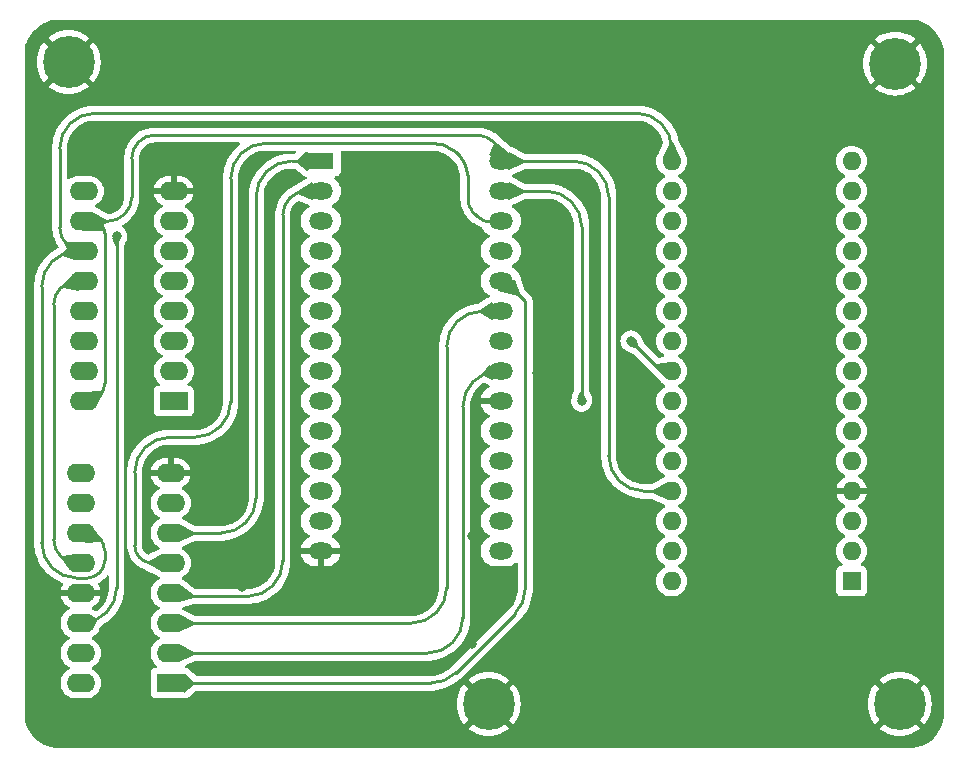
<source format=gbr>
%TF.GenerationSoftware,KiCad,Pcbnew,7.0.9*%
%TF.CreationDate,2024-03-10T15:23:14-03:00*%
%TF.ProjectId,prompcb,70726f6d-7063-4622-9e6b-696361645f70,rev?*%
%TF.SameCoordinates,Original*%
%TF.FileFunction,Copper,L2,Bot*%
%TF.FilePolarity,Positive*%
%FSLAX46Y46*%
G04 Gerber Fmt 4.6, Leading zero omitted, Abs format (unit mm)*
G04 Created by KiCad (PCBNEW 7.0.9) date 2024-03-10 15:23:14*
%MOMM*%
%LPD*%
G01*
G04 APERTURE LIST*
%TA.AperFunction,ComponentPad*%
%ADD10R,2.000000X1.440000*%
%TD*%
%TA.AperFunction,ComponentPad*%
%ADD11O,2.000000X1.440000*%
%TD*%
%TA.AperFunction,ComponentPad*%
%ADD12C,0.700000*%
%TD*%
%TA.AperFunction,ComponentPad*%
%ADD13C,4.400000*%
%TD*%
%TA.AperFunction,ComponentPad*%
%ADD14R,1.600000X1.600000*%
%TD*%
%TA.AperFunction,ComponentPad*%
%ADD15O,1.600000X1.600000*%
%TD*%
%TA.AperFunction,ComponentPad*%
%ADD16O,2.400000X1.600000*%
%TD*%
%TA.AperFunction,ComponentPad*%
%ADD17R,2.400000X1.600000*%
%TD*%
%TA.AperFunction,ViaPad*%
%ADD18C,0.800000*%
%TD*%
%TA.AperFunction,Conductor*%
%ADD19C,0.250000*%
%TD*%
G04 APERTURE END LIST*
D10*
%TO.P,U3,1,A14*%
%TO.N,/A14*%
X146558000Y-70612000D03*
D11*
%TO.P,U3,2,A12*%
%TO.N,/A12*%
X146558000Y-73152000D03*
%TO.P,U3,3,A7*%
%TO.N,/A7*%
X146558000Y-75692000D03*
%TO.P,U3,4,A6*%
%TO.N,/A6*%
X146558000Y-78232000D03*
%TO.P,U3,5,A5*%
%TO.N,/A5*%
X146558000Y-80772000D03*
%TO.P,U3,6,A4*%
%TO.N,/A4*%
X146558000Y-83312000D03*
%TO.P,U3,7,A3*%
%TO.N,/A3*%
X146558000Y-85852000D03*
%TO.P,U3,8,A2*%
%TO.N,/A2*%
X146558000Y-88392000D03*
%TO.P,U3,9,A1*%
%TO.N,/A1*%
X146558000Y-90932000D03*
%TO.P,U3,10,A0*%
%TO.N,/A0*%
X146558000Y-93472000D03*
%TO.P,U3,11,D0*%
%TO.N,/D0*%
X146558000Y-96012000D03*
%TO.P,U3,12,D1*%
%TO.N,/D1*%
X146558000Y-98552000D03*
%TO.P,U3,13,D2*%
%TO.N,/D2*%
X146558000Y-101092000D03*
%TO.P,U3,14,GND*%
%TO.N,Earth*%
X146558000Y-103632000D03*
%TO.P,U3,15,D3*%
%TO.N,/D3*%
X161798000Y-103632000D03*
%TO.P,U3,16,D4*%
%TO.N,/D4*%
X161798000Y-101092000D03*
%TO.P,U3,17,D5*%
%TO.N,/D5*%
X161798000Y-98552000D03*
%TO.P,U3,18,D6*%
%TO.N,/D6*%
X161798000Y-96012000D03*
%TO.P,U3,19,D7*%
%TO.N,/D7*%
X161798000Y-93472000D03*
%TO.P,U3,20,~{CS}*%
%TO.N,Earth*%
X161798000Y-90932000D03*
%TO.P,U3,21,A10*%
%TO.N,/A10*%
X161798000Y-88392000D03*
%TO.P,U3,22,~{OE}*%
%TO.N,Net-(A1-A4)*%
X161798000Y-85852000D03*
%TO.P,U3,23,A11*%
%TO.N,/A11*%
X161798000Y-83312000D03*
%TO.P,U3,24,A9*%
%TO.N,/A9*%
X161798000Y-80772000D03*
%TO.P,U3,25,A8*%
%TO.N,/A8*%
X161798000Y-78232000D03*
%TO.P,U3,26,A13*%
%TO.N,/A13*%
X161798000Y-75692000D03*
%TO.P,U3,27,~{WE}*%
%TO.N,Net-(A1-A5)*%
X161798000Y-73152000D03*
%TO.P,U3,28,VCC*%
%TO.N,+5V*%
X161798000Y-70612000D03*
%TD*%
D12*
%TO.P,H4,1,1*%
%TO.N,Earth*%
X162432000Y-116586000D03*
D13*
X160782000Y-116586000D03*
D12*
X160782000Y-118236000D03*
X159615274Y-117752726D03*
X161948726Y-115419274D03*
X159132000Y-116586000D03*
X159615274Y-115419274D03*
X160782000Y-114936000D03*
X161948726Y-117752726D03*
%TD*%
D14*
%TO.P,A1,1,D1/TX*%
%TO.N,unconnected-(A1-D1{slash}TX-Pad1)*%
X191516000Y-106172000D03*
D15*
%TO.P,A1,2,D0/RX*%
%TO.N,unconnected-(A1-D0{slash}RX-Pad2)*%
X191516000Y-103632000D03*
%TO.P,A1,3,~{RESET}*%
%TO.N,unconnected-(A1-~{RESET}-Pad3)*%
X191516000Y-101092000D03*
%TO.P,A1,4,GND*%
%TO.N,Earth*%
X191516000Y-98552000D03*
%TO.P,A1,5,D2*%
%TO.N,/D0*%
X191516000Y-96012000D03*
%TO.P,A1,6,D3*%
%TO.N,/D1*%
X191516000Y-93472000D03*
%TO.P,A1,7,D4*%
%TO.N,/D2*%
X191516000Y-90932000D03*
%TO.P,A1,8,D5*%
%TO.N,/D3*%
X191516000Y-88392000D03*
%TO.P,A1,9,D6*%
%TO.N,/D4*%
X191516000Y-85852000D03*
%TO.P,A1,10,D7*%
%TO.N,/D5*%
X191516000Y-83312000D03*
%TO.P,A1,11,D8*%
%TO.N,/D6*%
X191516000Y-80772000D03*
%TO.P,A1,12,D9*%
%TO.N,/D7*%
X191516000Y-78232000D03*
%TO.P,A1,13,D10*%
%TO.N,Net-(A1-D10)*%
X191516000Y-75692000D03*
%TO.P,A1,14,D11*%
%TO.N,Net-(A1-D11)*%
X191516000Y-73152000D03*
%TO.P,A1,15,D12*%
%TO.N,unconnected-(A1-D12-Pad15)*%
X191516000Y-70612000D03*
%TO.P,A1,16,D13*%
%TO.N,Net-(A1-D13)*%
X176276000Y-70612000D03*
%TO.P,A1,17,3V3*%
%TO.N,unconnected-(A1-3V3-Pad17)*%
X176276000Y-73152000D03*
%TO.P,A1,18,AREF*%
%TO.N,unconnected-(A1-AREF-Pad18)*%
X176276000Y-75692000D03*
%TO.P,A1,19,A0*%
%TO.N,unconnected-(A1-A0-Pad19)*%
X176276000Y-78232000D03*
%TO.P,A1,20,A1*%
%TO.N,unconnected-(A1-A1-Pad20)*%
X176276000Y-80772000D03*
%TO.P,A1,21,A2*%
%TO.N,unconnected-(A1-A2-Pad21)*%
X176276000Y-83312000D03*
%TO.P,A1,22,A3*%
%TO.N,unconnected-(A1-A3-Pad22)*%
X176276000Y-85852000D03*
%TO.P,A1,23,A4*%
%TO.N,Net-(A1-A4)*%
X176276000Y-88392000D03*
%TO.P,A1,24,A5*%
%TO.N,Net-(A1-A5)*%
X176276000Y-90932000D03*
%TO.P,A1,25,A6*%
%TO.N,unconnected-(A1-A6-Pad25)*%
X176276000Y-93472000D03*
%TO.P,A1,26,A7*%
%TO.N,unconnected-(A1-A7-Pad26)*%
X176276000Y-96012000D03*
%TO.P,A1,27,+5V*%
%TO.N,+5V*%
X176276000Y-98552000D03*
%TO.P,A1,28,~{RESET}*%
%TO.N,unconnected-(A1-~{RESET}-Pad28)*%
X176276000Y-101092000D03*
%TO.P,A1,29,GND*%
%TO.N,unconnected-(A1-GND-Pad29)*%
X176276000Y-103632000D03*
%TO.P,A1,30,VIN*%
%TO.N,unconnected-(A1-VIN-Pad30)*%
X176276000Y-106172000D03*
%TD*%
D16*
%TO.P,U2,16,VCC*%
%TO.N,+5V*%
X126238000Y-114808000D03*
%TO.P,U2,15,QA*%
%TO.N,/A8*%
X126238000Y-112268000D03*
%TO.P,U2,14,SER*%
%TO.N,Net-(U1-QH')*%
X126238000Y-109728000D03*
%TO.P,U2,13,~{OE}*%
%TO.N,Earth*%
X126238000Y-107188000D03*
%TO.P,U2,12,RCLK*%
%TO.N,Net-(A1-D10)*%
X126238000Y-104648000D03*
%TO.P,U2,11,SRCLK*%
%TO.N,Net-(A1-D13)*%
X126238000Y-102108000D03*
%TO.P,U2,10,~{SRCLR}*%
%TO.N,+5V*%
X126238000Y-99568000D03*
%TO.P,U2,9,QH'*%
%TO.N,unconnected-(U2-QH'-Pad9)*%
X126238000Y-97028000D03*
%TO.P,U2,8,GND*%
%TO.N,Earth*%
X133858000Y-97028000D03*
%TO.P,U2,7,QH*%
%TO.N,unconnected-(U2-QH-Pad7)*%
X133858000Y-99568000D03*
%TO.P,U2,6,QG*%
%TO.N,/A14*%
X133858000Y-102108000D03*
%TO.P,U2,5,QF*%
%TO.N,/A13*%
X133858000Y-104648000D03*
%TO.P,U2,4,QE*%
%TO.N,/A12*%
X133858000Y-107188000D03*
%TO.P,U2,3,QD*%
%TO.N,/A11*%
X133858000Y-109728000D03*
%TO.P,U2,2,QC*%
%TO.N,/A10*%
X133858000Y-112268000D03*
D17*
%TO.P,U2,1,QB*%
%TO.N,/A9*%
X133858000Y-114808000D03*
%TD*%
D12*
%TO.P,H2,1,1*%
%TO.N,Earth*%
X193549000Y-62357000D03*
X194032274Y-61190274D03*
X194032274Y-63523726D03*
X195199000Y-60707000D03*
D13*
X195199000Y-62357000D03*
D12*
X195199000Y-64007000D03*
X196365726Y-61190274D03*
X196365726Y-63523726D03*
X196849000Y-62357000D03*
%TD*%
%TO.P,H1,1,1*%
%TO.N,Earth*%
X123572000Y-62229000D03*
X124055274Y-61062274D03*
X124055274Y-63395726D03*
X125222000Y-60579000D03*
D13*
X125222000Y-62229000D03*
D12*
X125222000Y-63879000D03*
X126388726Y-61062274D03*
X126388726Y-63395726D03*
X126872000Y-62229000D03*
%TD*%
%TO.P,H3,1,1*%
%TO.N,Earth*%
X193930000Y-116586000D03*
X194413274Y-115419274D03*
X194413274Y-117752726D03*
X195580000Y-114936000D03*
D13*
X195580000Y-116586000D03*
D12*
X195580000Y-118236000D03*
X196746726Y-115419274D03*
X196746726Y-117752726D03*
X197230000Y-116586000D03*
%TD*%
D16*
%TO.P,U1,16,VCC*%
%TO.N,+5V*%
X126492000Y-90932000D03*
%TO.P,U1,15,QA*%
%TO.N,/A0*%
X126492000Y-88392000D03*
%TO.P,U1,14,SER*%
%TO.N,Net-(A1-D11)*%
X126492000Y-85852000D03*
%TO.P,U1,13,~{OE}*%
%TO.N,Earth*%
X126492000Y-83312000D03*
%TO.P,U1,12,RCLK*%
%TO.N,Net-(A1-D10)*%
X126492000Y-80772000D03*
%TO.P,U1,11,SRCLK*%
%TO.N,Net-(A1-D13)*%
X126492000Y-78232000D03*
%TO.P,U1,10,~{SRCLR}*%
%TO.N,+5V*%
X126492000Y-75692000D03*
%TO.P,U1,9,QH'*%
%TO.N,Net-(U1-QH')*%
X126492000Y-73152000D03*
%TO.P,U1,8,GND*%
%TO.N,Earth*%
X134112000Y-73152000D03*
%TO.P,U1,7,QH*%
%TO.N,/A7*%
X134112000Y-75692000D03*
%TO.P,U1,6,QG*%
%TO.N,/A6*%
X134112000Y-78232000D03*
%TO.P,U1,5,QF*%
%TO.N,/A5*%
X134112000Y-80772000D03*
%TO.P,U1,4,QE*%
%TO.N,/A4*%
X134112000Y-83312000D03*
%TO.P,U1,3,QD*%
%TO.N,/A3*%
X134112000Y-85852000D03*
%TO.P,U1,2,QC*%
%TO.N,/A2*%
X134112000Y-88392000D03*
D17*
%TO.P,U1,1,QB*%
%TO.N,/A1*%
X134112000Y-90932000D03*
%TD*%
D18*
%TO.N,Earth*%
X172720000Y-79756000D03*
X164846000Y-68834000D03*
X164846000Y-72136000D03*
X188214000Y-65659000D03*
X151130000Y-96393000D03*
X159372600Y-102362000D03*
X151130000Y-85852002D03*
X164846000Y-88519000D03*
X164846000Y-79629000D03*
X128651000Y-70104000D03*
X151130000Y-71882000D03*
X159372600Y-111472545D03*
X139869418Y-106693000D03*
%TO.N,Net-(A1-A4)*%
X172847000Y-85852000D03*
%TO.N,Net-(A1-A5)*%
X168656000Y-90932000D03*
%TO.N,Net-(U1-QH')*%
X129286004Y-76961994D03*
%TD*%
D19*
%TO.N,/A13*%
X130810000Y-103148000D02*
G75*
G03*
X132310000Y-104648000I1500000J0D01*
G01*
X133810000Y-93980000D02*
G75*
G03*
X130810000Y-96980000I0J-3000000D01*
G01*
X159400745Y-74892182D02*
X159587867Y-75108133D01*
X159047054Y-74117707D02*
X159127558Y-74391877D01*
X159246260Y-74651799D02*
X159400745Y-74892182D01*
X159004000Y-73692000D02*
X159006389Y-73834872D01*
X159001739Y-71919651D02*
X159004000Y-72088000D01*
X159006389Y-73834872D02*
X159047054Y-74117707D01*
X158964040Y-71585069D02*
X159001739Y-71919651D01*
X158777913Y-70939008D02*
X158889118Y-71256812D01*
X135938000Y-93980000D02*
G75*
G03*
X138938000Y-90980000I0J3000000D01*
G01*
X158631825Y-70635652D02*
X158777913Y-70939008D01*
X158452691Y-70350561D02*
X158631825Y-70635652D01*
X141938000Y-69088000D02*
X156004000Y-69088000D01*
X130810000Y-103148000D02*
X130810000Y-96980000D01*
X141938000Y-69088000D02*
G75*
G03*
X138938000Y-72088000I0J-3000000D01*
G01*
X159127558Y-74391877D02*
X159246260Y-74651799D01*
X159004000Y-72088000D02*
X159004000Y-73692000D01*
X158889118Y-71256812D02*
X158964040Y-71585069D01*
X133810000Y-93980000D02*
X135938000Y-93980000D01*
X133858000Y-104648000D02*
X132310000Y-104648000D01*
X157741439Y-69639309D02*
X158004680Y-69849238D01*
X156172349Y-69090261D02*
X156506931Y-69127960D01*
X156506931Y-69127960D02*
X156835188Y-69202882D01*
X158242762Y-70087320D02*
X158452691Y-70350561D01*
X138938000Y-90980000D02*
X138938000Y-72088000D01*
X156004000Y-69088000D02*
X156172349Y-69090261D01*
X158004680Y-69849238D02*
X158242762Y-70087320D01*
X157152992Y-69314087D02*
X157456348Y-69460175D01*
X156835188Y-69202882D02*
X157152992Y-69314087D01*
X157456348Y-69460175D02*
X157741439Y-69639309D01*
X159587867Y-75108133D02*
X159803818Y-75295255D01*
X159803818Y-75295255D02*
X160044201Y-75449740D01*
X160044201Y-75449740D02*
X160304123Y-75568442D01*
X160304123Y-75568442D02*
X160578293Y-75648946D01*
X160578293Y-75648946D02*
X160861128Y-75689611D01*
X160861128Y-75689611D02*
X161004000Y-75692000D01*
X161004000Y-75692000D02*
X161798000Y-75692000D01*
%TO.N,/A12*%
X145357600Y-73152000D02*
G75*
G03*
X143357600Y-75152000I0J-2000000D01*
G01*
X140357600Y-107468000D02*
G75*
G03*
X143357600Y-104468000I0J3000000D01*
G01*
X133858000Y-107188000D02*
X134138000Y-107468000D01*
X134138000Y-107468000D02*
X140357600Y-107468000D01*
X143357600Y-104468000D02*
X143357600Y-75152000D01*
X145357600Y-73152000D02*
X146558000Y-73152000D01*
%TO.N,+5V*%
X128270000Y-76692000D02*
G75*
G03*
X127270000Y-75692000I-1000000J0D01*
G01*
X126770000Y-90932000D02*
G75*
G03*
X128270000Y-89432000I0J1500000D01*
G01*
X126492000Y-75692000D02*
X127270000Y-75692000D01*
X128270000Y-76692000D02*
X128270000Y-89432000D01*
X126770000Y-90932000D02*
X126492000Y-90932000D01*
X128556000Y-75692000D02*
G75*
G03*
X130556000Y-73692000I0J2000000D01*
G01*
X161798033Y-70401867D02*
G75*
G03*
X159798000Y-68401867I-2000033J-33D01*
G01*
X132556000Y-68401900D02*
G75*
G03*
X130556000Y-70401867I0J-2000000D01*
G01*
X126492000Y-75692000D02*
X128556000Y-75692000D01*
X130556000Y-73692000D02*
X130556000Y-70401867D01*
X132556000Y-68401867D02*
X159798000Y-68401867D01*
X161798000Y-70401867D02*
X161798000Y-70612000D01*
%TO.N,Net-(U1-QH')*%
X126286004Y-109728004D02*
G75*
G03*
X129286004Y-106728000I-4J3000004D01*
G01*
X126238000Y-109728000D02*
X126286004Y-109728000D01*
X129286004Y-106728000D02*
X129286004Y-76961994D01*
%TO.N,Net-(A1-D13)*%
X125936000Y-78232000D02*
G75*
G03*
X122936000Y-81232000I0J-3000000D01*
G01*
X122936000Y-102918000D02*
G75*
G03*
X125936000Y-105918000I3000000J0D01*
G01*
X126770000Y-105918000D02*
G75*
G03*
X128270000Y-104418000I0J1500000D01*
G01*
X128270000Y-103608000D02*
G75*
G03*
X126770000Y-102108000I-1500000J0D01*
G01*
%TO.N,Net-(A1-D10)*%
X123952000Y-102648000D02*
G75*
G03*
X125952000Y-104648000I2000000J0D01*
G01*
X125952000Y-80772000D02*
G75*
G03*
X123952000Y-82772000I0J-2000000D01*
G01*
X126492000Y-80772000D02*
X125952000Y-80772000D01*
X123952000Y-82772000D02*
X123952000Y-102648000D01*
X125952000Y-104648000D02*
X126238000Y-104648000D01*
%TO.N,Net-(A1-D13)*%
X126238000Y-102108000D02*
X126770000Y-102108000D01*
X128270000Y-103608000D02*
X128270000Y-104418000D01*
X126770000Y-105918000D02*
X125936000Y-105918000D01*
X122936000Y-102918000D02*
X122936000Y-81232000D01*
X125936000Y-78232000D02*
X126492000Y-78232000D01*
%TO.N,/A9*%
X155890520Y-114808014D02*
G75*
G03*
X158011841Y-113929320I-20J3000014D01*
G01*
X162999311Y-108941830D02*
G75*
G03*
X163878000Y-106820520I-2121311J2121330D01*
G01*
%TO.N,/A11*%
X160226000Y-83312000D02*
X161798000Y-83312000D01*
%TO.N,/A10*%
X161597600Y-88392000D02*
G75*
G03*
X158597600Y-91392000I0J-3000000D01*
G01*
%TO.N,/A11*%
X160226000Y-83312000D02*
G75*
G03*
X157226000Y-86312000I0J-3000000D01*
G01*
%TO.N,/A10*%
X155597600Y-112268000D02*
G75*
G03*
X158597600Y-109268000I0J3000000D01*
G01*
%TO.N,/A11*%
X154226000Y-109728000D02*
G75*
G03*
X157226000Y-106728000I0J3000000D01*
G01*
X133858000Y-109728000D02*
X154226000Y-109728000D01*
X157226000Y-106728000D02*
X157226000Y-86312000D01*
%TO.N,/A9*%
X162198000Y-80772000D02*
X161798000Y-80772000D01*
X158011841Y-113929320D02*
X162999321Y-108941840D01*
%TO.N,/A10*%
X133858000Y-112268000D02*
X155597600Y-112268000D01*
%TO.N,/A9*%
X163878000Y-106820520D02*
X163878000Y-82452000D01*
X133858000Y-114808000D02*
X155890520Y-114808000D01*
X163878000Y-82452000D02*
X162198000Y-80772000D01*
%TO.N,/A10*%
X158597600Y-109268000D02*
X158597600Y-91392000D01*
X161597600Y-88392000D02*
X161798000Y-88392000D01*
%TO.N,/A14*%
X138097000Y-102108000D02*
G75*
G03*
X141097000Y-99108000I0J3000000D01*
G01*
X144097000Y-70612000D02*
G75*
G03*
X141097000Y-73612000I0J-3000000D01*
G01*
X133858000Y-102108000D02*
X138097000Y-102108000D01*
X141097000Y-99108000D02*
X141097000Y-73612000D01*
X144097000Y-70612000D02*
X146558000Y-70612000D01*
%TO.N,Net-(A1-D13)*%
X127460000Y-66548000D02*
G75*
G03*
X124460000Y-69548000I0J-3000000D01*
G01*
X176276000Y-69548000D02*
G75*
G03*
X173276000Y-66548000I-3000000J0D01*
G01*
X124460000Y-76232000D02*
G75*
G03*
X126460000Y-78232000I2000000J0D01*
G01*
X126492000Y-78232000D02*
X126460000Y-78232000D01*
X124460000Y-76232000D02*
X124460000Y-69548000D01*
X127460000Y-66548000D02*
X173276000Y-66548000D01*
X176276000Y-69548000D02*
X176276000Y-70612000D01*
%TO.N,Net-(A1-A5)*%
X168656000Y-76152000D02*
G75*
G03*
X165656000Y-73152000I-3000000J0D01*
G01*
X161798000Y-73152000D02*
X165656000Y-73152000D01*
X168656000Y-76152000D02*
X168656000Y-90932000D01*
%TO.N,+5V*%
X170942000Y-95552000D02*
G75*
G03*
X173942000Y-98552000I3000000J0D01*
G01*
X170942000Y-73612000D02*
G75*
G03*
X167942000Y-70612000I-3000000J0D01*
G01*
X161798000Y-70612000D02*
X167942000Y-70612000D01*
X170942000Y-73612000D02*
X170942000Y-95552000D01*
X173942000Y-98552000D02*
X176276000Y-98552000D01*
%TO.N,Net-(A1-A4)*%
X175387000Y-88392000D02*
X172847000Y-85852000D01*
X176276000Y-88392000D02*
X175387000Y-88392000D01*
%TD*%
%TA.AperFunction,Conductor*%
%TO.N,Earth*%
G36*
X160442878Y-89384944D02*
G01*
X160799377Y-89552243D01*
X160851702Y-89598543D01*
X160870690Y-89665784D01*
X160850311Y-89732615D01*
X160799102Y-89776879D01*
X160745517Y-89801865D01*
X160559179Y-89932342D01*
X160398342Y-90093179D01*
X160267865Y-90279517D01*
X160171734Y-90485673D01*
X160171730Y-90485682D01*
X160119127Y-90681999D01*
X160119128Y-90682000D01*
X161482314Y-90682000D01*
X161470359Y-90693955D01*
X161412835Y-90806852D01*
X161393014Y-90932000D01*
X161412835Y-91057148D01*
X161470359Y-91170045D01*
X161482314Y-91182000D01*
X160119128Y-91182000D01*
X160171730Y-91378317D01*
X160171734Y-91378326D01*
X160267865Y-91584482D01*
X160398342Y-91770820D01*
X160559179Y-91931657D01*
X160745518Y-92062134D01*
X160745520Y-92062135D01*
X160803865Y-92089342D01*
X160856305Y-92135514D01*
X160875457Y-92202707D01*
X160855242Y-92269589D01*
X160803867Y-92314105D01*
X160745268Y-92341431D01*
X160745264Y-92341433D01*
X160558858Y-92471954D01*
X160397954Y-92632858D01*
X160267432Y-92819265D01*
X160267431Y-92819267D01*
X160171261Y-93025502D01*
X160171258Y-93025511D01*
X160112366Y-93245302D01*
X160112364Y-93245313D01*
X160092532Y-93471998D01*
X160092532Y-93472001D01*
X160112364Y-93698686D01*
X160112366Y-93698697D01*
X160171258Y-93918488D01*
X160171261Y-93918497D01*
X160267431Y-94124732D01*
X160267432Y-94124734D01*
X160397954Y-94311141D01*
X160558858Y-94472045D01*
X160600345Y-94501094D01*
X160745266Y-94602568D01*
X160803275Y-94629618D01*
X160855714Y-94675791D01*
X160874866Y-94742984D01*
X160854650Y-94809865D01*
X160803275Y-94854382D01*
X160745267Y-94881431D01*
X160745265Y-94881432D01*
X160558858Y-95011954D01*
X160397954Y-95172858D01*
X160267432Y-95359265D01*
X160267431Y-95359267D01*
X160171261Y-95565502D01*
X160171258Y-95565511D01*
X160112366Y-95785302D01*
X160112364Y-95785313D01*
X160092532Y-96011998D01*
X160092532Y-96012001D01*
X160112364Y-96238686D01*
X160112366Y-96238697D01*
X160171258Y-96458488D01*
X160171261Y-96458497D01*
X160267431Y-96664732D01*
X160267432Y-96664734D01*
X160397954Y-96851141D01*
X160558858Y-97012045D01*
X160558861Y-97012047D01*
X160745266Y-97142568D01*
X160798947Y-97167600D01*
X160803275Y-97169618D01*
X160855714Y-97215791D01*
X160874866Y-97282984D01*
X160854650Y-97349865D01*
X160803275Y-97394382D01*
X160745267Y-97421431D01*
X160745265Y-97421432D01*
X160558858Y-97551954D01*
X160397954Y-97712858D01*
X160267432Y-97899265D01*
X160267431Y-97899267D01*
X160171261Y-98105502D01*
X160171258Y-98105511D01*
X160112366Y-98325302D01*
X160112364Y-98325313D01*
X160092532Y-98551998D01*
X160092532Y-98552001D01*
X160112364Y-98778686D01*
X160112366Y-98778697D01*
X160171258Y-98998488D01*
X160171261Y-98998497D01*
X160267431Y-99204732D01*
X160267432Y-99204734D01*
X160397954Y-99391141D01*
X160558858Y-99552045D01*
X160558861Y-99552047D01*
X160745266Y-99682568D01*
X160802681Y-99709341D01*
X160803275Y-99709618D01*
X160855714Y-99755791D01*
X160874866Y-99822984D01*
X160854650Y-99889865D01*
X160803275Y-99934381D01*
X160786272Y-99942310D01*
X160745267Y-99961431D01*
X160745265Y-99961432D01*
X160558858Y-100091954D01*
X160397954Y-100252858D01*
X160267432Y-100439265D01*
X160267431Y-100439267D01*
X160171261Y-100645502D01*
X160171258Y-100645511D01*
X160112366Y-100865302D01*
X160112364Y-100865313D01*
X160092532Y-101091998D01*
X160092532Y-101092001D01*
X160112364Y-101318686D01*
X160112366Y-101318697D01*
X160171258Y-101538488D01*
X160171261Y-101538497D01*
X160267431Y-101744732D01*
X160267432Y-101744734D01*
X160397954Y-101931141D01*
X160558858Y-102092045D01*
X160558861Y-102092047D01*
X160745266Y-102222568D01*
X160803275Y-102249618D01*
X160855714Y-102295791D01*
X160874866Y-102362984D01*
X160854650Y-102429865D01*
X160803275Y-102474382D01*
X160745267Y-102501431D01*
X160745265Y-102501432D01*
X160558858Y-102631954D01*
X160397954Y-102792858D01*
X160267432Y-102979265D01*
X160267431Y-102979267D01*
X160171261Y-103185502D01*
X160171258Y-103185511D01*
X160112366Y-103405302D01*
X160112364Y-103405313D01*
X160092532Y-103631998D01*
X160092532Y-103632001D01*
X160112364Y-103858686D01*
X160112366Y-103858697D01*
X160171258Y-104078488D01*
X160171261Y-104078497D01*
X160267431Y-104284732D01*
X160267432Y-104284734D01*
X160397954Y-104471141D01*
X160558858Y-104632045D01*
X160598914Y-104660092D01*
X160745266Y-104762568D01*
X160951504Y-104858739D01*
X161171308Y-104917635D01*
X161341216Y-104932500D01*
X162254784Y-104932500D01*
X162424692Y-104917635D01*
X162644496Y-104858739D01*
X162850734Y-104762568D01*
X163037139Y-104632047D01*
X163037529Y-104631657D01*
X163040819Y-104628368D01*
X163102142Y-104594883D01*
X163171834Y-104599867D01*
X163227767Y-104641739D01*
X163252184Y-104707203D01*
X163252500Y-104716049D01*
X163252500Y-106818772D01*
X163252402Y-106822250D01*
X163237763Y-107082895D01*
X163236984Y-107089810D01*
X163193545Y-107345459D01*
X163191997Y-107352242D01*
X163120211Y-107601408D01*
X163117913Y-107607976D01*
X163078071Y-107704164D01*
X163021503Y-107840732D01*
X163018678Y-107847551D01*
X163015658Y-107853821D01*
X162890226Y-108080769D01*
X162886524Y-108086660D01*
X162736466Y-108298146D01*
X162732128Y-108303586D01*
X162558003Y-108498429D01*
X162555613Y-108500957D01*
X162503325Y-108553243D01*
X162503321Y-108553249D01*
X157570772Y-113485798D01*
X157568244Y-113488187D01*
X157373596Y-113662137D01*
X157368156Y-113666476D01*
X157156671Y-113816534D01*
X157150779Y-113820237D01*
X156923825Y-113945669D01*
X156917557Y-113948688D01*
X156677985Y-114047926D01*
X156671417Y-114050224D01*
X156422238Y-114122013D01*
X156415454Y-114123561D01*
X156159811Y-114166998D01*
X156152897Y-114167777D01*
X155892501Y-114182402D01*
X155889023Y-114182500D01*
X136094015Y-114182500D01*
X136026976Y-114162815D01*
X136014051Y-114153272D01*
X135977003Y-114122013D01*
X135768003Y-113945669D01*
X135390701Y-113627320D01*
X135390697Y-113627317D01*
X135347282Y-113599175D01*
X135343850Y-113596782D01*
X135300332Y-113564204D01*
X135300329Y-113564203D01*
X135285850Y-113558802D01*
X135280614Y-113556570D01*
X135279083Y-113555833D01*
X135279056Y-113555821D01*
X135245232Y-113541007D01*
X135245230Y-113541006D01*
X135245229Y-113541006D01*
X135229377Y-113537236D01*
X135222053Y-113535008D01*
X135209275Y-113530242D01*
X135165722Y-113513997D01*
X135109788Y-113472126D01*
X135085372Y-113406661D01*
X135100224Y-113338388D01*
X135149630Y-113288983D01*
X135155887Y-113285794D01*
X135957172Y-112905478D01*
X136010341Y-112893500D01*
X155775706Y-112893500D01*
X155775709Y-112893500D01*
X156130213Y-112858584D01*
X156303144Y-112824185D01*
X156479566Y-112789094D01*
X156479577Y-112789091D01*
X156479577Y-112789090D01*
X156479587Y-112789089D01*
X156820467Y-112685684D01*
X157149570Y-112549365D01*
X157463727Y-112381445D01*
X157759912Y-112183541D01*
X158035273Y-111957558D01*
X158287158Y-111705673D01*
X158513141Y-111430312D01*
X158711045Y-111134127D01*
X158878965Y-110819970D01*
X159015284Y-110490867D01*
X159118689Y-110149987D01*
X159118691Y-110149977D01*
X159118694Y-110149966D01*
X159167055Y-109906836D01*
X159188184Y-109800613D01*
X159223100Y-109446109D01*
X159223100Y-109268000D01*
X159223100Y-109192051D01*
X159223100Y-91393877D01*
X159223213Y-91390133D01*
X159233874Y-91213891D01*
X159240186Y-91109525D01*
X159241090Y-91102093D01*
X159291424Y-90827431D01*
X159293214Y-90820165D01*
X159376291Y-90553561D01*
X159378942Y-90546574D01*
X159421583Y-90451830D01*
X159493550Y-90291925D01*
X159497027Y-90285302D01*
X159500524Y-90279517D01*
X159641492Y-90046327D01*
X159645725Y-90040194D01*
X159817957Y-89820355D01*
X159822901Y-89814774D01*
X160020374Y-89617301D01*
X160025955Y-89612357D01*
X160245794Y-89440125D01*
X160251927Y-89435892D01*
X160326052Y-89391081D01*
X160393606Y-89373246D01*
X160442878Y-89384944D01*
G37*
%TD.AperFunction*%
%TA.AperFunction,Conductor*%
G36*
X156001811Y-69713526D02*
G01*
X156129990Y-69715248D01*
X156136071Y-69715631D01*
X156398536Y-69745204D01*
X156405388Y-69746369D01*
X156563686Y-69782499D01*
X156658363Y-69804108D01*
X156665034Y-69806029D01*
X156909956Y-69891732D01*
X156916374Y-69894389D01*
X157150173Y-70006981D01*
X157156248Y-70010339D01*
X157375963Y-70148395D01*
X157381632Y-70152418D01*
X157580062Y-70310661D01*
X157584503Y-70314202D01*
X157589691Y-70318839D01*
X157773159Y-70502307D01*
X157777795Y-70507494D01*
X157800552Y-70536030D01*
X157939581Y-70710367D01*
X157943608Y-70716042D01*
X158081658Y-70935748D01*
X158085020Y-70941832D01*
X158151516Y-71079911D01*
X158197603Y-71175613D01*
X158200265Y-71182041D01*
X158229201Y-71264734D01*
X158273665Y-71391804D01*
X158285965Y-71426953D01*
X158287891Y-71433640D01*
X158345630Y-71686614D01*
X158346796Y-71693474D01*
X158376366Y-71955910D01*
X158376751Y-71962023D01*
X158378500Y-72092192D01*
X158378500Y-73608781D01*
X158378132Y-73615525D01*
X158377266Y-73623442D01*
X158377266Y-73623449D01*
X158377266Y-73623450D01*
X158378371Y-73689559D01*
X158378500Y-73697248D01*
X158378500Y-73731344D01*
X158378502Y-73731381D01*
X158378735Y-73733230D01*
X158379212Y-73739942D01*
X158380255Y-73802222D01*
X158379898Y-73809981D01*
X158376010Y-73845673D01*
X158376010Y-73845676D01*
X158387285Y-73924093D01*
X158398936Y-74005372D01*
X158399046Y-74005901D01*
X158422605Y-74169765D01*
X158423200Y-74176467D01*
X158424628Y-74218110D01*
X158424629Y-74218114D01*
X158445379Y-74288783D01*
X158464919Y-74359808D01*
X158468101Y-74367459D01*
X158470344Y-74373804D01*
X158516872Y-74532264D01*
X158518415Y-74538815D01*
X158524163Y-74570938D01*
X158525757Y-74579840D01*
X158539458Y-74609841D01*
X158556368Y-74646870D01*
X158571086Y-74680616D01*
X158585804Y-74714363D01*
X158585806Y-74714366D01*
X158590035Y-74721470D01*
X158593160Y-74727434D01*
X158661771Y-74877674D01*
X158664231Y-74883937D01*
X158677335Y-74923495D01*
X158717173Y-74985486D01*
X158755912Y-75048098D01*
X158761117Y-75054537D01*
X158765057Y-75059994D01*
X158854353Y-75198942D01*
X158857678Y-75204792D01*
X158876276Y-75242076D01*
X158876279Y-75242081D01*
X158924499Y-75297731D01*
X158971793Y-75354238D01*
X158977864Y-75359874D01*
X158982541Y-75364714D01*
X159090700Y-75489537D01*
X159094808Y-75494834D01*
X159118534Y-75529109D01*
X159174207Y-75577350D01*
X159229034Y-75626528D01*
X159229035Y-75626528D01*
X159229038Y-75626531D01*
X159235848Y-75631245D01*
X159241164Y-75635369D01*
X159365981Y-75743522D01*
X159370821Y-75748199D01*
X159399172Y-75778738D01*
X159461137Y-75818560D01*
X159522415Y-75859442D01*
X159522421Y-75859444D01*
X159529822Y-75863135D01*
X159535664Y-75866456D01*
X159674613Y-75955753D01*
X159680058Y-75959686D01*
X159712478Y-75985888D01*
X159712481Y-75985890D01*
X159779531Y-76016511D01*
X159840245Y-76045505D01*
X159845953Y-76048231D01*
X159845955Y-76048231D01*
X159853805Y-76050832D01*
X159860069Y-76053292D01*
X159940219Y-76089894D01*
X160010318Y-76121906D01*
X160016270Y-76125025D01*
X160052080Y-76146342D01*
X160052079Y-76146342D01*
X160122764Y-76167097D01*
X160142866Y-76173376D01*
X160200989Y-76212151D01*
X160218281Y-76239331D01*
X160267431Y-76344733D01*
X160397954Y-76531141D01*
X160558858Y-76692045D01*
X160558861Y-76692047D01*
X160745266Y-76822568D01*
X160803275Y-76849618D01*
X160855714Y-76895791D01*
X160874866Y-76962984D01*
X160854650Y-77029865D01*
X160803275Y-77074382D01*
X160745267Y-77101431D01*
X160745265Y-77101432D01*
X160558858Y-77231954D01*
X160397954Y-77392858D01*
X160267432Y-77579265D01*
X160267431Y-77579267D01*
X160171261Y-77785502D01*
X160171258Y-77785511D01*
X160112366Y-78005302D01*
X160112364Y-78005313D01*
X160092532Y-78231998D01*
X160092532Y-78232001D01*
X160112364Y-78458686D01*
X160112366Y-78458697D01*
X160171258Y-78678488D01*
X160171261Y-78678497D01*
X160267431Y-78884732D01*
X160267432Y-78884734D01*
X160397954Y-79071141D01*
X160558858Y-79232045D01*
X160558861Y-79232047D01*
X160745266Y-79362568D01*
X160803275Y-79389618D01*
X160855714Y-79435791D01*
X160874866Y-79502984D01*
X160854650Y-79569865D01*
X160803275Y-79614381D01*
X160786272Y-79622310D01*
X160745267Y-79641431D01*
X160745265Y-79641432D01*
X160558858Y-79771954D01*
X160397954Y-79932858D01*
X160267432Y-80119265D01*
X160267431Y-80119267D01*
X160171261Y-80325502D01*
X160171258Y-80325511D01*
X160112366Y-80545302D01*
X160112364Y-80545313D01*
X160092532Y-80771998D01*
X160092532Y-80772001D01*
X160112364Y-80998686D01*
X160112366Y-80998697D01*
X160171258Y-81218488D01*
X160171261Y-81218497D01*
X160267431Y-81424732D01*
X160267432Y-81424734D01*
X160397954Y-81611141D01*
X160558858Y-81772045D01*
X160558861Y-81772047D01*
X160745266Y-81902568D01*
X160803273Y-81929617D01*
X160855712Y-81975789D01*
X160874864Y-82042983D01*
X160854648Y-82109864D01*
X160803275Y-82154380D01*
X160745265Y-82181431D01*
X160667265Y-82236046D01*
X160663160Y-82238686D01*
X159896940Y-82689818D01*
X159846182Y-82706366D01*
X159693386Y-82721416D01*
X159693369Y-82721419D01*
X159344033Y-82790905D01*
X159344022Y-82790908D01*
X159003131Y-82894316D01*
X158674027Y-83030636D01*
X158674022Y-83030638D01*
X158359884Y-83198548D01*
X158359866Y-83198559D01*
X158063696Y-83396453D01*
X158063682Y-83396463D01*
X157788321Y-83622446D01*
X157536446Y-83874321D01*
X157310463Y-84149682D01*
X157310453Y-84149696D01*
X157112559Y-84445866D01*
X157112548Y-84445884D01*
X156944638Y-84760022D01*
X156944636Y-84760027D01*
X156808316Y-85089131D01*
X156704908Y-85430022D01*
X156704905Y-85430033D01*
X156635417Y-85779380D01*
X156635414Y-85779397D01*
X156600500Y-86133894D01*
X156600500Y-106726122D01*
X156600387Y-106729867D01*
X156583412Y-107010467D01*
X156582509Y-107017906D01*
X156532175Y-107292568D01*
X156530382Y-107299844D01*
X156447315Y-107566418D01*
X156444657Y-107573425D01*
X156330055Y-107828062D01*
X156326572Y-107834697D01*
X156182117Y-108073657D01*
X156177860Y-108079825D01*
X156005651Y-108299633D01*
X156000682Y-108305242D01*
X155803242Y-108502682D01*
X155797633Y-108507651D01*
X155577825Y-108679860D01*
X155571657Y-108684117D01*
X155332697Y-108828572D01*
X155326062Y-108832055D01*
X155071425Y-108946657D01*
X155064418Y-108949315D01*
X154797844Y-109032382D01*
X154790568Y-109034175D01*
X154515906Y-109084509D01*
X154508467Y-109085412D01*
X154227867Y-109102387D01*
X154224122Y-109102500D01*
X136010343Y-109102500D01*
X135957174Y-109090522D01*
X134896526Y-108587104D01*
X134844402Y-108540576D01*
X134825708Y-108473253D01*
X134846380Y-108406511D01*
X134899853Y-108361540D01*
X134917384Y-108355365D01*
X135871967Y-108097781D01*
X135904272Y-108093500D01*
X140535706Y-108093500D01*
X140535709Y-108093500D01*
X140890213Y-108058584D01*
X141063144Y-108024185D01*
X141239566Y-107989094D01*
X141239577Y-107989091D01*
X141239577Y-107989090D01*
X141239587Y-107989089D01*
X141580467Y-107885684D01*
X141909570Y-107749365D01*
X142223727Y-107581445D01*
X142519912Y-107383541D01*
X142795273Y-107157558D01*
X143047158Y-106905673D01*
X143273141Y-106630312D01*
X143471045Y-106334127D01*
X143638965Y-106019970D01*
X143775284Y-105690867D01*
X143878689Y-105349987D01*
X143878691Y-105349977D01*
X143878694Y-105349966D01*
X143914102Y-105171953D01*
X143948184Y-105000613D01*
X143983100Y-104646109D01*
X143983100Y-104468000D01*
X143983100Y-104392051D01*
X143983100Y-75154440D01*
X143983291Y-75149574D01*
X143990975Y-75051937D01*
X143999256Y-74946703D01*
X144002298Y-74927497D01*
X144048097Y-74736734D01*
X144054103Y-74718249D01*
X144129177Y-74537006D01*
X144138009Y-74519673D01*
X144171543Y-74464948D01*
X144240512Y-74352400D01*
X144251936Y-74336676D01*
X144379348Y-74187497D01*
X144393097Y-74173748D01*
X144542271Y-74046341D01*
X144558002Y-74034911D01*
X144601829Y-74008054D01*
X144669272Y-73989810D01*
X144710700Y-73997882D01*
X144730390Y-74005372D01*
X145539711Y-74313209D01*
X145595373Y-74355441D01*
X145619366Y-74421062D01*
X145604073Y-74489237D01*
X145554349Y-74538322D01*
X145548038Y-74541486D01*
X145534529Y-74547786D01*
X145505267Y-74561431D01*
X145505265Y-74561432D01*
X145318858Y-74691954D01*
X145157954Y-74852858D01*
X145027432Y-75039265D01*
X145027431Y-75039267D01*
X144931261Y-75245502D01*
X144931258Y-75245511D01*
X144872366Y-75465302D01*
X144872364Y-75465313D01*
X144852532Y-75691998D01*
X144852532Y-75692001D01*
X144872364Y-75918686D01*
X144872366Y-75918697D01*
X144931258Y-76138488D01*
X144931261Y-76138497D01*
X145027431Y-76344732D01*
X145027432Y-76344734D01*
X145157954Y-76531141D01*
X145318858Y-76692045D01*
X145318861Y-76692047D01*
X145505266Y-76822568D01*
X145563275Y-76849618D01*
X145615714Y-76895791D01*
X145634866Y-76962984D01*
X145614650Y-77029865D01*
X145563275Y-77074382D01*
X145505267Y-77101431D01*
X145505265Y-77101432D01*
X145318858Y-77231954D01*
X145157954Y-77392858D01*
X145027432Y-77579265D01*
X145027431Y-77579267D01*
X144931261Y-77785502D01*
X144931258Y-77785511D01*
X144872366Y-78005302D01*
X144872364Y-78005313D01*
X144852532Y-78231998D01*
X144852532Y-78232001D01*
X144872364Y-78458686D01*
X144872366Y-78458697D01*
X144931258Y-78678488D01*
X144931261Y-78678497D01*
X145027431Y-78884732D01*
X145027432Y-78884734D01*
X145157954Y-79071141D01*
X145318858Y-79232045D01*
X145318861Y-79232047D01*
X145505266Y-79362568D01*
X145563275Y-79389618D01*
X145615714Y-79435791D01*
X145634866Y-79502984D01*
X145614650Y-79569865D01*
X145563275Y-79614381D01*
X145546272Y-79622310D01*
X145505267Y-79641431D01*
X145505265Y-79641432D01*
X145318858Y-79771954D01*
X145157954Y-79932858D01*
X145027432Y-80119265D01*
X145027431Y-80119267D01*
X144931261Y-80325502D01*
X144931258Y-80325511D01*
X144872366Y-80545302D01*
X144872364Y-80545313D01*
X144852532Y-80771998D01*
X144852532Y-80772001D01*
X144872364Y-80998686D01*
X144872366Y-80998697D01*
X144931258Y-81218488D01*
X144931261Y-81218497D01*
X145027431Y-81424732D01*
X145027432Y-81424734D01*
X145157954Y-81611141D01*
X145318858Y-81772045D01*
X145318861Y-81772047D01*
X145505266Y-81902568D01*
X145563275Y-81929618D01*
X145615714Y-81975791D01*
X145634866Y-82042984D01*
X145614650Y-82109865D01*
X145563275Y-82154382D01*
X145505267Y-82181431D01*
X145505265Y-82181432D01*
X145318858Y-82311954D01*
X145157954Y-82472858D01*
X145027432Y-82659265D01*
X145027431Y-82659267D01*
X144931261Y-82865502D01*
X144931258Y-82865511D01*
X144872366Y-83085302D01*
X144872364Y-83085313D01*
X144852532Y-83311998D01*
X144852532Y-83312001D01*
X144872364Y-83538686D01*
X144872366Y-83538697D01*
X144931258Y-83758488D01*
X144931261Y-83758497D01*
X145027431Y-83964732D01*
X145027432Y-83964734D01*
X145157954Y-84151141D01*
X145318858Y-84312045D01*
X145318861Y-84312047D01*
X145505266Y-84442568D01*
X145562683Y-84469342D01*
X145563275Y-84469618D01*
X145615714Y-84515791D01*
X145634866Y-84582984D01*
X145614650Y-84649865D01*
X145563275Y-84694382D01*
X145505267Y-84721431D01*
X145505265Y-84721432D01*
X145318858Y-84851954D01*
X145157954Y-85012858D01*
X145027432Y-85199265D01*
X145027431Y-85199267D01*
X144931261Y-85405502D01*
X144931258Y-85405511D01*
X144872366Y-85625302D01*
X144872364Y-85625313D01*
X144852532Y-85851998D01*
X144852532Y-85852001D01*
X144872364Y-86078686D01*
X144872366Y-86078697D01*
X144931258Y-86298488D01*
X144931261Y-86298497D01*
X145027431Y-86504732D01*
X145027432Y-86504734D01*
X145157954Y-86691141D01*
X145318858Y-86852045D01*
X145318861Y-86852047D01*
X145505266Y-86982568D01*
X145563275Y-87009618D01*
X145615714Y-87055791D01*
X145634866Y-87122984D01*
X145614650Y-87189865D01*
X145563275Y-87234382D01*
X145505267Y-87261431D01*
X145505265Y-87261432D01*
X145318858Y-87391954D01*
X145157954Y-87552858D01*
X145027432Y-87739265D01*
X145027431Y-87739267D01*
X144931261Y-87945502D01*
X144931258Y-87945511D01*
X144872366Y-88165302D01*
X144872364Y-88165313D01*
X144852532Y-88391998D01*
X144852532Y-88392001D01*
X144872364Y-88618686D01*
X144872366Y-88618697D01*
X144931258Y-88838488D01*
X144931261Y-88838497D01*
X145027431Y-89044732D01*
X145027432Y-89044734D01*
X145157954Y-89231141D01*
X145318858Y-89392045D01*
X145358914Y-89420092D01*
X145505266Y-89522568D01*
X145528384Y-89533348D01*
X145563275Y-89549618D01*
X145615714Y-89595791D01*
X145634866Y-89662984D01*
X145614650Y-89729865D01*
X145563275Y-89774381D01*
X145563118Y-89774455D01*
X145505267Y-89801431D01*
X145505265Y-89801432D01*
X145318858Y-89931954D01*
X145157954Y-90092858D01*
X145027432Y-90279265D01*
X145027431Y-90279267D01*
X144931261Y-90485502D01*
X144931258Y-90485511D01*
X144872366Y-90705302D01*
X144872364Y-90705313D01*
X144852532Y-90931998D01*
X144852532Y-90932001D01*
X144872364Y-91158686D01*
X144872366Y-91158697D01*
X144931258Y-91378488D01*
X144931261Y-91378497D01*
X145027431Y-91584732D01*
X145027432Y-91584734D01*
X145157954Y-91771141D01*
X145318858Y-91932045D01*
X145318861Y-91932047D01*
X145505266Y-92062568D01*
X145563275Y-92089618D01*
X145615714Y-92135791D01*
X145634866Y-92202984D01*
X145614650Y-92269865D01*
X145563275Y-92314382D01*
X145505267Y-92341431D01*
X145505265Y-92341432D01*
X145318858Y-92471954D01*
X145157954Y-92632858D01*
X145027432Y-92819265D01*
X145027431Y-92819267D01*
X144931261Y-93025502D01*
X144931258Y-93025511D01*
X144872366Y-93245302D01*
X144872364Y-93245313D01*
X144852532Y-93471998D01*
X144852532Y-93472001D01*
X144872364Y-93698686D01*
X144872366Y-93698697D01*
X144931258Y-93918488D01*
X144931261Y-93918497D01*
X145027431Y-94124732D01*
X145027432Y-94124734D01*
X145157954Y-94311141D01*
X145318858Y-94472045D01*
X145360345Y-94501094D01*
X145505266Y-94602568D01*
X145563275Y-94629618D01*
X145615714Y-94675791D01*
X145634866Y-94742984D01*
X145614650Y-94809865D01*
X145563275Y-94854382D01*
X145505267Y-94881431D01*
X145505265Y-94881432D01*
X145318858Y-95011954D01*
X145157954Y-95172858D01*
X145027432Y-95359265D01*
X145027431Y-95359267D01*
X144931261Y-95565502D01*
X144931258Y-95565511D01*
X144872366Y-95785302D01*
X144872364Y-95785313D01*
X144852532Y-96011998D01*
X144852532Y-96012001D01*
X144872364Y-96238686D01*
X144872366Y-96238697D01*
X144931258Y-96458488D01*
X144931261Y-96458497D01*
X145027431Y-96664732D01*
X145027432Y-96664734D01*
X145157954Y-96851141D01*
X145318858Y-97012045D01*
X145318861Y-97012047D01*
X145505266Y-97142568D01*
X145558947Y-97167600D01*
X145563275Y-97169618D01*
X145615714Y-97215791D01*
X145634866Y-97282984D01*
X145614650Y-97349865D01*
X145563275Y-97394382D01*
X145505267Y-97421431D01*
X145505265Y-97421432D01*
X145318858Y-97551954D01*
X145157954Y-97712858D01*
X145027432Y-97899265D01*
X145027431Y-97899267D01*
X144931261Y-98105502D01*
X144931258Y-98105511D01*
X144872366Y-98325302D01*
X144872364Y-98325313D01*
X144852532Y-98551998D01*
X144852532Y-98552001D01*
X144872364Y-98778686D01*
X144872366Y-98778697D01*
X144931258Y-98998488D01*
X144931261Y-98998497D01*
X145027431Y-99204732D01*
X145027432Y-99204734D01*
X145157954Y-99391141D01*
X145318858Y-99552045D01*
X145318861Y-99552047D01*
X145505266Y-99682568D01*
X145562681Y-99709341D01*
X145563275Y-99709618D01*
X145615714Y-99755791D01*
X145634866Y-99822984D01*
X145614650Y-99889865D01*
X145563275Y-99934381D01*
X145546272Y-99942310D01*
X145505267Y-99961431D01*
X145505265Y-99961432D01*
X145318858Y-100091954D01*
X145157954Y-100252858D01*
X145027432Y-100439265D01*
X145027431Y-100439267D01*
X144931261Y-100645502D01*
X144931258Y-100645511D01*
X144872366Y-100865302D01*
X144872364Y-100865313D01*
X144852532Y-101091998D01*
X144852532Y-101092001D01*
X144872364Y-101318686D01*
X144872366Y-101318697D01*
X144931258Y-101538488D01*
X144931261Y-101538497D01*
X145027431Y-101744732D01*
X145027432Y-101744734D01*
X145157954Y-101931141D01*
X145318858Y-102092045D01*
X145318861Y-102092047D01*
X145505266Y-102222568D01*
X145563865Y-102249893D01*
X145616305Y-102296065D01*
X145635457Y-102363258D01*
X145615242Y-102430139D01*
X145563867Y-102474657D01*
X145505515Y-102501867D01*
X145319179Y-102632342D01*
X145158342Y-102793179D01*
X145027865Y-102979517D01*
X144931734Y-103185673D01*
X144931730Y-103185682D01*
X144879127Y-103381999D01*
X144879128Y-103382000D01*
X146242314Y-103382000D01*
X146230359Y-103393955D01*
X146172835Y-103506852D01*
X146153014Y-103632000D01*
X146172835Y-103757148D01*
X146230359Y-103870045D01*
X146242314Y-103882000D01*
X144879128Y-103882000D01*
X144931730Y-104078317D01*
X144931734Y-104078326D01*
X145027865Y-104284482D01*
X145158342Y-104470820D01*
X145319179Y-104631657D01*
X145505517Y-104762134D01*
X145711673Y-104858265D01*
X145711682Y-104858269D01*
X145931389Y-104917139D01*
X145931400Y-104917141D01*
X146101237Y-104932000D01*
X146308000Y-104932000D01*
X146308000Y-103947686D01*
X146319955Y-103959641D01*
X146432852Y-104017165D01*
X146526519Y-104032000D01*
X146589481Y-104032000D01*
X146683148Y-104017165D01*
X146796045Y-103959641D01*
X146808000Y-103947686D01*
X146808000Y-104932000D01*
X147014763Y-104932000D01*
X147184599Y-104917141D01*
X147184610Y-104917139D01*
X147404317Y-104858269D01*
X147404326Y-104858265D01*
X147610482Y-104762134D01*
X147796820Y-104631657D01*
X147957657Y-104470820D01*
X148088134Y-104284482D01*
X148184265Y-104078326D01*
X148184269Y-104078317D01*
X148236872Y-103882000D01*
X146873686Y-103882000D01*
X146885641Y-103870045D01*
X146943165Y-103757148D01*
X146962986Y-103632000D01*
X146943165Y-103506852D01*
X146885641Y-103393955D01*
X146873686Y-103382000D01*
X148236872Y-103382000D01*
X148236872Y-103381999D01*
X148184269Y-103185682D01*
X148184265Y-103185673D01*
X148088134Y-102979517D01*
X147957657Y-102793179D01*
X147796820Y-102632342D01*
X147610482Y-102501865D01*
X147552133Y-102474657D01*
X147499694Y-102428484D01*
X147480542Y-102361291D01*
X147500758Y-102294410D01*
X147552129Y-102249895D01*
X147610734Y-102222568D01*
X147797139Y-102092047D01*
X147958047Y-101931139D01*
X148088568Y-101744734D01*
X148184739Y-101538496D01*
X148243635Y-101318692D01*
X148263468Y-101092000D01*
X148243635Y-100865308D01*
X148184739Y-100645504D01*
X148088568Y-100439266D01*
X147958047Y-100252861D01*
X147958045Y-100252858D01*
X147797141Y-100091954D01*
X147610734Y-99961432D01*
X147610728Y-99961429D01*
X147578537Y-99946418D01*
X147552724Y-99934381D01*
X147500285Y-99888210D01*
X147481133Y-99821017D01*
X147501348Y-99754135D01*
X147552725Y-99709618D01*
X147553319Y-99709341D01*
X147610734Y-99682568D01*
X147797139Y-99552047D01*
X147958047Y-99391139D01*
X148088568Y-99204734D01*
X148184739Y-98998496D01*
X148243635Y-98778692D01*
X148263468Y-98552000D01*
X148243635Y-98325308D01*
X148184739Y-98105504D01*
X148088568Y-97899266D01*
X147990839Y-97759693D01*
X147958045Y-97712858D01*
X147797141Y-97551954D01*
X147610734Y-97421432D01*
X147610728Y-97421429D01*
X147552725Y-97394382D01*
X147500285Y-97348210D01*
X147481133Y-97281017D01*
X147501348Y-97214135D01*
X147552725Y-97169618D01*
X147610734Y-97142568D01*
X147797139Y-97012047D01*
X147958047Y-96851139D01*
X148088568Y-96664734D01*
X148184739Y-96458496D01*
X148243635Y-96238692D01*
X148263468Y-96012000D01*
X148243635Y-95785308D01*
X148184739Y-95565504D01*
X148088568Y-95359266D01*
X147958047Y-95172861D01*
X147958045Y-95172858D01*
X147797141Y-95011954D01*
X147610734Y-94881432D01*
X147610728Y-94881429D01*
X147552725Y-94854382D01*
X147500285Y-94808210D01*
X147481133Y-94741017D01*
X147501348Y-94674135D01*
X147552725Y-94629618D01*
X147610734Y-94602568D01*
X147797139Y-94472047D01*
X147958047Y-94311139D01*
X148088568Y-94124734D01*
X148184739Y-93918496D01*
X148243635Y-93698692D01*
X148263468Y-93472000D01*
X148243635Y-93245308D01*
X148184739Y-93025504D01*
X148088568Y-92819266D01*
X147958047Y-92632861D01*
X147958045Y-92632858D01*
X147797141Y-92471954D01*
X147610734Y-92341432D01*
X147610728Y-92341429D01*
X147552725Y-92314382D01*
X147500285Y-92268210D01*
X147481133Y-92201017D01*
X147501348Y-92134135D01*
X147552725Y-92089618D01*
X147610734Y-92062568D01*
X147797139Y-91932047D01*
X147958047Y-91771139D01*
X148088568Y-91584734D01*
X148184739Y-91378496D01*
X148243635Y-91158692D01*
X148263468Y-90932000D01*
X148243635Y-90705308D01*
X148184739Y-90485504D01*
X148088568Y-90279266D01*
X147958047Y-90092861D01*
X147958045Y-90092858D01*
X147797141Y-89931954D01*
X147610734Y-89801432D01*
X147610728Y-89801429D01*
X147552882Y-89774455D01*
X147552724Y-89774381D01*
X147500285Y-89728210D01*
X147481133Y-89661017D01*
X147501348Y-89594135D01*
X147552725Y-89549618D01*
X147610734Y-89522568D01*
X147797139Y-89392047D01*
X147958047Y-89231139D01*
X148088568Y-89044734D01*
X148184739Y-88838496D01*
X148243635Y-88618692D01*
X148263468Y-88392000D01*
X148243635Y-88165308D01*
X148184739Y-87945504D01*
X148088568Y-87739266D01*
X147958047Y-87552861D01*
X147958045Y-87552858D01*
X147797141Y-87391954D01*
X147610734Y-87261432D01*
X147610728Y-87261429D01*
X147552725Y-87234382D01*
X147500285Y-87188210D01*
X147481133Y-87121017D01*
X147501348Y-87054135D01*
X147552725Y-87009618D01*
X147610734Y-86982568D01*
X147797139Y-86852047D01*
X147958047Y-86691139D01*
X148088568Y-86504734D01*
X148184739Y-86298496D01*
X148243635Y-86078692D01*
X148263468Y-85852000D01*
X148243635Y-85625308D01*
X148197841Y-85454403D01*
X148184741Y-85405511D01*
X148184738Y-85405502D01*
X148144767Y-85319784D01*
X148088568Y-85199266D01*
X147958047Y-85012861D01*
X147958045Y-85012858D01*
X147797141Y-84851954D01*
X147610734Y-84721432D01*
X147610728Y-84721429D01*
X147552725Y-84694382D01*
X147500285Y-84648210D01*
X147481133Y-84581017D01*
X147501348Y-84514135D01*
X147552725Y-84469618D01*
X147553317Y-84469342D01*
X147610734Y-84442568D01*
X147797139Y-84312047D01*
X147958047Y-84151139D01*
X148088568Y-83964734D01*
X148184739Y-83758496D01*
X148243635Y-83538692D01*
X148263468Y-83312000D01*
X148243635Y-83085308D01*
X148184739Y-82865504D01*
X148088568Y-82659266D01*
X147958047Y-82472861D01*
X147958045Y-82472858D01*
X147797141Y-82311954D01*
X147610734Y-82181432D01*
X147610728Y-82181429D01*
X147552725Y-82154382D01*
X147500285Y-82108210D01*
X147481133Y-82041017D01*
X147501348Y-81974135D01*
X147552725Y-81929618D01*
X147610734Y-81902568D01*
X147797139Y-81772047D01*
X147958047Y-81611139D01*
X148088568Y-81424734D01*
X148184739Y-81218496D01*
X148243635Y-80998692D01*
X148263468Y-80772000D01*
X148262422Y-80760049D01*
X148253683Y-80660155D01*
X148243635Y-80545308D01*
X148198916Y-80378415D01*
X148184741Y-80325511D01*
X148184738Y-80325502D01*
X148088568Y-80119266D01*
X147958047Y-79932861D01*
X147958045Y-79932858D01*
X147797141Y-79771954D01*
X147610734Y-79641432D01*
X147610728Y-79641429D01*
X147571391Y-79623086D01*
X147552724Y-79614381D01*
X147500285Y-79568210D01*
X147481133Y-79501017D01*
X147501348Y-79434135D01*
X147552725Y-79389618D01*
X147610734Y-79362568D01*
X147797139Y-79232047D01*
X147958047Y-79071139D01*
X148088568Y-78884734D01*
X148184739Y-78678496D01*
X148243635Y-78458692D01*
X148263468Y-78232000D01*
X148243635Y-78005308D01*
X148184739Y-77785504D01*
X148088568Y-77579266D01*
X147958047Y-77392861D01*
X147958045Y-77392858D01*
X147797141Y-77231954D01*
X147610734Y-77101432D01*
X147610728Y-77101429D01*
X147552725Y-77074382D01*
X147500285Y-77028210D01*
X147481133Y-76961017D01*
X147501348Y-76894135D01*
X147552725Y-76849618D01*
X147610734Y-76822568D01*
X147797139Y-76692047D01*
X147958047Y-76531139D01*
X148088568Y-76344734D01*
X148184739Y-76138496D01*
X148243635Y-75918692D01*
X148263468Y-75692000D01*
X148243635Y-75465308D01*
X148198733Y-75297730D01*
X148184741Y-75245511D01*
X148184738Y-75245502D01*
X148169905Y-75213693D01*
X148088568Y-75039266D01*
X147958047Y-74852861D01*
X147958045Y-74852858D01*
X147797141Y-74691954D01*
X147610734Y-74561432D01*
X147610728Y-74561429D01*
X147583038Y-74548517D01*
X147552724Y-74534381D01*
X147500285Y-74488210D01*
X147481133Y-74421017D01*
X147501348Y-74354135D01*
X147552725Y-74309618D01*
X147553319Y-74309341D01*
X147610734Y-74282568D01*
X147797139Y-74152047D01*
X147958047Y-73991139D01*
X148088568Y-73804734D01*
X148184739Y-73598496D01*
X148243635Y-73378692D01*
X148263468Y-73152000D01*
X148243635Y-72925308D01*
X148192459Y-72734316D01*
X148184741Y-72705511D01*
X148184738Y-72705502D01*
X148149954Y-72630908D01*
X148088568Y-72499266D01*
X147958047Y-72312861D01*
X147958045Y-72312858D01*
X147797143Y-72151956D01*
X147777944Y-72138513D01*
X147772535Y-72134725D01*
X147728912Y-72080149D01*
X147721719Y-72010650D01*
X147753241Y-71948296D01*
X147813471Y-71912882D01*
X147830404Y-71909861D01*
X147865483Y-71906091D01*
X148000331Y-71855796D01*
X148115546Y-71769546D01*
X148201796Y-71654331D01*
X148252091Y-71519483D01*
X148258500Y-71459873D01*
X148258499Y-69837499D01*
X148278184Y-69770461D01*
X148330987Y-69724706D01*
X148382499Y-69713500D01*
X155999822Y-69713500D01*
X156001811Y-69713526D01*
G37*
%TD.AperFunction*%
%TA.AperFunction,Conductor*%
G36*
X128625222Y-105724424D02*
G01*
X128657975Y-105786141D01*
X128660504Y-105811056D01*
X128660504Y-106726122D01*
X128660391Y-106729867D01*
X128643417Y-107010468D01*
X128642513Y-107017907D01*
X128592179Y-107292569D01*
X128590386Y-107299845D01*
X128507319Y-107566419D01*
X128504661Y-107573426D01*
X128390059Y-107828063D01*
X128386576Y-107834698D01*
X128242121Y-108073658D01*
X128237864Y-108079826D01*
X128065655Y-108299634D01*
X128060686Y-108305243D01*
X127863246Y-108502684D01*
X127857636Y-108507653D01*
X127637828Y-108679861D01*
X127631661Y-108684117D01*
X127591267Y-108708537D01*
X127523712Y-108726373D01*
X127463965Y-108709134D01*
X127377504Y-108657967D01*
X127373529Y-108655404D01*
X127290734Y-108597432D01*
X127290730Y-108597430D01*
X127290727Y-108597428D01*
X127232134Y-108570106D01*
X127179695Y-108523934D01*
X127160543Y-108456740D01*
X127180759Y-108389859D01*
X127232135Y-108345342D01*
X127290479Y-108318135D01*
X127290481Y-108318134D01*
X127476820Y-108187657D01*
X127637657Y-108026820D01*
X127768134Y-107840482D01*
X127864265Y-107634326D01*
X127864269Y-107634317D01*
X127916872Y-107438000D01*
X126553686Y-107438000D01*
X126565641Y-107426045D01*
X126623165Y-107313148D01*
X126642986Y-107188000D01*
X126623165Y-107062852D01*
X126565641Y-106949955D01*
X126553686Y-106938000D01*
X127916872Y-106938000D01*
X127916872Y-106937999D01*
X127864269Y-106741682D01*
X127864265Y-106741673D01*
X127768133Y-106535517D01*
X127726343Y-106475834D01*
X127704016Y-106409627D01*
X127721026Y-106341860D01*
X127765918Y-106297323D01*
X127953391Y-106189085D01*
X127953390Y-106189085D01*
X127953398Y-106189081D01*
X128174447Y-106019465D01*
X128371465Y-105822447D01*
X128438128Y-105735570D01*
X128494556Y-105694367D01*
X128564302Y-105690212D01*
X128625222Y-105724424D01*
G37*
%TD.AperFunction*%
%TA.AperFunction,Conductor*%
G36*
X144389025Y-71257185D02*
G01*
X144401946Y-71266725D01*
X145025301Y-71792681D01*
X145068721Y-71820826D01*
X145072144Y-71823214D01*
X145096262Y-71841268D01*
X145115669Y-71855796D01*
X145130175Y-71861206D01*
X145135425Y-71863446D01*
X145136943Y-71864178D01*
X145136948Y-71864180D01*
X145136958Y-71864185D01*
X145170805Y-71879008D01*
X145170806Y-71879008D01*
X145170808Y-71879009D01*
X145186652Y-71882775D01*
X145193983Y-71885005D01*
X145250508Y-71906088D01*
X145250511Y-71906089D01*
X145250517Y-71906091D01*
X145273240Y-71908534D01*
X145337789Y-71935271D01*
X145377637Y-71992664D01*
X145380131Y-72062489D01*
X145344479Y-72122578D01*
X145323176Y-72138513D01*
X144278052Y-72757542D01*
X144273355Y-72760058D01*
X144085590Y-72850482D01*
X143835906Y-73007370D01*
X143605350Y-73191231D01*
X143396831Y-73399750D01*
X143212970Y-73630306D01*
X143056078Y-73879997D01*
X142928133Y-74145677D01*
X142830739Y-74424011D01*
X142830735Y-74424023D01*
X142765117Y-74711515D01*
X142765114Y-74711533D01*
X142732100Y-75004548D01*
X142732100Y-104466122D01*
X142731987Y-104469867D01*
X142715012Y-104750467D01*
X142714109Y-104757906D01*
X142663775Y-105032568D01*
X142661982Y-105039844D01*
X142578915Y-105306418D01*
X142576257Y-105313425D01*
X142461655Y-105568062D01*
X142458172Y-105574697D01*
X142313717Y-105813657D01*
X142309460Y-105819825D01*
X142137251Y-106039633D01*
X142132282Y-106045242D01*
X141934842Y-106242682D01*
X141929233Y-106247651D01*
X141709425Y-106419860D01*
X141703257Y-106424117D01*
X141464297Y-106568572D01*
X141457662Y-106572055D01*
X141203025Y-106686657D01*
X141196018Y-106689315D01*
X140929444Y-106772382D01*
X140922168Y-106774175D01*
X140647506Y-106824509D01*
X140640067Y-106825412D01*
X140359467Y-106842387D01*
X140355722Y-106842500D01*
X136015876Y-106842500D01*
X135948837Y-106822815D01*
X135942346Y-106818347D01*
X135687000Y-106630303D01*
X135134860Y-106223691D01*
X135120725Y-106211539D01*
X135097139Y-106187953D01*
X135097138Y-106187952D01*
X135097137Y-106187951D01*
X134910734Y-106057432D01*
X134910728Y-106057429D01*
X134872564Y-106039633D01*
X134852724Y-106030381D01*
X134800285Y-105984210D01*
X134781133Y-105917017D01*
X134801348Y-105850135D01*
X134852725Y-105805618D01*
X134910734Y-105778568D01*
X135097139Y-105648047D01*
X135258047Y-105487139D01*
X135388568Y-105300734D01*
X135484739Y-105094496D01*
X135543635Y-104874692D01*
X135563468Y-104648000D01*
X135561750Y-104628368D01*
X135547995Y-104471141D01*
X135543635Y-104421308D01*
X135484739Y-104201504D01*
X135388568Y-103995266D01*
X135258047Y-103808861D01*
X135258045Y-103808858D01*
X135097141Y-103647954D01*
X134910734Y-103517432D01*
X134910732Y-103517431D01*
X134888045Y-103506852D01*
X134857048Y-103492398D01*
X134804611Y-103446227D01*
X134785459Y-103379033D01*
X134805675Y-103312152D01*
X134856285Y-103267995D01*
X135464605Y-102979266D01*
X135957172Y-102745477D01*
X136010341Y-102733500D01*
X138275106Y-102733500D01*
X138275109Y-102733500D01*
X138629613Y-102698584D01*
X138819842Y-102660745D01*
X138978966Y-102629094D01*
X138978977Y-102629091D01*
X138978977Y-102629090D01*
X138978987Y-102629089D01*
X139319867Y-102525684D01*
X139648970Y-102389365D01*
X139963127Y-102221445D01*
X140259312Y-102023541D01*
X140534673Y-101797558D01*
X140786558Y-101545673D01*
X141012541Y-101270312D01*
X141210445Y-100974127D01*
X141378365Y-100659970D01*
X141514684Y-100330867D01*
X141618089Y-99989987D01*
X141618091Y-99989977D01*
X141618094Y-99989966D01*
X141664130Y-99758522D01*
X141687584Y-99640613D01*
X141722500Y-99286109D01*
X141722500Y-99108000D01*
X141722500Y-99032051D01*
X141722500Y-73613877D01*
X141722613Y-73610133D01*
X141731547Y-73462442D01*
X141739586Y-73329525D01*
X141740490Y-73322093D01*
X141790824Y-73047431D01*
X141792614Y-73040165D01*
X141875691Y-72773561D01*
X141878342Y-72766574D01*
X141939400Y-72630908D01*
X141992950Y-72511925D01*
X141996427Y-72505302D01*
X141999924Y-72499517D01*
X142140892Y-72266327D01*
X142145125Y-72260194D01*
X142317357Y-72040355D01*
X142322301Y-72034774D01*
X142519774Y-71837301D01*
X142525355Y-71832357D01*
X142745194Y-71660125D01*
X142751327Y-71655892D01*
X142990306Y-71511424D01*
X142996925Y-71507950D01*
X143251574Y-71393342D01*
X143258561Y-71390691D01*
X143525165Y-71307614D01*
X143532431Y-71305824D01*
X143807093Y-71255490D01*
X143814525Y-71254586D01*
X144028536Y-71241641D01*
X144095134Y-71237613D01*
X144098878Y-71237500D01*
X144172949Y-71237500D01*
X144321986Y-71237500D01*
X144389025Y-71257185D01*
G37*
%TD.AperFunction*%
%TA.AperFunction,Conductor*%
G36*
X144418652Y-69733185D02*
G01*
X144464407Y-69785989D01*
X144474351Y-69855147D01*
X144445326Y-69918703D01*
X144431576Y-69932273D01*
X144401946Y-69957273D01*
X144338015Y-69985459D01*
X144321983Y-69986500D01*
X144172949Y-69986500D01*
X144097000Y-69986500D01*
X143918891Y-69986500D01*
X143838968Y-69994371D01*
X143564397Y-70021414D01*
X143564380Y-70021417D01*
X143215033Y-70090905D01*
X143215022Y-70090908D01*
X142874131Y-70194316D01*
X142545027Y-70330636D01*
X142545022Y-70330638D01*
X142230884Y-70498548D01*
X142230866Y-70498559D01*
X141934696Y-70696453D01*
X141934682Y-70696463D01*
X141659321Y-70922446D01*
X141407446Y-71174321D01*
X141181463Y-71449682D01*
X141181453Y-71449696D01*
X140983559Y-71745866D01*
X140983548Y-71745884D01*
X140815638Y-72060022D01*
X140815636Y-72060027D01*
X140679316Y-72389131D01*
X140575908Y-72730022D01*
X140575905Y-72730033D01*
X140506417Y-73079380D01*
X140506414Y-73079397D01*
X140471500Y-73433894D01*
X140471500Y-99106122D01*
X140471387Y-99109867D01*
X140454412Y-99390467D01*
X140453509Y-99397906D01*
X140403175Y-99672568D01*
X140401382Y-99679844D01*
X140318315Y-99946418D01*
X140315657Y-99953425D01*
X140201055Y-100208062D01*
X140197572Y-100214697D01*
X140053117Y-100453657D01*
X140048860Y-100459825D01*
X139876651Y-100679633D01*
X139871682Y-100685242D01*
X139674242Y-100882682D01*
X139668633Y-100887651D01*
X139448825Y-101059860D01*
X139442657Y-101064117D01*
X139203697Y-101208572D01*
X139197062Y-101212055D01*
X138942425Y-101326657D01*
X138935418Y-101329315D01*
X138668844Y-101412382D01*
X138661568Y-101414175D01*
X138386906Y-101464509D01*
X138379467Y-101465412D01*
X138098867Y-101482387D01*
X138095122Y-101482500D01*
X136010343Y-101482500D01*
X135957174Y-101470522D01*
X134856286Y-100948005D01*
X134804162Y-100901477D01*
X134785468Y-100834154D01*
X134806140Y-100767412D01*
X134857048Y-100723601D01*
X134910734Y-100698568D01*
X135097139Y-100568047D01*
X135258047Y-100407139D01*
X135388568Y-100220734D01*
X135484739Y-100014496D01*
X135543635Y-99794692D01*
X135563468Y-99568000D01*
X135561750Y-99548368D01*
X135557801Y-99503230D01*
X135543635Y-99341308D01*
X135484739Y-99121504D01*
X135388568Y-98915266D01*
X135258047Y-98728861D01*
X135258045Y-98728858D01*
X135097141Y-98567954D01*
X134910734Y-98437432D01*
X134910732Y-98437431D01*
X134852725Y-98410382D01*
X134852132Y-98410105D01*
X134799694Y-98363934D01*
X134780542Y-98296740D01*
X134800758Y-98229859D01*
X134852134Y-98185341D01*
X134910484Y-98158132D01*
X135096820Y-98027657D01*
X135257657Y-97866820D01*
X135388134Y-97680482D01*
X135484265Y-97474326D01*
X135484269Y-97474317D01*
X135536872Y-97278000D01*
X134173686Y-97278000D01*
X134185641Y-97266045D01*
X134243165Y-97153148D01*
X134262986Y-97028000D01*
X134243165Y-96902852D01*
X134185641Y-96789955D01*
X134173686Y-96778000D01*
X135536872Y-96778000D01*
X135536872Y-96777999D01*
X135484269Y-96581682D01*
X135484265Y-96581673D01*
X135388134Y-96375517D01*
X135257657Y-96189179D01*
X135096820Y-96028342D01*
X134910482Y-95897865D01*
X134704326Y-95801734D01*
X134704317Y-95801730D01*
X134484610Y-95742860D01*
X134484599Y-95742858D01*
X134314763Y-95728000D01*
X134108000Y-95728000D01*
X134108000Y-96712314D01*
X134096045Y-96700359D01*
X133983148Y-96642835D01*
X133889481Y-96628000D01*
X133826519Y-96628000D01*
X133732852Y-96642835D01*
X133619955Y-96700359D01*
X133608000Y-96712314D01*
X133608000Y-95728000D01*
X133401237Y-95728000D01*
X133231400Y-95742858D01*
X133231389Y-95742860D01*
X133011682Y-95801730D01*
X133011673Y-95801734D01*
X132805517Y-95897865D01*
X132619179Y-96028342D01*
X132458342Y-96189179D01*
X132327865Y-96375517D01*
X132231734Y-96581673D01*
X132231730Y-96581682D01*
X132179127Y-96777999D01*
X132179128Y-96778000D01*
X133542314Y-96778000D01*
X133530359Y-96789955D01*
X133472835Y-96902852D01*
X133453014Y-97028000D01*
X133472835Y-97153148D01*
X133530359Y-97266045D01*
X133542314Y-97278000D01*
X132179128Y-97278000D01*
X132231730Y-97474317D01*
X132231734Y-97474326D01*
X132327865Y-97680482D01*
X132458342Y-97866820D01*
X132619179Y-98027657D01*
X132805518Y-98158134D01*
X132805520Y-98158135D01*
X132863865Y-98185342D01*
X132916305Y-98231514D01*
X132935457Y-98298707D01*
X132915242Y-98365589D01*
X132863867Y-98410105D01*
X132805268Y-98437431D01*
X132805264Y-98437433D01*
X132618858Y-98567954D01*
X132457954Y-98728858D01*
X132327432Y-98915265D01*
X132327431Y-98915267D01*
X132231261Y-99121502D01*
X132231258Y-99121511D01*
X132172366Y-99341302D01*
X132172364Y-99341313D01*
X132152532Y-99567998D01*
X132152532Y-99568001D01*
X132172364Y-99794686D01*
X132172366Y-99794697D01*
X132231258Y-100014488D01*
X132231261Y-100014497D01*
X132327431Y-100220732D01*
X132327432Y-100220734D01*
X132457954Y-100407141D01*
X132618858Y-100568045D01*
X132618861Y-100568047D01*
X132805266Y-100698568D01*
X132863275Y-100725618D01*
X132915714Y-100771791D01*
X132934866Y-100838984D01*
X132914650Y-100905865D01*
X132863275Y-100950382D01*
X132805267Y-100977431D01*
X132805265Y-100977432D01*
X132618858Y-101107954D01*
X132457954Y-101268858D01*
X132327432Y-101455265D01*
X132327431Y-101455267D01*
X132231261Y-101661502D01*
X132231258Y-101661511D01*
X132172366Y-101881302D01*
X132172364Y-101881313D01*
X132152532Y-102107998D01*
X132152532Y-102108001D01*
X132172364Y-102334686D01*
X132172366Y-102334697D01*
X132231258Y-102554488D01*
X132231261Y-102554497D01*
X132327431Y-102760732D01*
X132327432Y-102760734D01*
X132457954Y-102947141D01*
X132618858Y-103108045D01*
X132618861Y-103108047D01*
X132805266Y-103238568D01*
X132822995Y-103246835D01*
X132861004Y-103264559D01*
X132913444Y-103310731D01*
X132932596Y-103377924D01*
X132912381Y-103444806D01*
X132864380Y-103487687D01*
X132806052Y-103517065D01*
X132804695Y-103517698D01*
X132803304Y-103518448D01*
X132013104Y-103916445D01*
X131944375Y-103929021D01*
X131898872Y-103915057D01*
X131834924Y-103880876D01*
X131814712Y-103867371D01*
X131701075Y-103774112D01*
X131683887Y-103756924D01*
X131590628Y-103643287D01*
X131577123Y-103623076D01*
X131520654Y-103517431D01*
X131507823Y-103493425D01*
X131498522Y-103470973D01*
X131455845Y-103330285D01*
X131451106Y-103306455D01*
X131442239Y-103216426D01*
X131435799Y-103151031D01*
X131435500Y-103144951D01*
X131435500Y-96981877D01*
X131435613Y-96978133D01*
X131440280Y-96900981D01*
X131452586Y-96697525D01*
X131453490Y-96690093D01*
X131503824Y-96415431D01*
X131505614Y-96408165D01*
X131588691Y-96141561D01*
X131591342Y-96134574D01*
X131613825Y-96084619D01*
X131705950Y-95879925D01*
X131709427Y-95873302D01*
X131853892Y-95634327D01*
X131858125Y-95628194D01*
X132030357Y-95408355D01*
X132035301Y-95402774D01*
X132232774Y-95205301D01*
X132238355Y-95200357D01*
X132458194Y-95028125D01*
X132464327Y-95023892D01*
X132703306Y-94879424D01*
X132709925Y-94875950D01*
X132964574Y-94761342D01*
X132971561Y-94758691D01*
X133238165Y-94675614D01*
X133245431Y-94673824D01*
X133520093Y-94623490D01*
X133527525Y-94622586D01*
X133741536Y-94609641D01*
X133808134Y-94605613D01*
X133811878Y-94605500D01*
X136116106Y-94605500D01*
X136116109Y-94605500D01*
X136470613Y-94570584D01*
X136643544Y-94536185D01*
X136819966Y-94501094D01*
X136819977Y-94501091D01*
X136819977Y-94501090D01*
X136819987Y-94501089D01*
X137160867Y-94397684D01*
X137489970Y-94261365D01*
X137804127Y-94093445D01*
X138100312Y-93895541D01*
X138375673Y-93669558D01*
X138627558Y-93417673D01*
X138853541Y-93142312D01*
X139051445Y-92846127D01*
X139219365Y-92531970D01*
X139355684Y-92202867D01*
X139459089Y-91861987D01*
X139459091Y-91861977D01*
X139459094Y-91861966D01*
X139514238Y-91584733D01*
X139528584Y-91512613D01*
X139563500Y-91158109D01*
X139563500Y-90980000D01*
X139563500Y-90904051D01*
X139563500Y-72089877D01*
X139563613Y-72086133D01*
X139571868Y-71949663D01*
X139580586Y-71805525D01*
X139581490Y-71798093D01*
X139631824Y-71523431D01*
X139633614Y-71516165D01*
X139716691Y-71249561D01*
X139719342Y-71242574D01*
X139735797Y-71206013D01*
X139833950Y-70987925D01*
X139837427Y-70981302D01*
X139863184Y-70938695D01*
X139981892Y-70742327D01*
X139986125Y-70736194D01*
X140158357Y-70516355D01*
X140163301Y-70510774D01*
X140360774Y-70313301D01*
X140366355Y-70308357D01*
X140586194Y-70136125D01*
X140592327Y-70131892D01*
X140831306Y-69987424D01*
X140837925Y-69983950D01*
X141092574Y-69869342D01*
X141099561Y-69866691D01*
X141366165Y-69783614D01*
X141373431Y-69781824D01*
X141648093Y-69731490D01*
X141655525Y-69730586D01*
X141869536Y-69717641D01*
X141936134Y-69713613D01*
X141939878Y-69713500D01*
X142013949Y-69713500D01*
X144351613Y-69713500D01*
X144418652Y-69733185D01*
G37*
%TD.AperFunction*%
%TA.AperFunction,Conductor*%
G36*
X173277866Y-67173613D02*
G01*
X173353011Y-67178158D01*
X173558472Y-67190586D01*
X173565906Y-67191490D01*
X173840568Y-67241824D01*
X173847838Y-67243615D01*
X174114432Y-67326689D01*
X174121425Y-67329342D01*
X174267697Y-67395173D01*
X174376067Y-67443947D01*
X174382697Y-67447427D01*
X174621664Y-67591887D01*
X174627813Y-67596130D01*
X174847633Y-67768348D01*
X174853233Y-67773309D01*
X175050689Y-67970765D01*
X175055650Y-67976365D01*
X175227866Y-68196183D01*
X175232117Y-68202342D01*
X175376572Y-68441302D01*
X175380055Y-68447937D01*
X175494657Y-68702574D01*
X175497311Y-68709570D01*
X175497315Y-68709581D01*
X175574432Y-68957061D01*
X175575584Y-69026921D01*
X175568348Y-69046530D01*
X175091538Y-70064920D01*
X175081936Y-70085428D01*
X175079498Y-70090946D01*
X175078952Y-70092436D01*
X175063760Y-70133878D01*
X175061740Y-70138739D01*
X175049261Y-70165503D01*
X175049259Y-70165510D01*
X174990366Y-70385302D01*
X174990364Y-70385313D01*
X174970532Y-70611998D01*
X174970532Y-70612001D01*
X174990364Y-70838686D01*
X174990366Y-70838697D01*
X175049258Y-71058488D01*
X175049261Y-71058497D01*
X175145431Y-71264732D01*
X175145432Y-71264734D01*
X175275954Y-71451141D01*
X175436858Y-71612045D01*
X175436861Y-71612047D01*
X175623266Y-71742568D01*
X175681275Y-71769618D01*
X175733714Y-71815791D01*
X175752866Y-71882984D01*
X175732650Y-71949865D01*
X175681275Y-71994382D01*
X175623267Y-72021431D01*
X175623265Y-72021432D01*
X175436858Y-72151954D01*
X175275954Y-72312858D01*
X175145432Y-72499265D01*
X175145431Y-72499267D01*
X175049261Y-72705502D01*
X175049258Y-72705511D01*
X174990366Y-72925302D01*
X174990364Y-72925313D01*
X174970532Y-73151998D01*
X174970532Y-73152001D01*
X174990364Y-73378686D01*
X174990366Y-73378697D01*
X175049258Y-73598488D01*
X175049261Y-73598497D01*
X175145431Y-73804732D01*
X175145432Y-73804734D01*
X175275954Y-73991141D01*
X175436858Y-74152045D01*
X175462165Y-74169765D01*
X175623266Y-74282568D01*
X175680681Y-74309341D01*
X175681275Y-74309618D01*
X175733714Y-74355791D01*
X175752866Y-74422984D01*
X175732650Y-74489865D01*
X175681275Y-74534381D01*
X175664272Y-74542310D01*
X175623267Y-74561431D01*
X175623265Y-74561432D01*
X175436858Y-74691954D01*
X175275954Y-74852858D01*
X175145432Y-75039265D01*
X175145431Y-75039267D01*
X175049261Y-75245502D01*
X175049258Y-75245511D01*
X174990366Y-75465302D01*
X174990364Y-75465313D01*
X174970532Y-75691998D01*
X174970532Y-75692001D01*
X174990364Y-75918686D01*
X174990366Y-75918697D01*
X175049258Y-76138488D01*
X175049261Y-76138497D01*
X175145431Y-76344732D01*
X175145432Y-76344734D01*
X175275954Y-76531141D01*
X175436858Y-76692045D01*
X175436861Y-76692047D01*
X175623266Y-76822568D01*
X175681275Y-76849618D01*
X175733714Y-76895791D01*
X175752866Y-76962984D01*
X175732650Y-77029865D01*
X175681275Y-77074382D01*
X175623267Y-77101431D01*
X175623265Y-77101432D01*
X175436858Y-77231954D01*
X175275954Y-77392858D01*
X175145432Y-77579265D01*
X175145431Y-77579267D01*
X175049261Y-77785502D01*
X175049258Y-77785511D01*
X174990366Y-78005302D01*
X174990364Y-78005313D01*
X174970532Y-78231998D01*
X174970532Y-78232001D01*
X174990364Y-78458686D01*
X174990366Y-78458697D01*
X175049258Y-78678488D01*
X175049261Y-78678497D01*
X175145431Y-78884732D01*
X175145432Y-78884734D01*
X175275954Y-79071141D01*
X175436858Y-79232045D01*
X175436861Y-79232047D01*
X175623266Y-79362568D01*
X175681275Y-79389618D01*
X175733714Y-79435791D01*
X175752866Y-79502984D01*
X175732650Y-79569865D01*
X175681275Y-79614381D01*
X175664272Y-79622310D01*
X175623267Y-79641431D01*
X175623265Y-79641432D01*
X175436858Y-79771954D01*
X175275954Y-79932858D01*
X175145432Y-80119265D01*
X175145431Y-80119267D01*
X175049261Y-80325502D01*
X175049258Y-80325511D01*
X174990366Y-80545302D01*
X174990364Y-80545313D01*
X174970532Y-80771998D01*
X174970532Y-80772001D01*
X174990364Y-80998686D01*
X174990366Y-80998697D01*
X175049258Y-81218488D01*
X175049261Y-81218497D01*
X175145431Y-81424732D01*
X175145432Y-81424734D01*
X175275954Y-81611141D01*
X175436858Y-81772045D01*
X175436861Y-81772047D01*
X175623266Y-81902568D01*
X175681275Y-81929618D01*
X175733714Y-81975791D01*
X175752866Y-82042984D01*
X175732650Y-82109865D01*
X175681275Y-82154382D01*
X175623267Y-82181431D01*
X175623265Y-82181432D01*
X175436858Y-82311954D01*
X175275954Y-82472858D01*
X175145432Y-82659265D01*
X175145431Y-82659267D01*
X175049261Y-82865502D01*
X175049258Y-82865511D01*
X174990366Y-83085302D01*
X174990364Y-83085313D01*
X174970532Y-83311998D01*
X174970532Y-83312001D01*
X174990364Y-83538686D01*
X174990366Y-83538697D01*
X175049258Y-83758488D01*
X175049261Y-83758497D01*
X175145431Y-83964732D01*
X175145432Y-83964734D01*
X175275954Y-84151141D01*
X175436858Y-84312045D01*
X175436861Y-84312047D01*
X175623266Y-84442568D01*
X175680683Y-84469342D01*
X175681275Y-84469618D01*
X175733714Y-84515791D01*
X175752866Y-84582984D01*
X175732650Y-84649865D01*
X175681275Y-84694382D01*
X175623267Y-84721431D01*
X175623265Y-84721432D01*
X175436858Y-84851954D01*
X175275954Y-85012858D01*
X175145432Y-85199265D01*
X175145431Y-85199267D01*
X175049261Y-85405502D01*
X175049258Y-85405511D01*
X174990366Y-85625302D01*
X174990364Y-85625313D01*
X174970532Y-85851998D01*
X174970532Y-85852001D01*
X174990364Y-86078686D01*
X174990366Y-86078697D01*
X175049258Y-86298488D01*
X175049261Y-86298497D01*
X175145431Y-86504732D01*
X175145432Y-86504734D01*
X175275954Y-86691141D01*
X175436858Y-86852045D01*
X175436861Y-86852047D01*
X175607367Y-86971436D01*
X175650992Y-87026011D01*
X175658186Y-87095510D01*
X175626664Y-87157864D01*
X175566434Y-87193279D01*
X175555864Y-87195448D01*
X175203972Y-87251837D01*
X175134663Y-87243008D01*
X175096671Y-87217080D01*
X173945656Y-86066065D01*
X173920316Y-86029397D01*
X173918686Y-86025786D01*
X173755275Y-85663740D01*
X173681948Y-85501279D01*
X173681948Y-85501280D01*
X173680555Y-85498531D01*
X173676877Y-85489626D01*
X173676821Y-85489652D01*
X173674180Y-85483721D01*
X173674179Y-85483716D01*
X173665729Y-85469080D01*
X173664133Y-85466133D01*
X173661316Y-85460576D01*
X173660126Y-85458690D01*
X173657256Y-85454403D01*
X173611912Y-85375867D01*
X173579533Y-85319784D01*
X173452871Y-85179112D01*
X173452870Y-85179111D01*
X173299734Y-85067851D01*
X173299729Y-85067848D01*
X173126807Y-84990857D01*
X173126802Y-84990855D01*
X172981001Y-84959865D01*
X172941646Y-84951500D01*
X172752354Y-84951500D01*
X172719897Y-84958398D01*
X172567197Y-84990855D01*
X172567192Y-84990857D01*
X172394270Y-85067848D01*
X172394265Y-85067851D01*
X172241129Y-85179111D01*
X172114466Y-85319785D01*
X172019821Y-85483715D01*
X172019818Y-85483722D01*
X171961327Y-85663740D01*
X171961326Y-85663744D01*
X171941540Y-85852000D01*
X171961326Y-86040256D01*
X171961327Y-86040259D01*
X172019818Y-86220277D01*
X172019821Y-86220284D01*
X172114467Y-86384216D01*
X172222982Y-86504734D01*
X172241129Y-86524888D01*
X172394265Y-86636148D01*
X172394267Y-86636149D01*
X172394270Y-86636151D01*
X172437013Y-86655181D01*
X172459757Y-86665308D01*
X172475898Y-86673977D01*
X172496271Y-86686943D01*
X172496274Y-86686945D01*
X172496278Y-86686946D01*
X172496280Y-86686948D01*
X173024400Y-86925318D01*
X173061067Y-86950657D01*
X174409702Y-88299293D01*
X174423800Y-88316143D01*
X174433968Y-88330754D01*
X174433969Y-88330755D01*
X174433972Y-88330759D01*
X174754555Y-88674337D01*
X175335306Y-89296745D01*
X175338480Y-89300035D01*
X175338484Y-89300039D01*
X175376253Y-89334632D01*
X175384649Y-89342322D01*
X175384652Y-89342324D01*
X175387034Y-89344094D01*
X175400757Y-89355943D01*
X175436859Y-89392046D01*
X175499464Y-89435882D01*
X175623266Y-89522568D01*
X175646384Y-89533348D01*
X175681275Y-89549618D01*
X175733714Y-89595791D01*
X175752866Y-89662984D01*
X175732650Y-89729865D01*
X175681275Y-89774381D01*
X175681118Y-89774455D01*
X175623267Y-89801431D01*
X175623265Y-89801432D01*
X175436858Y-89931954D01*
X175275954Y-90092858D01*
X175145432Y-90279265D01*
X175145431Y-90279267D01*
X175049261Y-90485502D01*
X175049258Y-90485511D01*
X174990366Y-90705302D01*
X174990364Y-90705313D01*
X174970532Y-90931998D01*
X174970532Y-90932001D01*
X174990364Y-91158686D01*
X174990366Y-91158697D01*
X175049258Y-91378488D01*
X175049261Y-91378497D01*
X175145431Y-91584732D01*
X175145432Y-91584734D01*
X175275954Y-91771141D01*
X175436858Y-91932045D01*
X175436861Y-91932047D01*
X175623266Y-92062568D01*
X175681275Y-92089618D01*
X175733714Y-92135791D01*
X175752866Y-92202984D01*
X175732650Y-92269865D01*
X175681275Y-92314382D01*
X175623267Y-92341431D01*
X175623265Y-92341432D01*
X175436858Y-92471954D01*
X175275954Y-92632858D01*
X175145432Y-92819265D01*
X175145431Y-92819267D01*
X175049261Y-93025502D01*
X175049258Y-93025511D01*
X174990366Y-93245302D01*
X174990364Y-93245313D01*
X174970532Y-93471998D01*
X174970532Y-93472001D01*
X174990364Y-93698686D01*
X174990366Y-93698697D01*
X175049258Y-93918488D01*
X175049261Y-93918497D01*
X175145431Y-94124732D01*
X175145432Y-94124734D01*
X175275954Y-94311141D01*
X175436858Y-94472045D01*
X175478345Y-94501094D01*
X175623266Y-94602568D01*
X175681275Y-94629618D01*
X175733714Y-94675791D01*
X175752866Y-94742984D01*
X175732650Y-94809865D01*
X175681275Y-94854382D01*
X175623267Y-94881431D01*
X175623265Y-94881432D01*
X175436858Y-95011954D01*
X175275954Y-95172858D01*
X175145432Y-95359265D01*
X175145431Y-95359267D01*
X175049261Y-95565502D01*
X175049258Y-95565511D01*
X174990366Y-95785302D01*
X174990364Y-95785313D01*
X174970532Y-96011998D01*
X174970532Y-96012001D01*
X174990364Y-96238686D01*
X174990366Y-96238697D01*
X175049258Y-96458488D01*
X175049261Y-96458497D01*
X175145431Y-96664732D01*
X175145432Y-96664734D01*
X175275954Y-96851141D01*
X175436858Y-97012045D01*
X175436861Y-97012047D01*
X175623266Y-97142568D01*
X175676949Y-97167601D01*
X175729387Y-97213772D01*
X175748539Y-97280966D01*
X175728323Y-97347847D01*
X175677713Y-97392004D01*
X174576826Y-97914522D01*
X174523656Y-97926500D01*
X173943878Y-97926500D01*
X173940133Y-97926387D01*
X173659532Y-97909413D01*
X173652093Y-97908509D01*
X173377431Y-97858175D01*
X173370155Y-97856382D01*
X173236868Y-97814848D01*
X173103576Y-97773313D01*
X173096574Y-97770657D01*
X172841937Y-97656055D01*
X172835302Y-97652572D01*
X172596342Y-97508117D01*
X172590183Y-97503866D01*
X172370365Y-97331650D01*
X172364765Y-97326689D01*
X172167309Y-97129233D01*
X172162348Y-97123633D01*
X171990130Y-96903813D01*
X171985887Y-96897664D01*
X171841427Y-96658697D01*
X171837944Y-96652062D01*
X171833791Y-96642835D01*
X171750828Y-96458497D01*
X171723342Y-96397425D01*
X171720689Y-96390432D01*
X171637615Y-96123838D01*
X171635824Y-96116568D01*
X171585490Y-95841906D01*
X171584586Y-95834467D01*
X171582577Y-95801261D01*
X171567613Y-95553866D01*
X171567500Y-95550122D01*
X171567500Y-73433894D01*
X171562062Y-73378686D01*
X171532584Y-73079387D01*
X171501935Y-72925302D01*
X171463094Y-72730033D01*
X171463091Y-72730022D01*
X171463090Y-72730019D01*
X171463089Y-72730013D01*
X171359684Y-72389133D01*
X171223365Y-72060030D01*
X171217282Y-72048650D01*
X171055451Y-71745884D01*
X171055450Y-71745882D01*
X171055445Y-71745873D01*
X170857541Y-71449688D01*
X170631558Y-71174327D01*
X170631557Y-71174326D01*
X170631553Y-71174321D01*
X170379678Y-70922446D01*
X170104317Y-70696463D01*
X170104316Y-70696462D01*
X170104312Y-70696459D01*
X169808127Y-70498555D01*
X169808122Y-70498552D01*
X169808115Y-70498548D01*
X169493977Y-70330638D01*
X169493972Y-70330636D01*
X169491123Y-70329456D01*
X169309947Y-70254410D01*
X169164868Y-70194316D01*
X168823977Y-70090908D01*
X168823966Y-70090905D01*
X168474619Y-70021417D01*
X168474602Y-70021414D01*
X168206525Y-69995011D01*
X168120109Y-69986500D01*
X168120106Y-69986500D01*
X163950343Y-69986500D01*
X163897174Y-69974522D01*
X162728525Y-69419843D01*
X162695620Y-69408689D01*
X162689319Y-69406161D01*
X162656859Y-69391026D01*
X162644496Y-69385261D01*
X162644494Y-69385260D01*
X162644491Y-69385259D01*
X162644098Y-69385154D01*
X162643857Y-69385028D01*
X162639399Y-69383405D01*
X162639615Y-69382810D01*
X162596149Y-69360085D01*
X162593173Y-69357570D01*
X161774840Y-68665949D01*
X161761301Y-68652017D01*
X161761094Y-68652203D01*
X161758784Y-68649618D01*
X161550256Y-68441093D01*
X161319715Y-68257244D01*
X161319695Y-68257230D01*
X161222523Y-68196174D01*
X161070009Y-68100344D01*
X160804321Y-67972398D01*
X160804317Y-67972396D01*
X160525976Y-67875001D01*
X160238475Y-67809382D01*
X159945451Y-67776367D01*
X159945445Y-67776367D01*
X159877019Y-67776367D01*
X132516650Y-67776367D01*
X132515222Y-67776367D01*
X132514176Y-67776400D01*
X132408550Y-67776400D01*
X132115537Y-67809413D01*
X132115520Y-67809416D01*
X131828036Y-67875032D01*
X131828030Y-67875034D01*
X131549690Y-67972428D01*
X131284017Y-68100367D01*
X131284001Y-68100376D01*
X131034315Y-68257262D01*
X131034314Y-68257263D01*
X130803765Y-68441117D01*
X130595249Y-68649629D01*
X130411392Y-68880173D01*
X130411385Y-68880184D01*
X130254496Y-69129865D01*
X130254494Y-69129868D01*
X130254494Y-69129869D01*
X130131502Y-69385259D01*
X130126542Y-69395558D01*
X130029148Y-69673882D01*
X130029147Y-69673885D01*
X129963524Y-69961379D01*
X129930501Y-70254410D01*
X129930501Y-70319525D01*
X129930500Y-70319547D01*
X129930500Y-70401857D01*
X129930499Y-70481545D01*
X129930500Y-70481561D01*
X129930500Y-73689559D01*
X129930309Y-73694425D01*
X129914343Y-73897291D01*
X129911299Y-73916509D01*
X129865505Y-74107254D01*
X129859492Y-74125760D01*
X129784423Y-74306990D01*
X129775590Y-74324326D01*
X129673091Y-74491592D01*
X129661653Y-74507335D01*
X129534255Y-74656497D01*
X129520497Y-74670255D01*
X129371335Y-74797653D01*
X129355592Y-74809091D01*
X129188326Y-74911590D01*
X129170990Y-74920423D01*
X128989760Y-74995492D01*
X128971254Y-75001505D01*
X128780509Y-75047299D01*
X128761290Y-75050343D01*
X128640811Y-75059824D01*
X128577914Y-75048228D01*
X127490286Y-74532005D01*
X127438162Y-74485477D01*
X127419468Y-74418154D01*
X127440140Y-74351412D01*
X127491048Y-74307601D01*
X127544734Y-74282568D01*
X127731139Y-74152047D01*
X127892047Y-73991139D01*
X128022568Y-73804734D01*
X128118739Y-73598496D01*
X128177635Y-73378692D01*
X128197468Y-73152000D01*
X128177635Y-72925308D01*
X128126459Y-72734316D01*
X128118741Y-72705511D01*
X128118738Y-72705502D01*
X128083954Y-72630908D01*
X128022568Y-72499266D01*
X127892047Y-72312861D01*
X127892045Y-72312858D01*
X127731141Y-72151954D01*
X127544734Y-72021432D01*
X127544732Y-72021431D01*
X127338497Y-71925261D01*
X127338488Y-71925258D01*
X127118697Y-71866366D01*
X127118687Y-71866364D01*
X126948784Y-71851500D01*
X126035216Y-71851500D01*
X125865312Y-71866364D01*
X125865302Y-71866366D01*
X125645511Y-71925258D01*
X125645502Y-71925261D01*
X125439267Y-72021431D01*
X125280622Y-72132514D01*
X125214416Y-72154841D01*
X125146649Y-72137829D01*
X125098837Y-72086881D01*
X125085500Y-72030938D01*
X125085500Y-69549877D01*
X125085613Y-69546133D01*
X125091983Y-69440818D01*
X125102586Y-69265525D01*
X125103490Y-69258093D01*
X125153824Y-68983431D01*
X125155614Y-68976165D01*
X125238691Y-68709561D01*
X125241342Y-68702574D01*
X125265169Y-68649633D01*
X125355950Y-68447925D01*
X125359427Y-68441302D01*
X125503892Y-68202327D01*
X125508125Y-68196194D01*
X125680357Y-67976355D01*
X125685301Y-67970774D01*
X125882774Y-67773301D01*
X125888355Y-67768357D01*
X126108194Y-67596125D01*
X126114327Y-67591892D01*
X126353306Y-67447424D01*
X126359925Y-67443950D01*
X126614574Y-67329342D01*
X126621561Y-67326691D01*
X126888165Y-67243614D01*
X126895431Y-67241824D01*
X127170093Y-67191490D01*
X127177525Y-67190586D01*
X127391536Y-67177641D01*
X127458134Y-67173613D01*
X127461878Y-67173500D01*
X127535949Y-67173500D01*
X173200051Y-67173500D01*
X173274122Y-67173500D01*
X173277866Y-67173613D01*
G37*
%TD.AperFunction*%
%TA.AperFunction,Conductor*%
G36*
X196391735Y-58622598D02*
G01*
X196545063Y-58631208D01*
X196713971Y-58640694D01*
X196720862Y-58641470D01*
X196991850Y-58687512D01*
X197037324Y-58695239D01*
X197044108Y-58696787D01*
X197352555Y-58785649D01*
X197359122Y-58787948D01*
X197507397Y-58849365D01*
X197655684Y-58910787D01*
X197661933Y-58913797D01*
X197942892Y-59069077D01*
X197948754Y-59072760D01*
X198210562Y-59258523D01*
X198215988Y-59262850D01*
X198455335Y-59476744D01*
X198460255Y-59481664D01*
X198498147Y-59524065D01*
X198655228Y-59699839D01*
X198674149Y-59721011D01*
X198678478Y-59726440D01*
X198864236Y-59988241D01*
X198867925Y-59994112D01*
X198943518Y-60130887D01*
X199023198Y-60275058D01*
X199026217Y-60281327D01*
X199149051Y-60577877D01*
X199151350Y-60584444D01*
X199240212Y-60892891D01*
X199241760Y-60899675D01*
X199295527Y-61216123D01*
X199296306Y-61223037D01*
X199314402Y-61545264D01*
X199314500Y-61548741D01*
X199314500Y-117394258D01*
X199314402Y-117397735D01*
X199296306Y-117719962D01*
X199295527Y-117726876D01*
X199241760Y-118043324D01*
X199240212Y-118050108D01*
X199151350Y-118358555D01*
X199149051Y-118365122D01*
X199026217Y-118661672D01*
X199023198Y-118667941D01*
X198867927Y-118948884D01*
X198864230Y-118954766D01*
X198750426Y-119115160D01*
X198678487Y-119216548D01*
X198674149Y-119221988D01*
X198460255Y-119461335D01*
X198455335Y-119466255D01*
X198215988Y-119680149D01*
X198210550Y-119684484D01*
X197948766Y-119870230D01*
X197942884Y-119873927D01*
X197661941Y-120029198D01*
X197655672Y-120032217D01*
X197359122Y-120155051D01*
X197352555Y-120157350D01*
X197044108Y-120246212D01*
X197037324Y-120247760D01*
X196720876Y-120301527D01*
X196713962Y-120302306D01*
X196391735Y-120320402D01*
X196388258Y-120320500D01*
X124413742Y-120320500D01*
X124410265Y-120320402D01*
X124088037Y-120302306D01*
X124081123Y-120301527D01*
X123764675Y-120247760D01*
X123757891Y-120246212D01*
X123449444Y-120157350D01*
X123442877Y-120155051D01*
X123187594Y-120049310D01*
X123146323Y-120032215D01*
X123140058Y-120029198D01*
X122859115Y-119873927D01*
X122853241Y-119870236D01*
X122591440Y-119684478D01*
X122586011Y-119680149D01*
X122346664Y-119466255D01*
X122341744Y-119461335D01*
X122127850Y-119221988D01*
X122123523Y-119216562D01*
X121937760Y-118954754D01*
X121934077Y-118948892D01*
X121778797Y-118667933D01*
X121775787Y-118661684D01*
X121682306Y-118436000D01*
X121652948Y-118365122D01*
X121650649Y-118358555D01*
X121561787Y-118050108D01*
X121560239Y-118043324D01*
X121542268Y-117937553D01*
X121506470Y-117726862D01*
X121505694Y-117719971D01*
X121490791Y-117454592D01*
X121487598Y-117397735D01*
X121487500Y-117394258D01*
X121487500Y-116586000D01*
X158077065Y-116586000D01*
X158096786Y-116912038D01*
X158155667Y-117233341D01*
X158252835Y-117545164D01*
X158252839Y-117545175D01*
X158386897Y-117843041D01*
X158386898Y-117843043D01*
X158555887Y-118122586D01*
X158703477Y-118310968D01*
X159216070Y-117798375D01*
X159415274Y-117798375D01*
X159454887Y-117880631D01*
X159526266Y-117937553D01*
X159592742Y-117952726D01*
X159637806Y-117952726D01*
X159704282Y-117937553D01*
X159775661Y-117880631D01*
X159815274Y-117798375D01*
X159815274Y-117707077D01*
X159775661Y-117624821D01*
X159704282Y-117567899D01*
X159637806Y-117552726D01*
X159592742Y-117552726D01*
X159526266Y-117567899D01*
X159454887Y-117624821D01*
X159415274Y-117707077D01*
X159415274Y-117798375D01*
X159216070Y-117798375D01*
X159846210Y-117168234D01*
X159946894Y-117309624D01*
X160098932Y-117454592D01*
X160201222Y-117520330D01*
X159057030Y-118664521D01*
X159057030Y-118664522D01*
X159245414Y-118812112D01*
X159245423Y-118812118D01*
X159524956Y-118981101D01*
X159524958Y-118981102D01*
X159822824Y-119115160D01*
X159822835Y-119115164D01*
X160134658Y-119212332D01*
X160455961Y-119271213D01*
X160782000Y-119290934D01*
X161108038Y-119271213D01*
X161429341Y-119212332D01*
X161741164Y-119115164D01*
X161741175Y-119115160D01*
X162039041Y-118981102D01*
X162039043Y-118981101D01*
X162318576Y-118812118D01*
X162318584Y-118812112D01*
X162506968Y-118664522D01*
X162506968Y-118664521D01*
X161640822Y-117798375D01*
X161748726Y-117798375D01*
X161788339Y-117880631D01*
X161859718Y-117937553D01*
X161926194Y-117952726D01*
X161971258Y-117952726D01*
X162037734Y-117937553D01*
X162109113Y-117880631D01*
X162148726Y-117798375D01*
X162148726Y-117707077D01*
X162109113Y-117624821D01*
X162037734Y-117567899D01*
X161971258Y-117552726D01*
X161926194Y-117552726D01*
X161859718Y-117567899D01*
X161788339Y-117624821D01*
X161748726Y-117707077D01*
X161748726Y-117798375D01*
X161640822Y-117798375D01*
X161365306Y-117522859D01*
X161379410Y-117515589D01*
X161544540Y-117385729D01*
X161682110Y-117226965D01*
X161716665Y-117167112D01*
X162860521Y-118310968D01*
X162860522Y-118310968D01*
X163008112Y-118122584D01*
X163008118Y-118122576D01*
X163177101Y-117843043D01*
X163177102Y-117843041D01*
X163311160Y-117545175D01*
X163311164Y-117545164D01*
X163408332Y-117233341D01*
X163467213Y-116912038D01*
X163486934Y-116586000D01*
X192875065Y-116586000D01*
X192894786Y-116912038D01*
X192953667Y-117233341D01*
X193050835Y-117545164D01*
X193050839Y-117545175D01*
X193184897Y-117843041D01*
X193184898Y-117843043D01*
X193353887Y-118122586D01*
X193501477Y-118310968D01*
X194014070Y-117798375D01*
X194213274Y-117798375D01*
X194252887Y-117880631D01*
X194324266Y-117937553D01*
X194390742Y-117952726D01*
X194435806Y-117952726D01*
X194502282Y-117937553D01*
X194573661Y-117880631D01*
X194613274Y-117798375D01*
X194613274Y-117707077D01*
X194573661Y-117624821D01*
X194502282Y-117567899D01*
X194435806Y-117552726D01*
X194390742Y-117552726D01*
X194324266Y-117567899D01*
X194252887Y-117624821D01*
X194213274Y-117707077D01*
X194213274Y-117798375D01*
X194014070Y-117798375D01*
X194644210Y-117168234D01*
X194744894Y-117309624D01*
X194896932Y-117454592D01*
X194999222Y-117520330D01*
X193855030Y-118664521D01*
X193855030Y-118664522D01*
X194043414Y-118812112D01*
X194043423Y-118812118D01*
X194322956Y-118981101D01*
X194322958Y-118981102D01*
X194620824Y-119115160D01*
X194620835Y-119115164D01*
X194932658Y-119212332D01*
X195253961Y-119271213D01*
X195580000Y-119290934D01*
X195906038Y-119271213D01*
X196227341Y-119212332D01*
X196539164Y-119115164D01*
X196539175Y-119115160D01*
X196837041Y-118981102D01*
X196837043Y-118981101D01*
X197116576Y-118812118D01*
X197116584Y-118812112D01*
X197304968Y-118664522D01*
X197304968Y-118664521D01*
X196438822Y-117798375D01*
X196546726Y-117798375D01*
X196586339Y-117880631D01*
X196657718Y-117937553D01*
X196724194Y-117952726D01*
X196769258Y-117952726D01*
X196835734Y-117937553D01*
X196907113Y-117880631D01*
X196946726Y-117798375D01*
X196946726Y-117707077D01*
X196907113Y-117624821D01*
X196835734Y-117567899D01*
X196769258Y-117552726D01*
X196724194Y-117552726D01*
X196657718Y-117567899D01*
X196586339Y-117624821D01*
X196546726Y-117707077D01*
X196546726Y-117798375D01*
X196438822Y-117798375D01*
X196163306Y-117522859D01*
X196177410Y-117515589D01*
X196342540Y-117385729D01*
X196480110Y-117226965D01*
X196514665Y-117167112D01*
X197658521Y-118310968D01*
X197658522Y-118310968D01*
X197806112Y-118122584D01*
X197806118Y-118122576D01*
X197975101Y-117843043D01*
X197975102Y-117843041D01*
X198109160Y-117545175D01*
X198109164Y-117545164D01*
X198206332Y-117233341D01*
X198265213Y-116912038D01*
X198284934Y-116586000D01*
X198265213Y-116259961D01*
X198206332Y-115938658D01*
X198109164Y-115626835D01*
X198109160Y-115626824D01*
X197975102Y-115328958D01*
X197975101Y-115328956D01*
X197806118Y-115049423D01*
X197806112Y-115049414D01*
X197658521Y-114861030D01*
X196515788Y-116003763D01*
X196415106Y-115862376D01*
X196263068Y-115717408D01*
X196160777Y-115651669D01*
X196347523Y-115464923D01*
X196546726Y-115464923D01*
X196586339Y-115547179D01*
X196657718Y-115604101D01*
X196724194Y-115619274D01*
X196769258Y-115619274D01*
X196835734Y-115604101D01*
X196907113Y-115547179D01*
X196946726Y-115464923D01*
X196946726Y-115373625D01*
X196907113Y-115291369D01*
X196835734Y-115234447D01*
X196769258Y-115219274D01*
X196724194Y-115219274D01*
X196657718Y-115234447D01*
X196586339Y-115291369D01*
X196546726Y-115373625D01*
X196546726Y-115464923D01*
X196347523Y-115464923D01*
X197304968Y-114507477D01*
X197304968Y-114507476D01*
X197116586Y-114359887D01*
X196837043Y-114190898D01*
X196837041Y-114190897D01*
X196539175Y-114056839D01*
X196539164Y-114056835D01*
X196227341Y-113959667D01*
X195906038Y-113900786D01*
X195580000Y-113881065D01*
X195253961Y-113900786D01*
X194932658Y-113959667D01*
X194620835Y-114056835D01*
X194620824Y-114056839D01*
X194322958Y-114190897D01*
X194322956Y-114190898D01*
X194043423Y-114359881D01*
X193855030Y-114507476D01*
X193855030Y-114507477D01*
X194996693Y-115649140D01*
X194982590Y-115656411D01*
X194817460Y-115786271D01*
X194679890Y-115945035D01*
X194645334Y-116004887D01*
X194105370Y-115464923D01*
X194213274Y-115464923D01*
X194252887Y-115547179D01*
X194324266Y-115604101D01*
X194390742Y-115619274D01*
X194435806Y-115619274D01*
X194502282Y-115604101D01*
X194573661Y-115547179D01*
X194613274Y-115464923D01*
X194613274Y-115373625D01*
X194573661Y-115291369D01*
X194502282Y-115234447D01*
X194435806Y-115219274D01*
X194390742Y-115219274D01*
X194324266Y-115234447D01*
X194252887Y-115291369D01*
X194213274Y-115373625D01*
X194213274Y-115464923D01*
X194105370Y-115464923D01*
X193501477Y-114861030D01*
X193501476Y-114861030D01*
X193353881Y-115049423D01*
X193184898Y-115328956D01*
X193184897Y-115328958D01*
X193050839Y-115626824D01*
X193050835Y-115626835D01*
X192953667Y-115938658D01*
X192894786Y-116259961D01*
X192875065Y-116586000D01*
X163486934Y-116586000D01*
X163467213Y-116259961D01*
X163408332Y-115938658D01*
X163311164Y-115626835D01*
X163311160Y-115626824D01*
X163177102Y-115328958D01*
X163177101Y-115328956D01*
X163008118Y-115049423D01*
X163008112Y-115049414D01*
X162860521Y-114861030D01*
X161717788Y-116003763D01*
X161617106Y-115862376D01*
X161465068Y-115717408D01*
X161362777Y-115651669D01*
X161549523Y-115464923D01*
X161748726Y-115464923D01*
X161788339Y-115547179D01*
X161859718Y-115604101D01*
X161926194Y-115619274D01*
X161971258Y-115619274D01*
X162037734Y-115604101D01*
X162109113Y-115547179D01*
X162148726Y-115464923D01*
X162148726Y-115373625D01*
X162109113Y-115291369D01*
X162037734Y-115234447D01*
X161971258Y-115219274D01*
X161926194Y-115219274D01*
X161859718Y-115234447D01*
X161788339Y-115291369D01*
X161748726Y-115373625D01*
X161748726Y-115464923D01*
X161549523Y-115464923D01*
X162506968Y-114507477D01*
X162506968Y-114507476D01*
X162318586Y-114359887D01*
X162039043Y-114190898D01*
X162039041Y-114190897D01*
X161741175Y-114056839D01*
X161741164Y-114056835D01*
X161429341Y-113959667D01*
X161108038Y-113900786D01*
X160782000Y-113881065D01*
X160455961Y-113900786D01*
X160134658Y-113959667D01*
X159822835Y-114056835D01*
X159822824Y-114056839D01*
X159524958Y-114190897D01*
X159524956Y-114190898D01*
X159245423Y-114359881D01*
X159057030Y-114507476D01*
X159057030Y-114507477D01*
X160198693Y-115649140D01*
X160184590Y-115656411D01*
X160019460Y-115786271D01*
X159881890Y-115945035D01*
X159847334Y-116004887D01*
X159307370Y-115464923D01*
X159415274Y-115464923D01*
X159454887Y-115547179D01*
X159526266Y-115604101D01*
X159592742Y-115619274D01*
X159637806Y-115619274D01*
X159704282Y-115604101D01*
X159775661Y-115547179D01*
X159815274Y-115464923D01*
X159815274Y-115373625D01*
X159775661Y-115291369D01*
X159704282Y-115234447D01*
X159637806Y-115219274D01*
X159592742Y-115219274D01*
X159526266Y-115234447D01*
X159454887Y-115291369D01*
X159415274Y-115373625D01*
X159415274Y-115464923D01*
X159307370Y-115464923D01*
X158703477Y-114861030D01*
X158703476Y-114861030D01*
X158555881Y-115049423D01*
X158386898Y-115328956D01*
X158386897Y-115328958D01*
X158252839Y-115626824D01*
X158252835Y-115626835D01*
X158155667Y-115938658D01*
X158096786Y-116259961D01*
X158077065Y-116586000D01*
X121487500Y-116586000D01*
X121487500Y-103096109D01*
X122310500Y-103096109D01*
X122319305Y-103185502D01*
X122345414Y-103450602D01*
X122345417Y-103450619D01*
X122414905Y-103799966D01*
X122414908Y-103799977D01*
X122518316Y-104140868D01*
X122597240Y-104331406D01*
X122654592Y-104469867D01*
X122654636Y-104469972D01*
X122654638Y-104469977D01*
X122822548Y-104784115D01*
X122822559Y-104784133D01*
X123020453Y-105080303D01*
X123020463Y-105080317D01*
X123246446Y-105355678D01*
X123498321Y-105607553D01*
X123498326Y-105607557D01*
X123498327Y-105607558D01*
X123773688Y-105833541D01*
X124069873Y-106031445D01*
X124069882Y-106031450D01*
X124069884Y-106031451D01*
X124384022Y-106199361D01*
X124384024Y-106199361D01*
X124384030Y-106199365D01*
X124674778Y-106319797D01*
X124729179Y-106363636D01*
X124751244Y-106429930D01*
X124733965Y-106497629D01*
X124728900Y-106505477D01*
X124707865Y-106535519D01*
X124611734Y-106741673D01*
X124611730Y-106741682D01*
X124559127Y-106937999D01*
X124559128Y-106938000D01*
X125922314Y-106938000D01*
X125910359Y-106949955D01*
X125852835Y-107062852D01*
X125833014Y-107188000D01*
X125852835Y-107313148D01*
X125910359Y-107426045D01*
X125922314Y-107438000D01*
X124559128Y-107438000D01*
X124611730Y-107634317D01*
X124611734Y-107634326D01*
X124707865Y-107840482D01*
X124838342Y-108026820D01*
X124999179Y-108187657D01*
X125185518Y-108318134D01*
X125185520Y-108318135D01*
X125243865Y-108345342D01*
X125296305Y-108391514D01*
X125315457Y-108458707D01*
X125295242Y-108525589D01*
X125243867Y-108570105D01*
X125192341Y-108594133D01*
X125185264Y-108597433D01*
X124998858Y-108727954D01*
X124837954Y-108888858D01*
X124707432Y-109075265D01*
X124707431Y-109075267D01*
X124611261Y-109281502D01*
X124611258Y-109281511D01*
X124552366Y-109501302D01*
X124552364Y-109501313D01*
X124532532Y-109727998D01*
X124532532Y-109728001D01*
X124552364Y-109954686D01*
X124552366Y-109954697D01*
X124611258Y-110174488D01*
X124611261Y-110174497D01*
X124707431Y-110380732D01*
X124707432Y-110380734D01*
X124837954Y-110567141D01*
X124998858Y-110728045D01*
X124998861Y-110728047D01*
X125185266Y-110858568D01*
X125243275Y-110885618D01*
X125295714Y-110931791D01*
X125314866Y-110998984D01*
X125294650Y-111065865D01*
X125243275Y-111110382D01*
X125185267Y-111137431D01*
X125185265Y-111137432D01*
X124998858Y-111267954D01*
X124837954Y-111428858D01*
X124707432Y-111615265D01*
X124707431Y-111615267D01*
X124611261Y-111821502D01*
X124611258Y-111821511D01*
X124552366Y-112041302D01*
X124552364Y-112041313D01*
X124532532Y-112267998D01*
X124532532Y-112268001D01*
X124552364Y-112494686D01*
X124552366Y-112494697D01*
X124611258Y-112714488D01*
X124611261Y-112714497D01*
X124707431Y-112920732D01*
X124707432Y-112920734D01*
X124837954Y-113107141D01*
X124998858Y-113268045D01*
X125024207Y-113285794D01*
X125185266Y-113398568D01*
X125208384Y-113409348D01*
X125243275Y-113425618D01*
X125295714Y-113471791D01*
X125314866Y-113538984D01*
X125294650Y-113605865D01*
X125243275Y-113650381D01*
X125243118Y-113650455D01*
X125185267Y-113677431D01*
X125185265Y-113677432D01*
X124998858Y-113807954D01*
X124837954Y-113968858D01*
X124707432Y-114155265D01*
X124707431Y-114155267D01*
X124611261Y-114361502D01*
X124611258Y-114361511D01*
X124552366Y-114581302D01*
X124552364Y-114581313D01*
X124532532Y-114807998D01*
X124532532Y-114808001D01*
X124552364Y-115034686D01*
X124552366Y-115034697D01*
X124611258Y-115254488D01*
X124611261Y-115254497D01*
X124707431Y-115460732D01*
X124707432Y-115460734D01*
X124837954Y-115647141D01*
X124998858Y-115808045D01*
X124998861Y-115808047D01*
X125185266Y-115938568D01*
X125391504Y-116034739D01*
X125611308Y-116093635D01*
X125781216Y-116108500D01*
X126694784Y-116108500D01*
X126864692Y-116093635D01*
X127084496Y-116034739D01*
X127290734Y-115938568D01*
X127477139Y-115808047D01*
X127638047Y-115647139D01*
X127768568Y-115460734D01*
X127864739Y-115254496D01*
X127923635Y-115034692D01*
X127943468Y-114808000D01*
X127923635Y-114581308D01*
X127864739Y-114361504D01*
X127768568Y-114155266D01*
X127638047Y-113968861D01*
X127638045Y-113968858D01*
X127477141Y-113807954D01*
X127290734Y-113677432D01*
X127290728Y-113677429D01*
X127232882Y-113650455D01*
X127232724Y-113650381D01*
X127180285Y-113604210D01*
X127161133Y-113537017D01*
X127181348Y-113470135D01*
X127232725Y-113425618D01*
X127290734Y-113398568D01*
X127477139Y-113268047D01*
X127638047Y-113107139D01*
X127768568Y-112920734D01*
X127864739Y-112714496D01*
X127923635Y-112494692D01*
X127943468Y-112268000D01*
X127923635Y-112041308D01*
X127864739Y-111821504D01*
X127768568Y-111615266D01*
X127670839Y-111475693D01*
X127638045Y-111428858D01*
X127477141Y-111267954D01*
X127290734Y-111137432D01*
X127290728Y-111137429D01*
X127232725Y-111110382D01*
X127180285Y-111064210D01*
X127161133Y-110997017D01*
X127181348Y-110930135D01*
X127232725Y-110885618D01*
X127290734Y-110858568D01*
X127477139Y-110728047D01*
X127638047Y-110567139D01*
X127768568Y-110380734D01*
X127813760Y-110283816D01*
X127824573Y-110265093D01*
X127832489Y-110253793D01*
X127982192Y-109957774D01*
X128030012Y-109906836D01*
X128034325Y-109904416D01*
X128152132Y-109841447D01*
X128448317Y-109643542D01*
X128723678Y-109417559D01*
X128975562Y-109165674D01*
X129201545Y-108890313D01*
X129399449Y-108594128D01*
X129567370Y-108279971D01*
X129703689Y-107950867D01*
X129807093Y-107609987D01*
X129807095Y-107609977D01*
X129807098Y-107609966D01*
X129845941Y-107414686D01*
X129876588Y-107260613D01*
X129911504Y-106906109D01*
X129911504Y-106728000D01*
X129911504Y-106652051D01*
X129911504Y-88392001D01*
X132406532Y-88392001D01*
X132426364Y-88618686D01*
X132426366Y-88618697D01*
X132485258Y-88838488D01*
X132485261Y-88838497D01*
X132581431Y-89044732D01*
X132581432Y-89044734D01*
X132711954Y-89231141D01*
X132872858Y-89392045D01*
X132897462Y-89409273D01*
X132941087Y-89463849D01*
X132948281Y-89533348D01*
X132916758Y-89595703D01*
X132856529Y-89631117D01*
X132839593Y-89634138D01*
X132804516Y-89637908D01*
X132669671Y-89688202D01*
X132669664Y-89688206D01*
X132554455Y-89774452D01*
X132554452Y-89774455D01*
X132468206Y-89889664D01*
X132468202Y-89889671D01*
X132417908Y-90024517D01*
X132411501Y-90084116D01*
X132411501Y-90084123D01*
X132411500Y-90084135D01*
X132411500Y-91779870D01*
X132411501Y-91779876D01*
X132417908Y-91839483D01*
X132468202Y-91974328D01*
X132468206Y-91974335D01*
X132554452Y-92089544D01*
X132554455Y-92089547D01*
X132669664Y-92175793D01*
X132669671Y-92175797D01*
X132804517Y-92226091D01*
X132804516Y-92226091D01*
X132811444Y-92226835D01*
X132864127Y-92232500D01*
X135359872Y-92232499D01*
X135419483Y-92226091D01*
X135554331Y-92175796D01*
X135669546Y-92089546D01*
X135755796Y-91974331D01*
X135806091Y-91839483D01*
X135812500Y-91779873D01*
X135812499Y-90084128D01*
X135806091Y-90024517D01*
X135775453Y-89942373D01*
X135755797Y-89889671D01*
X135755793Y-89889664D01*
X135669547Y-89774455D01*
X135669544Y-89774452D01*
X135554335Y-89688206D01*
X135554328Y-89688202D01*
X135419482Y-89637908D01*
X135419483Y-89637908D01*
X135384404Y-89634137D01*
X135319853Y-89607399D01*
X135280005Y-89550006D01*
X135277512Y-89480181D01*
X135313165Y-89420092D01*
X135326539Y-89409272D01*
X135351140Y-89392046D01*
X135512045Y-89231141D01*
X135512047Y-89231139D01*
X135642568Y-89044734D01*
X135738739Y-88838496D01*
X135797635Y-88618692D01*
X135817468Y-88392000D01*
X135797635Y-88165308D01*
X135738739Y-87945504D01*
X135642568Y-87739266D01*
X135512047Y-87552861D01*
X135512045Y-87552858D01*
X135351141Y-87391954D01*
X135164734Y-87261432D01*
X135164728Y-87261429D01*
X135106725Y-87234382D01*
X135054285Y-87188210D01*
X135035133Y-87121017D01*
X135055348Y-87054135D01*
X135106725Y-87009618D01*
X135164734Y-86982568D01*
X135351139Y-86852047D01*
X135512047Y-86691139D01*
X135642568Y-86504734D01*
X135738739Y-86298496D01*
X135797635Y-86078692D01*
X135817468Y-85852000D01*
X135797635Y-85625308D01*
X135751841Y-85454403D01*
X135738741Y-85405511D01*
X135738738Y-85405502D01*
X135698767Y-85319784D01*
X135642568Y-85199266D01*
X135512047Y-85012861D01*
X135512045Y-85012858D01*
X135351141Y-84851954D01*
X135164734Y-84721432D01*
X135164728Y-84721429D01*
X135106725Y-84694382D01*
X135054285Y-84648210D01*
X135035133Y-84581017D01*
X135055348Y-84514135D01*
X135106725Y-84469618D01*
X135107317Y-84469342D01*
X135164734Y-84442568D01*
X135351139Y-84312047D01*
X135512047Y-84151139D01*
X135642568Y-83964734D01*
X135738739Y-83758496D01*
X135797635Y-83538692D01*
X135817468Y-83312000D01*
X135797635Y-83085308D01*
X135738739Y-82865504D01*
X135642568Y-82659266D01*
X135512047Y-82472861D01*
X135512045Y-82472858D01*
X135351141Y-82311954D01*
X135164734Y-82181432D01*
X135164728Y-82181429D01*
X135106725Y-82154382D01*
X135054285Y-82108210D01*
X135035133Y-82041017D01*
X135055348Y-81974135D01*
X135106725Y-81929618D01*
X135164734Y-81902568D01*
X135351139Y-81772047D01*
X135512047Y-81611139D01*
X135642568Y-81424734D01*
X135738739Y-81218496D01*
X135797635Y-80998692D01*
X135817468Y-80772000D01*
X135816422Y-80760049D01*
X135807683Y-80660155D01*
X135797635Y-80545308D01*
X135752916Y-80378415D01*
X135738741Y-80325511D01*
X135738738Y-80325502D01*
X135642568Y-80119266D01*
X135512047Y-79932861D01*
X135512045Y-79932858D01*
X135351141Y-79771954D01*
X135164734Y-79641432D01*
X135164728Y-79641429D01*
X135125391Y-79623086D01*
X135106724Y-79614381D01*
X135054285Y-79568210D01*
X135035133Y-79501017D01*
X135055348Y-79434135D01*
X135106725Y-79389618D01*
X135164734Y-79362568D01*
X135351139Y-79232047D01*
X135512047Y-79071139D01*
X135642568Y-78884734D01*
X135738739Y-78678496D01*
X135797635Y-78458692D01*
X135817468Y-78232000D01*
X135797635Y-78005308D01*
X135738739Y-77785504D01*
X135642568Y-77579266D01*
X135512047Y-77392861D01*
X135512045Y-77392858D01*
X135351141Y-77231954D01*
X135164734Y-77101432D01*
X135164728Y-77101429D01*
X135106725Y-77074382D01*
X135054285Y-77028210D01*
X135035133Y-76961017D01*
X135055348Y-76894135D01*
X135106725Y-76849618D01*
X135164734Y-76822568D01*
X135351139Y-76692047D01*
X135512047Y-76531139D01*
X135642568Y-76344734D01*
X135738739Y-76138496D01*
X135797635Y-75918692D01*
X135817468Y-75692000D01*
X135797635Y-75465308D01*
X135752733Y-75297730D01*
X135738741Y-75245511D01*
X135738738Y-75245502D01*
X135723905Y-75213693D01*
X135642568Y-75039266D01*
X135512047Y-74852861D01*
X135512045Y-74852858D01*
X135351141Y-74691954D01*
X135164734Y-74561432D01*
X135164732Y-74561431D01*
X135153275Y-74556088D01*
X135106132Y-74534105D01*
X135053694Y-74487934D01*
X135034542Y-74420740D01*
X135054758Y-74353859D01*
X135106134Y-74309341D01*
X135164484Y-74282132D01*
X135350820Y-74151657D01*
X135511657Y-73990820D01*
X135642134Y-73804482D01*
X135738265Y-73598326D01*
X135738269Y-73598317D01*
X135790872Y-73402000D01*
X134427686Y-73402000D01*
X134439641Y-73390045D01*
X134497165Y-73277148D01*
X134516986Y-73152000D01*
X134497165Y-73026852D01*
X134439641Y-72913955D01*
X134427686Y-72902000D01*
X135790872Y-72902000D01*
X135790872Y-72901999D01*
X135738269Y-72705682D01*
X135738265Y-72705673D01*
X135642134Y-72499517D01*
X135511657Y-72313179D01*
X135350820Y-72152342D01*
X135164482Y-72021865D01*
X134958326Y-71925734D01*
X134958317Y-71925730D01*
X134738610Y-71866860D01*
X134738599Y-71866858D01*
X134568763Y-71852000D01*
X134362000Y-71852000D01*
X134362000Y-72836314D01*
X134350045Y-72824359D01*
X134237148Y-72766835D01*
X134143481Y-72752000D01*
X134080519Y-72752000D01*
X133986852Y-72766835D01*
X133873955Y-72824359D01*
X133862000Y-72836314D01*
X133862000Y-71852000D01*
X133655237Y-71852000D01*
X133485400Y-71866858D01*
X133485389Y-71866860D01*
X133265682Y-71925730D01*
X133265673Y-71925734D01*
X133059517Y-72021865D01*
X132873179Y-72152342D01*
X132712342Y-72313179D01*
X132581865Y-72499517D01*
X132485734Y-72705673D01*
X132485730Y-72705682D01*
X132433127Y-72901999D01*
X132433128Y-72902000D01*
X133796314Y-72902000D01*
X133784359Y-72913955D01*
X133726835Y-73026852D01*
X133707014Y-73152000D01*
X133726835Y-73277148D01*
X133784359Y-73390045D01*
X133796314Y-73402000D01*
X132433128Y-73402000D01*
X132485730Y-73598317D01*
X132485734Y-73598326D01*
X132581865Y-73804482D01*
X132712342Y-73990820D01*
X132873179Y-74151657D01*
X133059518Y-74282134D01*
X133059520Y-74282135D01*
X133117865Y-74309342D01*
X133170305Y-74355514D01*
X133189457Y-74422707D01*
X133169242Y-74489589D01*
X133117867Y-74534105D01*
X133059268Y-74561431D01*
X133059264Y-74561433D01*
X132872858Y-74691954D01*
X132711954Y-74852858D01*
X132581432Y-75039265D01*
X132581431Y-75039267D01*
X132485261Y-75245502D01*
X132485258Y-75245511D01*
X132426366Y-75465302D01*
X132426364Y-75465313D01*
X132406532Y-75691998D01*
X132406532Y-75692001D01*
X132426364Y-75918686D01*
X132426366Y-75918697D01*
X132485258Y-76138488D01*
X132485261Y-76138497D01*
X132581431Y-76344732D01*
X132581432Y-76344734D01*
X132711954Y-76531141D01*
X132872858Y-76692045D01*
X132872861Y-76692047D01*
X133059266Y-76822568D01*
X133117275Y-76849618D01*
X133169714Y-76895791D01*
X133188866Y-76962984D01*
X133168650Y-77029865D01*
X133117275Y-77074382D01*
X133059267Y-77101431D01*
X133059265Y-77101432D01*
X132872858Y-77231954D01*
X132711954Y-77392858D01*
X132581432Y-77579265D01*
X132581431Y-77579267D01*
X132485261Y-77785502D01*
X132485258Y-77785511D01*
X132426366Y-78005302D01*
X132426364Y-78005313D01*
X132406532Y-78231998D01*
X132406532Y-78232001D01*
X132426364Y-78458686D01*
X132426366Y-78458697D01*
X132485258Y-78678488D01*
X132485261Y-78678497D01*
X132581431Y-78884732D01*
X132581432Y-78884734D01*
X132711954Y-79071141D01*
X132872858Y-79232045D01*
X132872861Y-79232047D01*
X133059266Y-79362568D01*
X133117275Y-79389618D01*
X133169714Y-79435791D01*
X133188866Y-79502984D01*
X133168650Y-79569865D01*
X133117275Y-79614381D01*
X133100272Y-79622310D01*
X133059267Y-79641431D01*
X133059265Y-79641432D01*
X132872858Y-79771954D01*
X132711954Y-79932858D01*
X132581432Y-80119265D01*
X132581431Y-80119267D01*
X132485261Y-80325502D01*
X132485258Y-80325511D01*
X132426366Y-80545302D01*
X132426364Y-80545313D01*
X132406532Y-80771998D01*
X132406532Y-80772001D01*
X132426364Y-80998686D01*
X132426366Y-80998697D01*
X132485258Y-81218488D01*
X132485261Y-81218497D01*
X132581431Y-81424732D01*
X132581432Y-81424734D01*
X132711954Y-81611141D01*
X132872858Y-81772045D01*
X132872861Y-81772047D01*
X133059266Y-81902568D01*
X133117275Y-81929618D01*
X133169714Y-81975791D01*
X133188866Y-82042984D01*
X133168650Y-82109865D01*
X133117275Y-82154382D01*
X133059267Y-82181431D01*
X133059265Y-82181432D01*
X132872858Y-82311954D01*
X132711954Y-82472858D01*
X132581432Y-82659265D01*
X132581431Y-82659267D01*
X132485261Y-82865502D01*
X132485258Y-82865511D01*
X132426366Y-83085302D01*
X132426364Y-83085313D01*
X132406532Y-83311998D01*
X132406532Y-83312001D01*
X132426364Y-83538686D01*
X132426366Y-83538697D01*
X132485258Y-83758488D01*
X132485261Y-83758497D01*
X132581431Y-83964732D01*
X132581432Y-83964734D01*
X132711954Y-84151141D01*
X132872858Y-84312045D01*
X132872861Y-84312047D01*
X133059266Y-84442568D01*
X133116683Y-84469342D01*
X133117275Y-84469618D01*
X133169714Y-84515791D01*
X133188866Y-84582984D01*
X133168650Y-84649865D01*
X133117275Y-84694382D01*
X133059267Y-84721431D01*
X133059265Y-84721432D01*
X132872858Y-84851954D01*
X132711954Y-85012858D01*
X132581432Y-85199265D01*
X132581431Y-85199267D01*
X132485261Y-85405502D01*
X132485258Y-85405511D01*
X132426366Y-85625302D01*
X132426364Y-85625313D01*
X132406532Y-85851998D01*
X132406532Y-85852001D01*
X132426364Y-86078686D01*
X132426366Y-86078697D01*
X132485258Y-86298488D01*
X132485261Y-86298497D01*
X132581431Y-86504732D01*
X132581432Y-86504734D01*
X132711954Y-86691141D01*
X132872858Y-86852045D01*
X132872861Y-86852047D01*
X133059266Y-86982568D01*
X133117275Y-87009618D01*
X133169714Y-87055791D01*
X133188866Y-87122984D01*
X133168650Y-87189865D01*
X133117275Y-87234382D01*
X133059267Y-87261431D01*
X133059265Y-87261432D01*
X132872858Y-87391954D01*
X132711954Y-87552858D01*
X132581432Y-87739265D01*
X132581431Y-87739267D01*
X132485261Y-87945502D01*
X132485258Y-87945511D01*
X132426366Y-88165302D01*
X132426364Y-88165313D01*
X132406532Y-88391998D01*
X132406532Y-88392001D01*
X129911504Y-88392001D01*
X129911504Y-77890229D01*
X129919515Y-77846383D01*
X130020490Y-77579267D01*
X130124398Y-77304393D01*
X130138584Y-77261048D01*
X130139020Y-77257668D01*
X130144070Y-77235215D01*
X130171676Y-77150256D01*
X130171675Y-77150256D01*
X130171678Y-77150250D01*
X130191464Y-76961994D01*
X130171678Y-76773738D01*
X130113183Y-76593710D01*
X130018537Y-76429778D01*
X129891875Y-76289106D01*
X129891874Y-76289105D01*
X129789653Y-76214837D01*
X129746987Y-76159507D01*
X129741008Y-76089894D01*
X129773614Y-76028099D01*
X129808735Y-76002799D01*
X129828005Y-75993520D01*
X130077695Y-75836629D01*
X130308250Y-75652768D01*
X130516768Y-75444250D01*
X130700629Y-75213695D01*
X130857520Y-74964005D01*
X130985468Y-74698319D01*
X131082864Y-74419977D01*
X131148483Y-74132481D01*
X131149241Y-74125760D01*
X131171220Y-73930684D01*
X131181500Y-73839445D01*
X131181500Y-73692000D01*
X131181500Y-73616051D01*
X131181500Y-70404319D01*
X131181691Y-70399452D01*
X131187721Y-70322848D01*
X131197660Y-70196584D01*
X131200704Y-70177371D01*
X131246502Y-69986615D01*
X131252509Y-69968130D01*
X131327587Y-69786884D01*
X131336411Y-69769566D01*
X131438919Y-69602290D01*
X131450349Y-69586560D01*
X131577755Y-69437390D01*
X131591504Y-69423641D01*
X131740680Y-69296235D01*
X131756407Y-69284808D01*
X131923685Y-69182300D01*
X131941006Y-69173475D01*
X132122253Y-69098401D01*
X132140738Y-69092395D01*
X132331498Y-69046598D01*
X132350704Y-69043556D01*
X132553993Y-69027557D01*
X132558857Y-69027367D01*
X132631949Y-69027367D01*
X139605927Y-69027367D01*
X139672966Y-69047052D01*
X139718721Y-69099856D01*
X139728665Y-69169014D01*
X139699640Y-69232570D01*
X139684594Y-69247217D01*
X139632585Y-69289901D01*
X139500321Y-69398446D01*
X139248446Y-69650321D01*
X139022463Y-69925682D01*
X139022453Y-69925696D01*
X138824559Y-70221866D01*
X138824548Y-70221884D01*
X138656638Y-70536022D01*
X138656636Y-70536027D01*
X138520316Y-70865131D01*
X138416908Y-71206022D01*
X138416905Y-71206033D01*
X138347417Y-71555380D01*
X138347414Y-71555397D01*
X138322018Y-71813252D01*
X138312875Y-71906091D01*
X138312500Y-71909894D01*
X138312500Y-90978122D01*
X138312387Y-90981867D01*
X138295412Y-91262467D01*
X138294509Y-91269906D01*
X138244175Y-91544568D01*
X138242382Y-91551844D01*
X138159315Y-91818418D01*
X138156657Y-91825425D01*
X138042055Y-92080062D01*
X138038572Y-92086697D01*
X137894117Y-92325657D01*
X137889860Y-92331825D01*
X137717651Y-92551633D01*
X137712682Y-92557242D01*
X137515242Y-92754682D01*
X137509633Y-92759651D01*
X137289825Y-92931860D01*
X137283657Y-92936117D01*
X137044697Y-93080572D01*
X137038062Y-93084055D01*
X136783425Y-93198657D01*
X136776418Y-93201315D01*
X136509844Y-93284382D01*
X136502568Y-93286175D01*
X136227906Y-93336509D01*
X136220467Y-93337412D01*
X135939867Y-93354387D01*
X135936122Y-93354500D01*
X133885949Y-93354500D01*
X133810000Y-93354500D01*
X133631891Y-93354500D01*
X133551968Y-93362371D01*
X133277397Y-93389414D01*
X133277380Y-93389417D01*
X132928033Y-93458905D01*
X132928022Y-93458908D01*
X132587131Y-93562316D01*
X132258027Y-93698636D01*
X132258022Y-93698638D01*
X131943884Y-93866548D01*
X131943866Y-93866559D01*
X131647696Y-94064453D01*
X131647682Y-94064463D01*
X131372321Y-94290446D01*
X131120446Y-94542321D01*
X130894463Y-94817682D01*
X130894453Y-94817696D01*
X130696559Y-95113866D01*
X130696548Y-95113884D01*
X130528638Y-95428022D01*
X130528636Y-95428027D01*
X130392316Y-95757131D01*
X130288908Y-96098022D01*
X130288905Y-96098033D01*
X130219417Y-96447380D01*
X130219414Y-96447397D01*
X130194500Y-96700359D01*
X130184558Y-96801308D01*
X130184500Y-96801894D01*
X130184500Y-103287306D01*
X130184501Y-103287322D01*
X130220866Y-103563543D01*
X130220867Y-103563548D01*
X130220868Y-103563554D01*
X130292981Y-103832685D01*
X130292984Y-103832695D01*
X130399604Y-104090098D01*
X130399609Y-104090109D01*
X130538914Y-104331390D01*
X130538925Y-104331406D01*
X130708533Y-104552445D01*
X130708539Y-104552452D01*
X130905547Y-104749460D01*
X130905554Y-104749466D01*
X130958387Y-104790006D01*
X131126602Y-104919081D01*
X131126609Y-104919085D01*
X131367890Y-105058390D01*
X131367895Y-105058392D01*
X131367898Y-105058394D01*
X131420791Y-105080303D01*
X131625311Y-105165018D01*
X131625312Y-105165018D01*
X131625314Y-105165019D01*
X131693201Y-105183209D01*
X131719633Y-105193665D01*
X132779931Y-105761366D01*
X132786225Y-105765235D01*
X132805266Y-105778568D01*
X132856366Y-105802396D01*
X132859398Y-105803914D01*
X132868823Y-105808960D01*
X132918629Y-105857962D01*
X132934036Y-105926111D01*
X132910153Y-105991773D01*
X132862689Y-106030655D01*
X132805267Y-106057431D01*
X132805265Y-106057432D01*
X132618858Y-106187954D01*
X132457954Y-106348858D01*
X132327432Y-106535265D01*
X132327431Y-106535267D01*
X132231261Y-106741502D01*
X132231258Y-106741511D01*
X132172366Y-106961302D01*
X132172364Y-106961313D01*
X132152532Y-107187998D01*
X132152532Y-107188001D01*
X132172364Y-107414686D01*
X132172366Y-107414697D01*
X132231258Y-107634488D01*
X132231261Y-107634497D01*
X132327431Y-107840732D01*
X132327432Y-107840734D01*
X132457954Y-108027141D01*
X132618858Y-108188045D01*
X132618861Y-108188047D01*
X132805266Y-108318568D01*
X132862683Y-108345342D01*
X132863275Y-108345618D01*
X132915714Y-108391791D01*
X132934866Y-108458984D01*
X132914650Y-108525865D01*
X132863275Y-108570382D01*
X132805267Y-108597431D01*
X132805265Y-108597432D01*
X132618858Y-108727954D01*
X132457954Y-108888858D01*
X132327432Y-109075265D01*
X132327431Y-109075267D01*
X132231261Y-109281502D01*
X132231258Y-109281511D01*
X132172366Y-109501302D01*
X132172364Y-109501313D01*
X132152532Y-109727998D01*
X132152532Y-109728001D01*
X132172364Y-109954686D01*
X132172366Y-109954697D01*
X132231258Y-110174488D01*
X132231261Y-110174497D01*
X132327431Y-110380732D01*
X132327432Y-110380734D01*
X132457954Y-110567141D01*
X132618858Y-110728045D01*
X132618861Y-110728047D01*
X132805266Y-110858568D01*
X132863275Y-110885618D01*
X132915714Y-110931791D01*
X132934866Y-110998984D01*
X132914650Y-111065865D01*
X132863275Y-111110382D01*
X132805267Y-111137431D01*
X132805265Y-111137432D01*
X132618858Y-111267954D01*
X132457954Y-111428858D01*
X132327432Y-111615265D01*
X132327431Y-111615267D01*
X132231261Y-111821502D01*
X132231258Y-111821511D01*
X132172366Y-112041302D01*
X132172364Y-112041313D01*
X132152532Y-112267998D01*
X132152532Y-112268001D01*
X132172364Y-112494686D01*
X132172366Y-112494697D01*
X132231258Y-112714488D01*
X132231261Y-112714497D01*
X132327431Y-112920732D01*
X132327432Y-112920734D01*
X132457954Y-113107141D01*
X132618858Y-113268045D01*
X132643462Y-113285273D01*
X132687087Y-113339849D01*
X132694281Y-113409348D01*
X132662758Y-113471703D01*
X132602529Y-113507117D01*
X132585593Y-113510138D01*
X132550516Y-113513908D01*
X132415671Y-113564202D01*
X132415664Y-113564206D01*
X132300455Y-113650452D01*
X132300452Y-113650455D01*
X132214206Y-113765664D01*
X132214202Y-113765671D01*
X132163908Y-113900517D01*
X132157501Y-113960116D01*
X132157500Y-113960135D01*
X132157500Y-115655870D01*
X132157501Y-115655876D01*
X132163908Y-115715483D01*
X132214202Y-115850328D01*
X132214206Y-115850335D01*
X132300452Y-115965544D01*
X132300455Y-115965547D01*
X132415664Y-116051793D01*
X132415671Y-116051797D01*
X132550517Y-116102091D01*
X132550516Y-116102091D01*
X132557444Y-116102835D01*
X132610127Y-116108500D01*
X135047955Y-116108499D01*
X135055399Y-116108947D01*
X135067584Y-116110419D01*
X135068958Y-116110190D01*
X135089365Y-116108499D01*
X135105871Y-116108499D01*
X135105872Y-116108499D01*
X135165483Y-116102091D01*
X135197949Y-116089981D01*
X135205069Y-116087804D01*
X135209487Y-116086738D01*
X135209501Y-116086736D01*
X135218034Y-116084020D01*
X135268646Y-116064871D01*
X135268657Y-116064863D01*
X135276063Y-116061196D01*
X135281909Y-116058666D01*
X135300331Y-116051796D01*
X135352156Y-116012998D01*
X135356443Y-116010063D01*
X135390698Y-115988681D01*
X136014051Y-115462727D01*
X136077983Y-115434541D01*
X136094015Y-115433500D01*
X155814575Y-115433500D01*
X155839148Y-115433500D01*
X155839199Y-115433514D01*
X155890524Y-115433513D01*
X155890524Y-115433514D01*
X156068634Y-115433512D01*
X156423138Y-115398595D01*
X156772512Y-115329097D01*
X157113392Y-115225690D01*
X157442495Y-115089369D01*
X157756651Y-114921447D01*
X158052836Y-114723540D01*
X158328196Y-114497556D01*
X158454138Y-114371613D01*
X158507843Y-114317908D01*
X158566411Y-114259339D01*
X158566410Y-114259339D01*
X163469441Y-109356311D01*
X163469441Y-109356310D01*
X163470639Y-109355113D01*
X163470959Y-109354770D01*
X163567546Y-109258185D01*
X163793530Y-108982826D01*
X163991435Y-108686643D01*
X164159357Y-108372488D01*
X164295677Y-108043387D01*
X164399084Y-107702508D01*
X164468581Y-107353135D01*
X164503498Y-106998633D01*
X164503498Y-106909535D01*
X164503500Y-106909528D01*
X164503500Y-82534742D01*
X164505224Y-82519122D01*
X164504939Y-82519096D01*
X164505671Y-82511340D01*
X164505673Y-82511333D01*
X164503500Y-82442185D01*
X164503500Y-82412650D01*
X164502631Y-82405772D01*
X164502172Y-82399943D01*
X164500709Y-82353372D01*
X164495122Y-82334144D01*
X164491174Y-82315084D01*
X164488663Y-82295204D01*
X164471512Y-82251887D01*
X164469619Y-82246358D01*
X164456618Y-82201609D01*
X164456616Y-82201606D01*
X164446423Y-82184371D01*
X164437861Y-82166894D01*
X164430487Y-82148270D01*
X164429920Y-82147489D01*
X164403079Y-82110545D01*
X164399888Y-82105686D01*
X164376172Y-82065583D01*
X164376165Y-82065574D01*
X164362006Y-82051415D01*
X164349368Y-82036619D01*
X164337594Y-82020413D01*
X164311394Y-81998739D01*
X164301688Y-81990709D01*
X164297376Y-81986786D01*
X163874859Y-81564269D01*
X163846642Y-81520675D01*
X163810147Y-81424734D01*
X163492153Y-80588768D01*
X163484526Y-80555497D01*
X163483635Y-80545308D01*
X163438916Y-80378415D01*
X163424741Y-80325511D01*
X163424738Y-80325502D01*
X163328568Y-80119266D01*
X163198047Y-79932861D01*
X163198045Y-79932858D01*
X163037141Y-79771954D01*
X162850734Y-79641432D01*
X162850728Y-79641429D01*
X162811391Y-79623086D01*
X162792724Y-79614381D01*
X162740285Y-79568210D01*
X162721133Y-79501017D01*
X162741348Y-79434135D01*
X162792725Y-79389618D01*
X162850734Y-79362568D01*
X163037139Y-79232047D01*
X163198047Y-79071139D01*
X163328568Y-78884734D01*
X163424739Y-78678496D01*
X163483635Y-78458692D01*
X163503468Y-78232000D01*
X163483635Y-78005308D01*
X163424739Y-77785504D01*
X163328568Y-77579266D01*
X163198047Y-77392861D01*
X163198045Y-77392858D01*
X163037141Y-77231954D01*
X162850734Y-77101432D01*
X162850728Y-77101429D01*
X162792725Y-77074382D01*
X162740285Y-77028210D01*
X162721133Y-76961017D01*
X162741348Y-76894135D01*
X162792725Y-76849618D01*
X162850734Y-76822568D01*
X163037139Y-76692047D01*
X163198047Y-76531139D01*
X163328568Y-76344734D01*
X163424739Y-76138496D01*
X163483635Y-75918692D01*
X163503468Y-75692000D01*
X163483635Y-75465308D01*
X163438733Y-75297730D01*
X163424741Y-75245511D01*
X163424738Y-75245502D01*
X163409905Y-75213693D01*
X163328568Y-75039266D01*
X163198047Y-74852861D01*
X163198045Y-74852858D01*
X163037141Y-74691954D01*
X162850734Y-74561432D01*
X162850732Y-74561431D01*
X162843419Y-74558020D01*
X162797048Y-74536398D01*
X162744611Y-74490227D01*
X162725459Y-74423033D01*
X162745675Y-74356152D01*
X162796285Y-74311995D01*
X163349365Y-74049485D01*
X163897172Y-73789477D01*
X163950341Y-73777500D01*
X165580051Y-73777500D01*
X165654122Y-73777500D01*
X165657866Y-73777613D01*
X165733011Y-73782158D01*
X165938472Y-73794586D01*
X165945906Y-73795490D01*
X166220568Y-73845824D01*
X166227838Y-73847615D01*
X166494432Y-73930689D01*
X166501425Y-73933342D01*
X166644830Y-73997883D01*
X166756067Y-74047947D01*
X166762697Y-74051427D01*
X167001664Y-74195887D01*
X167007813Y-74200130D01*
X167227633Y-74372348D01*
X167233233Y-74377309D01*
X167430689Y-74574765D01*
X167435650Y-74580365D01*
X167607866Y-74800183D01*
X167612117Y-74806342D01*
X167756572Y-75045302D01*
X167760055Y-75051937D01*
X167874657Y-75306574D01*
X167877313Y-75313576D01*
X167918032Y-75444249D01*
X167960382Y-75580155D01*
X167962175Y-75587431D01*
X168012509Y-75862093D01*
X168013412Y-75869532D01*
X168030387Y-76150132D01*
X168030500Y-76153877D01*
X168030500Y-90003761D01*
X168022489Y-90047607D01*
X167934917Y-90279267D01*
X167856956Y-90485504D01*
X167817606Y-90589598D01*
X167803418Y-90632945D01*
X167802980Y-90636344D01*
X167797932Y-90658778D01*
X167770328Y-90743737D01*
X167770327Y-90743742D01*
X167770326Y-90743744D01*
X167750540Y-90932000D01*
X167770326Y-91120256D01*
X167770327Y-91120259D01*
X167828818Y-91300277D01*
X167828821Y-91300284D01*
X167923467Y-91464216D01*
X168031981Y-91584733D01*
X168050129Y-91604888D01*
X168203265Y-91716148D01*
X168203270Y-91716151D01*
X168376192Y-91793142D01*
X168376197Y-91793144D01*
X168561354Y-91832500D01*
X168561355Y-91832500D01*
X168750644Y-91832500D01*
X168750646Y-91832500D01*
X168935803Y-91793144D01*
X169108730Y-91716151D01*
X169261871Y-91604888D01*
X169388533Y-91464216D01*
X169483179Y-91300284D01*
X169541674Y-91120256D01*
X169561460Y-90932000D01*
X169541674Y-90743744D01*
X169501374Y-90619715D01*
X169499814Y-90613998D01*
X169494394Y-90589600D01*
X169289510Y-90047607D01*
X169281500Y-90003764D01*
X169281500Y-75973894D01*
X169279712Y-75955745D01*
X169246584Y-75619387D01*
X169211747Y-75444249D01*
X169177094Y-75270033D01*
X169177091Y-75270022D01*
X169177090Y-75270019D01*
X169177089Y-75270013D01*
X169073684Y-74929133D01*
X168937365Y-74600030D01*
X168926854Y-74580366D01*
X168769451Y-74285884D01*
X168769450Y-74285882D01*
X168769445Y-74285873D01*
X168571541Y-73989688D01*
X168345558Y-73714327D01*
X168345557Y-73714326D01*
X168345553Y-73714321D01*
X168093678Y-73462446D01*
X167818317Y-73236463D01*
X167818316Y-73236462D01*
X167818312Y-73236459D01*
X167522127Y-73038555D01*
X167522122Y-73038552D01*
X167522115Y-73038548D01*
X167207977Y-72870638D01*
X167207972Y-72870636D01*
X167159311Y-72850480D01*
X167096250Y-72824359D01*
X166878868Y-72734316D01*
X166537977Y-72630908D01*
X166537966Y-72630905D01*
X166188619Y-72561417D01*
X166188602Y-72561414D01*
X165920525Y-72535011D01*
X165834109Y-72526500D01*
X165834106Y-72526500D01*
X163950343Y-72526500D01*
X163897174Y-72514522D01*
X162800535Y-71994022D01*
X162748411Y-71947494D01*
X162729717Y-71880171D01*
X162750389Y-71813429D01*
X162800535Y-71769978D01*
X163897172Y-71249478D01*
X163950341Y-71237500D01*
X167866051Y-71237500D01*
X167940122Y-71237500D01*
X167943866Y-71237613D01*
X168019011Y-71242158D01*
X168224472Y-71254586D01*
X168231906Y-71255490D01*
X168506568Y-71305824D01*
X168513838Y-71307615D01*
X168780432Y-71390689D01*
X168787425Y-71393342D01*
X168915846Y-71451139D01*
X169042067Y-71507947D01*
X169048697Y-71511427D01*
X169119092Y-71553982D01*
X169287664Y-71655887D01*
X169293813Y-71660130D01*
X169501974Y-71823214D01*
X169513633Y-71832348D01*
X169519233Y-71837309D01*
X169716689Y-72034765D01*
X169721650Y-72040365D01*
X169893866Y-72260183D01*
X169898117Y-72266342D01*
X170042572Y-72505302D01*
X170046055Y-72511937D01*
X170160657Y-72766574D01*
X170163315Y-72773581D01*
X170246382Y-73040155D01*
X170248175Y-73047431D01*
X170298509Y-73322093D01*
X170299412Y-73329532D01*
X170316387Y-73610132D01*
X170316500Y-73613877D01*
X170316500Y-95476051D01*
X170316500Y-95552000D01*
X170316500Y-95730109D01*
X170319162Y-95757133D01*
X170351414Y-96084602D01*
X170351417Y-96084619D01*
X170420905Y-96433966D01*
X170420908Y-96433977D01*
X170524316Y-96774868D01*
X170660636Y-97103972D01*
X170660638Y-97103977D01*
X170828548Y-97418115D01*
X170828559Y-97418133D01*
X171026453Y-97714303D01*
X171026463Y-97714317D01*
X171252446Y-97989678D01*
X171504321Y-98241553D01*
X171504326Y-98241557D01*
X171504327Y-98241558D01*
X171779688Y-98467541D01*
X172075873Y-98665445D01*
X172075882Y-98665450D01*
X172075884Y-98665451D01*
X172390022Y-98833361D01*
X172390024Y-98833361D01*
X172390030Y-98833365D01*
X172719133Y-98969684D01*
X173060013Y-99073089D01*
X173060019Y-99073090D01*
X173060022Y-99073091D01*
X173060033Y-99073094D01*
X173279103Y-99116668D01*
X173409387Y-99142584D01*
X173763891Y-99177500D01*
X173862981Y-99177500D01*
X174523659Y-99177500D01*
X174576828Y-99189478D01*
X175677714Y-99711994D01*
X175729838Y-99758522D01*
X175748532Y-99825845D01*
X175727860Y-99892587D01*
X175676951Y-99936397D01*
X175623272Y-99961428D01*
X175623265Y-99961432D01*
X175436858Y-100091954D01*
X175275954Y-100252858D01*
X175145432Y-100439265D01*
X175145431Y-100439267D01*
X175049261Y-100645502D01*
X175049258Y-100645511D01*
X174990366Y-100865302D01*
X174990364Y-100865313D01*
X174970532Y-101091998D01*
X174970532Y-101092001D01*
X174990364Y-101318686D01*
X174990366Y-101318697D01*
X175049258Y-101538488D01*
X175049261Y-101538497D01*
X175145431Y-101744732D01*
X175145432Y-101744734D01*
X175275954Y-101931141D01*
X175436858Y-102092045D01*
X175436861Y-102092047D01*
X175623266Y-102222568D01*
X175681275Y-102249618D01*
X175733714Y-102295791D01*
X175752866Y-102362984D01*
X175732650Y-102429865D01*
X175681275Y-102474382D01*
X175623267Y-102501431D01*
X175623265Y-102501432D01*
X175436858Y-102631954D01*
X175275954Y-102792858D01*
X175145432Y-102979265D01*
X175145431Y-102979267D01*
X175049261Y-103185502D01*
X175049258Y-103185511D01*
X174990366Y-103405302D01*
X174990364Y-103405313D01*
X174970532Y-103631998D01*
X174970532Y-103632001D01*
X174990364Y-103858686D01*
X174990366Y-103858697D01*
X175049258Y-104078488D01*
X175049261Y-104078497D01*
X175145431Y-104284732D01*
X175145432Y-104284734D01*
X175275954Y-104471141D01*
X175436858Y-104632045D01*
X175476914Y-104660092D01*
X175623266Y-104762568D01*
X175681275Y-104789618D01*
X175733714Y-104835791D01*
X175752866Y-104902984D01*
X175732650Y-104969865D01*
X175681275Y-105014381D01*
X175681118Y-105014455D01*
X175623267Y-105041431D01*
X175623265Y-105041432D01*
X175436858Y-105171954D01*
X175275954Y-105332858D01*
X175145432Y-105519265D01*
X175145431Y-105519267D01*
X175049261Y-105725502D01*
X175049258Y-105725511D01*
X174990366Y-105945302D01*
X174990364Y-105945313D01*
X174970532Y-106171998D01*
X174970532Y-106172001D01*
X174990364Y-106398686D01*
X174990366Y-106398697D01*
X175049258Y-106618488D01*
X175049261Y-106618497D01*
X175145431Y-106824732D01*
X175145432Y-106824734D01*
X175275954Y-107011141D01*
X175436858Y-107172045D01*
X175436861Y-107172047D01*
X175623266Y-107302568D01*
X175829504Y-107398739D01*
X176049308Y-107457635D01*
X176211230Y-107471801D01*
X176275998Y-107477468D01*
X176276000Y-107477468D01*
X176276002Y-107477468D01*
X176332807Y-107472498D01*
X176502692Y-107457635D01*
X176722496Y-107398739D01*
X176928734Y-107302568D01*
X177115139Y-107172047D01*
X177276047Y-107011139D01*
X177406568Y-106824734D01*
X177502739Y-106618496D01*
X177561635Y-106398692D01*
X177580072Y-106187953D01*
X177581468Y-106172001D01*
X177581468Y-106171998D01*
X177575801Y-106107230D01*
X177561635Y-105945308D01*
X177502739Y-105725504D01*
X177406568Y-105519266D01*
X177308839Y-105379693D01*
X177276045Y-105332858D01*
X177115141Y-105171954D01*
X176928734Y-105041432D01*
X176928728Y-105041429D01*
X176870882Y-105014455D01*
X176870724Y-105014381D01*
X176818285Y-104968210D01*
X176799133Y-104901017D01*
X176819348Y-104834135D01*
X176870725Y-104789618D01*
X176928734Y-104762568D01*
X177115139Y-104632047D01*
X177276047Y-104471139D01*
X177406568Y-104284734D01*
X177502739Y-104078496D01*
X177561635Y-103858692D01*
X177580481Y-103643287D01*
X177581468Y-103632001D01*
X190210532Y-103632001D01*
X190230364Y-103858686D01*
X190230366Y-103858697D01*
X190289258Y-104078488D01*
X190289261Y-104078497D01*
X190385431Y-104284732D01*
X190385432Y-104284734D01*
X190515954Y-104471141D01*
X190676858Y-104632045D01*
X190701462Y-104649273D01*
X190745087Y-104703849D01*
X190752281Y-104773348D01*
X190720758Y-104835703D01*
X190660529Y-104871117D01*
X190643593Y-104874138D01*
X190608516Y-104877908D01*
X190473671Y-104928202D01*
X190473664Y-104928206D01*
X190358455Y-105014452D01*
X190358452Y-105014455D01*
X190272206Y-105129664D01*
X190272202Y-105129671D01*
X190221908Y-105264517D01*
X190215501Y-105324116D01*
X190215501Y-105324123D01*
X190215500Y-105324135D01*
X190215500Y-107019870D01*
X190215501Y-107019876D01*
X190221908Y-107079483D01*
X190272202Y-107214328D01*
X190272206Y-107214335D01*
X190358452Y-107329544D01*
X190358455Y-107329547D01*
X190473664Y-107415793D01*
X190473671Y-107415797D01*
X190608517Y-107466091D01*
X190608516Y-107466091D01*
X190615444Y-107466835D01*
X190668127Y-107472500D01*
X192363872Y-107472499D01*
X192423483Y-107466091D01*
X192558331Y-107415796D01*
X192673546Y-107329546D01*
X192759796Y-107214331D01*
X192810091Y-107079483D01*
X192816500Y-107019873D01*
X192816499Y-105324128D01*
X192810091Y-105264517D01*
X192783665Y-105193666D01*
X192759797Y-105129671D01*
X192759793Y-105129664D01*
X192673547Y-105014455D01*
X192673544Y-105014452D01*
X192558335Y-104928206D01*
X192558328Y-104928202D01*
X192423482Y-104877908D01*
X192423483Y-104877908D01*
X192388404Y-104874137D01*
X192323853Y-104847399D01*
X192284005Y-104790006D01*
X192281512Y-104720181D01*
X192317165Y-104660092D01*
X192330539Y-104649272D01*
X192355140Y-104632046D01*
X192516045Y-104471141D01*
X192516047Y-104471139D01*
X192646568Y-104284734D01*
X192742739Y-104078496D01*
X192801635Y-103858692D01*
X192820481Y-103643287D01*
X192821468Y-103632001D01*
X192821468Y-103631998D01*
X192811454Y-103517537D01*
X192801635Y-103405308D01*
X192742739Y-103185504D01*
X192646568Y-102979266D01*
X192516047Y-102792861D01*
X192516045Y-102792858D01*
X192355141Y-102631954D01*
X192168734Y-102501432D01*
X192168728Y-102501429D01*
X192110725Y-102474382D01*
X192058285Y-102428210D01*
X192039133Y-102361017D01*
X192059348Y-102294135D01*
X192110725Y-102249618D01*
X192168734Y-102222568D01*
X192355139Y-102092047D01*
X192516047Y-101931139D01*
X192646568Y-101744734D01*
X192742739Y-101538496D01*
X192801635Y-101318692D01*
X192821468Y-101092000D01*
X192801635Y-100865308D01*
X192742739Y-100645504D01*
X192646568Y-100439266D01*
X192516047Y-100252861D01*
X192516045Y-100252858D01*
X192355141Y-100091954D01*
X192168734Y-99961432D01*
X192168732Y-99961431D01*
X192144237Y-99950009D01*
X192110132Y-99934105D01*
X192057694Y-99887934D01*
X192038542Y-99820740D01*
X192058758Y-99753859D01*
X192110134Y-99709341D01*
X192168484Y-99682132D01*
X192354820Y-99551657D01*
X192515657Y-99390820D01*
X192646134Y-99204482D01*
X192742265Y-98998326D01*
X192742269Y-98998317D01*
X192794872Y-98802000D01*
X191949686Y-98802000D01*
X191975493Y-98761844D01*
X192016000Y-98623889D01*
X192016000Y-98480111D01*
X191975493Y-98342156D01*
X191949686Y-98302000D01*
X192794872Y-98302000D01*
X192794872Y-98301999D01*
X192742269Y-98105682D01*
X192742265Y-98105673D01*
X192646134Y-97899517D01*
X192515657Y-97713179D01*
X192354820Y-97552342D01*
X192168482Y-97421865D01*
X192110133Y-97394657D01*
X192057694Y-97348484D01*
X192038542Y-97281291D01*
X192058758Y-97214410D01*
X192110129Y-97169895D01*
X192168734Y-97142568D01*
X192355139Y-97012047D01*
X192516047Y-96851139D01*
X192646568Y-96664734D01*
X192742739Y-96458496D01*
X192801635Y-96238692D01*
X192821468Y-96012000D01*
X192801635Y-95785308D01*
X192742739Y-95565504D01*
X192646568Y-95359266D01*
X192516047Y-95172861D01*
X192516045Y-95172858D01*
X192355141Y-95011954D01*
X192168734Y-94881432D01*
X192168728Y-94881429D01*
X192110725Y-94854382D01*
X192058285Y-94808210D01*
X192039133Y-94741017D01*
X192059348Y-94674135D01*
X192110725Y-94629618D01*
X192168734Y-94602568D01*
X192355139Y-94472047D01*
X192516047Y-94311139D01*
X192646568Y-94124734D01*
X192742739Y-93918496D01*
X192801635Y-93698692D01*
X192821468Y-93472000D01*
X192801635Y-93245308D01*
X192742739Y-93025504D01*
X192646568Y-92819266D01*
X192516047Y-92632861D01*
X192516045Y-92632858D01*
X192355141Y-92471954D01*
X192168734Y-92341432D01*
X192168728Y-92341429D01*
X192110725Y-92314382D01*
X192058285Y-92268210D01*
X192039133Y-92201017D01*
X192059348Y-92134135D01*
X192110725Y-92089618D01*
X192168734Y-92062568D01*
X192355139Y-91932047D01*
X192516047Y-91771139D01*
X192646568Y-91584734D01*
X192742739Y-91378496D01*
X192801635Y-91158692D01*
X192821468Y-90932000D01*
X192801635Y-90705308D01*
X192742739Y-90485504D01*
X192646568Y-90279266D01*
X192516047Y-90092861D01*
X192516045Y-90092858D01*
X192355141Y-89931954D01*
X192168734Y-89801432D01*
X192168728Y-89801429D01*
X192110882Y-89774455D01*
X192110724Y-89774381D01*
X192058285Y-89728210D01*
X192039133Y-89661017D01*
X192059348Y-89594135D01*
X192110725Y-89549618D01*
X192168734Y-89522568D01*
X192355139Y-89392047D01*
X192516047Y-89231139D01*
X192646568Y-89044734D01*
X192742739Y-88838496D01*
X192801635Y-88618692D01*
X192821468Y-88392000D01*
X192801635Y-88165308D01*
X192742739Y-87945504D01*
X192646568Y-87739266D01*
X192516047Y-87552861D01*
X192516045Y-87552858D01*
X192355141Y-87391954D01*
X192168734Y-87261432D01*
X192168728Y-87261429D01*
X192110725Y-87234382D01*
X192058285Y-87188210D01*
X192039133Y-87121017D01*
X192059348Y-87054135D01*
X192110725Y-87009618D01*
X192168734Y-86982568D01*
X192355139Y-86852047D01*
X192516047Y-86691139D01*
X192646568Y-86504734D01*
X192742739Y-86298496D01*
X192801635Y-86078692D01*
X192821468Y-85852000D01*
X192801635Y-85625308D01*
X192755841Y-85454403D01*
X192742741Y-85405511D01*
X192742738Y-85405502D01*
X192702767Y-85319784D01*
X192646568Y-85199266D01*
X192516047Y-85012861D01*
X192516045Y-85012858D01*
X192355141Y-84851954D01*
X192168734Y-84721432D01*
X192168728Y-84721429D01*
X192110725Y-84694382D01*
X192058285Y-84648210D01*
X192039133Y-84581017D01*
X192059348Y-84514135D01*
X192110725Y-84469618D01*
X192111317Y-84469342D01*
X192168734Y-84442568D01*
X192355139Y-84312047D01*
X192516047Y-84151139D01*
X192646568Y-83964734D01*
X192742739Y-83758496D01*
X192801635Y-83538692D01*
X192821468Y-83312000D01*
X192801635Y-83085308D01*
X192742739Y-82865504D01*
X192646568Y-82659266D01*
X192516047Y-82472861D01*
X192516045Y-82472858D01*
X192355141Y-82311954D01*
X192168734Y-82181432D01*
X192168728Y-82181429D01*
X192110725Y-82154382D01*
X192058285Y-82108210D01*
X192039133Y-82041017D01*
X192059348Y-81974135D01*
X192110725Y-81929618D01*
X192168734Y-81902568D01*
X192355139Y-81772047D01*
X192516047Y-81611139D01*
X192646568Y-81424734D01*
X192742739Y-81218496D01*
X192801635Y-80998692D01*
X192821468Y-80772000D01*
X192820422Y-80760049D01*
X192811683Y-80660155D01*
X192801635Y-80545308D01*
X192756916Y-80378415D01*
X192742741Y-80325511D01*
X192742738Y-80325502D01*
X192646568Y-80119266D01*
X192516047Y-79932861D01*
X192516045Y-79932858D01*
X192355141Y-79771954D01*
X192168734Y-79641432D01*
X192168728Y-79641429D01*
X192129391Y-79623086D01*
X192110724Y-79614381D01*
X192058285Y-79568210D01*
X192039133Y-79501017D01*
X192059348Y-79434135D01*
X192110725Y-79389618D01*
X192168734Y-79362568D01*
X192355139Y-79232047D01*
X192516047Y-79071139D01*
X192646568Y-78884734D01*
X192742739Y-78678496D01*
X192801635Y-78458692D01*
X192821468Y-78232000D01*
X192801635Y-78005308D01*
X192742739Y-77785504D01*
X192646568Y-77579266D01*
X192516047Y-77392861D01*
X192516045Y-77392858D01*
X192355141Y-77231954D01*
X192168734Y-77101432D01*
X192168728Y-77101429D01*
X192110725Y-77074382D01*
X192058285Y-77028210D01*
X192039133Y-76961017D01*
X192059348Y-76894135D01*
X192110725Y-76849618D01*
X192168734Y-76822568D01*
X192355139Y-76692047D01*
X192516047Y-76531139D01*
X192646568Y-76344734D01*
X192742739Y-76138496D01*
X192801635Y-75918692D01*
X192821468Y-75692000D01*
X192801635Y-75465308D01*
X192756733Y-75297730D01*
X192742741Y-75245511D01*
X192742738Y-75245502D01*
X192727905Y-75213693D01*
X192646568Y-75039266D01*
X192516047Y-74852861D01*
X192516045Y-74852858D01*
X192355141Y-74691954D01*
X192168734Y-74561432D01*
X192168728Y-74561429D01*
X192141038Y-74548517D01*
X192110724Y-74534381D01*
X192058285Y-74488210D01*
X192039133Y-74421017D01*
X192059348Y-74354135D01*
X192110725Y-74309618D01*
X192111319Y-74309341D01*
X192168734Y-74282568D01*
X192355139Y-74152047D01*
X192516047Y-73991139D01*
X192646568Y-73804734D01*
X192742739Y-73598496D01*
X192801635Y-73378692D01*
X192821468Y-73152000D01*
X192801635Y-72925308D01*
X192750459Y-72734316D01*
X192742741Y-72705511D01*
X192742738Y-72705502D01*
X192707954Y-72630908D01*
X192646568Y-72499266D01*
X192516047Y-72312861D01*
X192516045Y-72312858D01*
X192355141Y-72151954D01*
X192168734Y-72021432D01*
X192168728Y-72021429D01*
X192110725Y-71994382D01*
X192058285Y-71948210D01*
X192039133Y-71881017D01*
X192059348Y-71814135D01*
X192110725Y-71769618D01*
X192168734Y-71742568D01*
X192355139Y-71612047D01*
X192516047Y-71451139D01*
X192646568Y-71264734D01*
X192742739Y-71058496D01*
X192801635Y-70838692D01*
X192821468Y-70612000D01*
X192801635Y-70385308D01*
X192742739Y-70165504D01*
X192646568Y-69959266D01*
X192516047Y-69772861D01*
X192516045Y-69772858D01*
X192355141Y-69611954D01*
X192168734Y-69481432D01*
X192168732Y-69481431D01*
X191962497Y-69385261D01*
X191962488Y-69385258D01*
X191742697Y-69326366D01*
X191742693Y-69326365D01*
X191742692Y-69326365D01*
X191742691Y-69326364D01*
X191742686Y-69326364D01*
X191516002Y-69306532D01*
X191515998Y-69306532D01*
X191289313Y-69326364D01*
X191289302Y-69326366D01*
X191069511Y-69385258D01*
X191069502Y-69385261D01*
X190863267Y-69481431D01*
X190863265Y-69481432D01*
X190676858Y-69611954D01*
X190515954Y-69772858D01*
X190385432Y-69959265D01*
X190385431Y-69959267D01*
X190289261Y-70165502D01*
X190289258Y-70165511D01*
X190230366Y-70385302D01*
X190230364Y-70385313D01*
X190210532Y-70611998D01*
X190210532Y-70612001D01*
X190230364Y-70838686D01*
X190230366Y-70838697D01*
X190289258Y-71058488D01*
X190289261Y-71058497D01*
X190385431Y-71264732D01*
X190385432Y-71264734D01*
X190515954Y-71451141D01*
X190676858Y-71612045D01*
X190676861Y-71612047D01*
X190863266Y-71742568D01*
X190921275Y-71769618D01*
X190973714Y-71815791D01*
X190992866Y-71882984D01*
X190972650Y-71949865D01*
X190921275Y-71994382D01*
X190863267Y-72021431D01*
X190863265Y-72021432D01*
X190676858Y-72151954D01*
X190515954Y-72312858D01*
X190385432Y-72499265D01*
X190385431Y-72499267D01*
X190289261Y-72705502D01*
X190289258Y-72705511D01*
X190230366Y-72925302D01*
X190230364Y-72925313D01*
X190210532Y-73151998D01*
X190210532Y-73152001D01*
X190230364Y-73378686D01*
X190230366Y-73378697D01*
X190289258Y-73598488D01*
X190289261Y-73598497D01*
X190385431Y-73804732D01*
X190385432Y-73804734D01*
X190515954Y-73991141D01*
X190676858Y-74152045D01*
X190702165Y-74169765D01*
X190863266Y-74282568D01*
X190920681Y-74309341D01*
X190921275Y-74309618D01*
X190973714Y-74355791D01*
X190992866Y-74422984D01*
X190972650Y-74489865D01*
X190921275Y-74534381D01*
X190904272Y-74542310D01*
X190863267Y-74561431D01*
X190863265Y-74561432D01*
X190676858Y-74691954D01*
X190515954Y-74852858D01*
X190385432Y-75039265D01*
X190385431Y-75039267D01*
X190289261Y-75245502D01*
X190289258Y-75245511D01*
X190230366Y-75465302D01*
X190230364Y-75465313D01*
X190210532Y-75691998D01*
X190210532Y-75692001D01*
X190230364Y-75918686D01*
X190230366Y-75918697D01*
X190289258Y-76138488D01*
X190289261Y-76138497D01*
X190385431Y-76344732D01*
X190385432Y-76344734D01*
X190515954Y-76531141D01*
X190676858Y-76692045D01*
X190676861Y-76692047D01*
X190863266Y-76822568D01*
X190921275Y-76849618D01*
X190973714Y-76895791D01*
X190992866Y-76962984D01*
X190972650Y-77029865D01*
X190921275Y-77074382D01*
X190863267Y-77101431D01*
X190863265Y-77101432D01*
X190676858Y-77231954D01*
X190515954Y-77392858D01*
X190385432Y-77579265D01*
X190385431Y-77579267D01*
X190289261Y-77785502D01*
X190289258Y-77785511D01*
X190230366Y-78005302D01*
X190230364Y-78005313D01*
X190210532Y-78231998D01*
X190210532Y-78232001D01*
X190230364Y-78458686D01*
X190230366Y-78458697D01*
X190289258Y-78678488D01*
X190289261Y-78678497D01*
X190385431Y-78884732D01*
X190385432Y-78884734D01*
X190515954Y-79071141D01*
X190676858Y-79232045D01*
X190676861Y-79232047D01*
X190863266Y-79362568D01*
X190921275Y-79389618D01*
X190973714Y-79435791D01*
X190992866Y-79502984D01*
X190972650Y-79569865D01*
X190921275Y-79614381D01*
X190904272Y-79622310D01*
X190863267Y-79641431D01*
X190863265Y-79641432D01*
X190676858Y-79771954D01*
X190515954Y-79932858D01*
X190385432Y-80119265D01*
X190385431Y-80119267D01*
X190289261Y-80325502D01*
X190289258Y-80325511D01*
X190230366Y-80545302D01*
X190230364Y-80545313D01*
X190210532Y-80771998D01*
X190210532Y-80772001D01*
X190230364Y-80998686D01*
X190230366Y-80998697D01*
X190289258Y-81218488D01*
X190289261Y-81218497D01*
X190385431Y-81424732D01*
X190385432Y-81424734D01*
X190515954Y-81611141D01*
X190676858Y-81772045D01*
X190676861Y-81772047D01*
X190863266Y-81902568D01*
X190921275Y-81929618D01*
X190973714Y-81975791D01*
X190992866Y-82042984D01*
X190972650Y-82109865D01*
X190921275Y-82154382D01*
X190863267Y-82181431D01*
X190863265Y-82181432D01*
X190676858Y-82311954D01*
X190515954Y-82472858D01*
X190385432Y-82659265D01*
X190385431Y-82659267D01*
X190289261Y-82865502D01*
X190289258Y-82865511D01*
X190230366Y-83085302D01*
X190230364Y-83085313D01*
X190210532Y-83311998D01*
X190210532Y-83312001D01*
X190230364Y-83538686D01*
X190230366Y-83538697D01*
X190289258Y-83758488D01*
X190289261Y-83758497D01*
X190385431Y-83964732D01*
X190385432Y-83964734D01*
X190515954Y-84151141D01*
X190676858Y-84312045D01*
X190676861Y-84312047D01*
X190863266Y-84442568D01*
X190920683Y-84469342D01*
X190921275Y-84469618D01*
X190973714Y-84515791D01*
X190992866Y-84582984D01*
X190972650Y-84649865D01*
X190921275Y-84694382D01*
X190863267Y-84721431D01*
X190863265Y-84721432D01*
X190676858Y-84851954D01*
X190515954Y-85012858D01*
X190385432Y-85199265D01*
X190385431Y-85199267D01*
X190289261Y-85405502D01*
X190289258Y-85405511D01*
X190230366Y-85625302D01*
X190230364Y-85625313D01*
X190210532Y-85851998D01*
X190210532Y-85852001D01*
X190230364Y-86078686D01*
X190230366Y-86078697D01*
X190289258Y-86298488D01*
X190289261Y-86298497D01*
X190385431Y-86504732D01*
X190385432Y-86504734D01*
X190515954Y-86691141D01*
X190676858Y-86852045D01*
X190676861Y-86852047D01*
X190863266Y-86982568D01*
X190921275Y-87009618D01*
X190973714Y-87055791D01*
X190992866Y-87122984D01*
X190972650Y-87189865D01*
X190921275Y-87234382D01*
X190863267Y-87261431D01*
X190863265Y-87261432D01*
X190676858Y-87391954D01*
X190515954Y-87552858D01*
X190385432Y-87739265D01*
X190385431Y-87739267D01*
X190289261Y-87945502D01*
X190289258Y-87945511D01*
X190230366Y-88165302D01*
X190230364Y-88165313D01*
X190210532Y-88391998D01*
X190210532Y-88392001D01*
X190230364Y-88618686D01*
X190230366Y-88618697D01*
X190289258Y-88838488D01*
X190289261Y-88838497D01*
X190385431Y-89044732D01*
X190385432Y-89044734D01*
X190515954Y-89231141D01*
X190676858Y-89392045D01*
X190716914Y-89420092D01*
X190863266Y-89522568D01*
X190886384Y-89533348D01*
X190921275Y-89549618D01*
X190973714Y-89595791D01*
X190992866Y-89662984D01*
X190972650Y-89729865D01*
X190921275Y-89774381D01*
X190921118Y-89774455D01*
X190863267Y-89801431D01*
X190863265Y-89801432D01*
X190676858Y-89931954D01*
X190515954Y-90092858D01*
X190385432Y-90279265D01*
X190385431Y-90279267D01*
X190289261Y-90485502D01*
X190289258Y-90485511D01*
X190230366Y-90705302D01*
X190230364Y-90705313D01*
X190210532Y-90931998D01*
X190210532Y-90932001D01*
X190230364Y-91158686D01*
X190230366Y-91158697D01*
X190289258Y-91378488D01*
X190289261Y-91378497D01*
X190385431Y-91584732D01*
X190385432Y-91584734D01*
X190515954Y-91771141D01*
X190676858Y-91932045D01*
X190676861Y-91932047D01*
X190863266Y-92062568D01*
X190921275Y-92089618D01*
X190973714Y-92135791D01*
X190992866Y-92202984D01*
X190972650Y-92269865D01*
X190921275Y-92314382D01*
X190863267Y-92341431D01*
X190863265Y-92341432D01*
X190676858Y-92471954D01*
X190515954Y-92632858D01*
X190385432Y-92819265D01*
X190385431Y-92819267D01*
X190289261Y-93025502D01*
X190289258Y-93025511D01*
X190230366Y-93245302D01*
X190230364Y-93245313D01*
X190210532Y-93471998D01*
X190210532Y-93472001D01*
X190230364Y-93698686D01*
X190230366Y-93698697D01*
X190289258Y-93918488D01*
X190289261Y-93918497D01*
X190385431Y-94124732D01*
X190385432Y-94124734D01*
X190515954Y-94311141D01*
X190676858Y-94472045D01*
X190718345Y-94501094D01*
X190863266Y-94602568D01*
X190921275Y-94629618D01*
X190973714Y-94675791D01*
X190992866Y-94742984D01*
X190972650Y-94809865D01*
X190921275Y-94854382D01*
X190863267Y-94881431D01*
X190863265Y-94881432D01*
X190676858Y-95011954D01*
X190515954Y-95172858D01*
X190385432Y-95359265D01*
X190385431Y-95359267D01*
X190289261Y-95565502D01*
X190289258Y-95565511D01*
X190230366Y-95785302D01*
X190230364Y-95785313D01*
X190210532Y-96011998D01*
X190210532Y-96012001D01*
X190230364Y-96238686D01*
X190230366Y-96238697D01*
X190289258Y-96458488D01*
X190289261Y-96458497D01*
X190385431Y-96664732D01*
X190385432Y-96664734D01*
X190515954Y-96851141D01*
X190676858Y-97012045D01*
X190676861Y-97012047D01*
X190863266Y-97142568D01*
X190921865Y-97169893D01*
X190974305Y-97216065D01*
X190993457Y-97283258D01*
X190973242Y-97350139D01*
X190921867Y-97394657D01*
X190863515Y-97421867D01*
X190677179Y-97552342D01*
X190516342Y-97713179D01*
X190385865Y-97899517D01*
X190289734Y-98105673D01*
X190289730Y-98105682D01*
X190237127Y-98301999D01*
X190237128Y-98302000D01*
X191082314Y-98302000D01*
X191056507Y-98342156D01*
X191016000Y-98480111D01*
X191016000Y-98623889D01*
X191056507Y-98761844D01*
X191082314Y-98802000D01*
X190237128Y-98802000D01*
X190289730Y-98998317D01*
X190289734Y-98998326D01*
X190385865Y-99204482D01*
X190516342Y-99390820D01*
X190677179Y-99551657D01*
X190863518Y-99682134D01*
X190863520Y-99682135D01*
X190921865Y-99709342D01*
X190974305Y-99755514D01*
X190993457Y-99822707D01*
X190973242Y-99889589D01*
X190921867Y-99934105D01*
X190863268Y-99961431D01*
X190863264Y-99961433D01*
X190676858Y-100091954D01*
X190515954Y-100252858D01*
X190385432Y-100439265D01*
X190385431Y-100439267D01*
X190289261Y-100645502D01*
X190289258Y-100645511D01*
X190230366Y-100865302D01*
X190230364Y-100865313D01*
X190210532Y-101091998D01*
X190210532Y-101092001D01*
X190230364Y-101318686D01*
X190230366Y-101318697D01*
X190289258Y-101538488D01*
X190289261Y-101538497D01*
X190385431Y-101744732D01*
X190385432Y-101744734D01*
X190515954Y-101931141D01*
X190676858Y-102092045D01*
X190676861Y-102092047D01*
X190863266Y-102222568D01*
X190921275Y-102249618D01*
X190973714Y-102295791D01*
X190992866Y-102362984D01*
X190972650Y-102429865D01*
X190921275Y-102474382D01*
X190863267Y-102501431D01*
X190863265Y-102501432D01*
X190676858Y-102631954D01*
X190515954Y-102792858D01*
X190385432Y-102979265D01*
X190385431Y-102979267D01*
X190289261Y-103185502D01*
X190289258Y-103185511D01*
X190230366Y-103405302D01*
X190230364Y-103405313D01*
X190210532Y-103631998D01*
X190210532Y-103632001D01*
X177581468Y-103632001D01*
X177581468Y-103631998D01*
X177571454Y-103517537D01*
X177561635Y-103405308D01*
X177502739Y-103185504D01*
X177406568Y-102979266D01*
X177276047Y-102792861D01*
X177276045Y-102792858D01*
X177115141Y-102631954D01*
X176928734Y-102501432D01*
X176928728Y-102501429D01*
X176870725Y-102474382D01*
X176818285Y-102428210D01*
X176799133Y-102361017D01*
X176819348Y-102294135D01*
X176870725Y-102249618D01*
X176928734Y-102222568D01*
X177115139Y-102092047D01*
X177276047Y-101931139D01*
X177406568Y-101744734D01*
X177502739Y-101538496D01*
X177561635Y-101318692D01*
X177581468Y-101092000D01*
X177561635Y-100865308D01*
X177502739Y-100645504D01*
X177406568Y-100439266D01*
X177276047Y-100252861D01*
X177276045Y-100252858D01*
X177115141Y-100091954D01*
X176928734Y-99961432D01*
X176928728Y-99961429D01*
X176896537Y-99946418D01*
X176870724Y-99934381D01*
X176818285Y-99888210D01*
X176799133Y-99821017D01*
X176819348Y-99754135D01*
X176870725Y-99709618D01*
X176871319Y-99709341D01*
X176928734Y-99682568D01*
X177115139Y-99552047D01*
X177276047Y-99391139D01*
X177406568Y-99204734D01*
X177502739Y-98998496D01*
X177561635Y-98778692D01*
X177581468Y-98552000D01*
X177561635Y-98325308D01*
X177502739Y-98105504D01*
X177406568Y-97899266D01*
X177308839Y-97759693D01*
X177276045Y-97712858D01*
X177115141Y-97551954D01*
X176928734Y-97421432D01*
X176928728Y-97421429D01*
X176870725Y-97394382D01*
X176818285Y-97348210D01*
X176799133Y-97281017D01*
X176819348Y-97214135D01*
X176870725Y-97169618D01*
X176928734Y-97142568D01*
X177115139Y-97012047D01*
X177276047Y-96851139D01*
X177406568Y-96664734D01*
X177502739Y-96458496D01*
X177561635Y-96238692D01*
X177581468Y-96012000D01*
X177561635Y-95785308D01*
X177502739Y-95565504D01*
X177406568Y-95359266D01*
X177276047Y-95172861D01*
X177276045Y-95172858D01*
X177115141Y-95011954D01*
X176928734Y-94881432D01*
X176928728Y-94881429D01*
X176870725Y-94854382D01*
X176818285Y-94808210D01*
X176799133Y-94741017D01*
X176819348Y-94674135D01*
X176870725Y-94629618D01*
X176928734Y-94602568D01*
X177115139Y-94472047D01*
X177276047Y-94311139D01*
X177406568Y-94124734D01*
X177502739Y-93918496D01*
X177561635Y-93698692D01*
X177581468Y-93472000D01*
X177561635Y-93245308D01*
X177502739Y-93025504D01*
X177406568Y-92819266D01*
X177276047Y-92632861D01*
X177276045Y-92632858D01*
X177115141Y-92471954D01*
X176928734Y-92341432D01*
X176928728Y-92341429D01*
X176870725Y-92314382D01*
X176818285Y-92268210D01*
X176799133Y-92201017D01*
X176819348Y-92134135D01*
X176870725Y-92089618D01*
X176928734Y-92062568D01*
X177115139Y-91932047D01*
X177276047Y-91771139D01*
X177406568Y-91584734D01*
X177502739Y-91378496D01*
X177561635Y-91158692D01*
X177581468Y-90932000D01*
X177561635Y-90705308D01*
X177502739Y-90485504D01*
X177406568Y-90279266D01*
X177276047Y-90092861D01*
X177276045Y-90092858D01*
X177115141Y-89931954D01*
X176928734Y-89801432D01*
X176928728Y-89801429D01*
X176870882Y-89774455D01*
X176870724Y-89774381D01*
X176818285Y-89728210D01*
X176799133Y-89661017D01*
X176819348Y-89594135D01*
X176870725Y-89549618D01*
X176928734Y-89522568D01*
X177115139Y-89392047D01*
X177276047Y-89231139D01*
X177406568Y-89044734D01*
X177502739Y-88838496D01*
X177561635Y-88618692D01*
X177581468Y-88392000D01*
X177561635Y-88165308D01*
X177502739Y-87945504D01*
X177406568Y-87739266D01*
X177276047Y-87552861D01*
X177276045Y-87552858D01*
X177115141Y-87391954D01*
X176928734Y-87261432D01*
X176928728Y-87261429D01*
X176870725Y-87234382D01*
X176818285Y-87188210D01*
X176799133Y-87121017D01*
X176819348Y-87054135D01*
X176870725Y-87009618D01*
X176928734Y-86982568D01*
X177115139Y-86852047D01*
X177276047Y-86691139D01*
X177406568Y-86504734D01*
X177502739Y-86298496D01*
X177561635Y-86078692D01*
X177581468Y-85852000D01*
X177561635Y-85625308D01*
X177515841Y-85454403D01*
X177502741Y-85405511D01*
X177502738Y-85405502D01*
X177462767Y-85319784D01*
X177406568Y-85199266D01*
X177276047Y-85012861D01*
X177276045Y-85012858D01*
X177115141Y-84851954D01*
X176928734Y-84721432D01*
X176928728Y-84721429D01*
X176870725Y-84694382D01*
X176818285Y-84648210D01*
X176799133Y-84581017D01*
X176819348Y-84514135D01*
X176870725Y-84469618D01*
X176871317Y-84469342D01*
X176928734Y-84442568D01*
X177115139Y-84312047D01*
X177276047Y-84151139D01*
X177406568Y-83964734D01*
X177502739Y-83758496D01*
X177561635Y-83538692D01*
X177581468Y-83312000D01*
X177561635Y-83085308D01*
X177502739Y-82865504D01*
X177406568Y-82659266D01*
X177276047Y-82472861D01*
X177276045Y-82472858D01*
X177115141Y-82311954D01*
X176928734Y-82181432D01*
X176928728Y-82181429D01*
X176870725Y-82154382D01*
X176818285Y-82108210D01*
X176799133Y-82041017D01*
X176819348Y-81974135D01*
X176870725Y-81929618D01*
X176928734Y-81902568D01*
X177115139Y-81772047D01*
X177276047Y-81611139D01*
X177406568Y-81424734D01*
X177502739Y-81218496D01*
X177561635Y-80998692D01*
X177581468Y-80772000D01*
X177580422Y-80760049D01*
X177571683Y-80660155D01*
X177561635Y-80545308D01*
X177516916Y-80378415D01*
X177502741Y-80325511D01*
X177502738Y-80325502D01*
X177406568Y-80119266D01*
X177276047Y-79932861D01*
X177276045Y-79932858D01*
X177115141Y-79771954D01*
X176928734Y-79641432D01*
X176928728Y-79641429D01*
X176889391Y-79623086D01*
X176870724Y-79614381D01*
X176818285Y-79568210D01*
X176799133Y-79501017D01*
X176819348Y-79434135D01*
X176870725Y-79389618D01*
X176928734Y-79362568D01*
X177115139Y-79232047D01*
X177276047Y-79071139D01*
X177406568Y-78884734D01*
X177502739Y-78678496D01*
X177561635Y-78458692D01*
X177581468Y-78232000D01*
X177561635Y-78005308D01*
X177502739Y-77785504D01*
X177406568Y-77579266D01*
X177276047Y-77392861D01*
X177276045Y-77392858D01*
X177115141Y-77231954D01*
X176928734Y-77101432D01*
X176928728Y-77101429D01*
X176870725Y-77074382D01*
X176818285Y-77028210D01*
X176799133Y-76961017D01*
X176819348Y-76894135D01*
X176870725Y-76849618D01*
X176928734Y-76822568D01*
X177115139Y-76692047D01*
X177276047Y-76531139D01*
X177406568Y-76344734D01*
X177502739Y-76138496D01*
X177561635Y-75918692D01*
X177581468Y-75692000D01*
X177561635Y-75465308D01*
X177516733Y-75297730D01*
X177502741Y-75245511D01*
X177502738Y-75245502D01*
X177487905Y-75213693D01*
X177406568Y-75039266D01*
X177276047Y-74852861D01*
X177276045Y-74852858D01*
X177115141Y-74691954D01*
X176928734Y-74561432D01*
X176928728Y-74561429D01*
X176901038Y-74548517D01*
X176870724Y-74534381D01*
X176818285Y-74488210D01*
X176799133Y-74421017D01*
X176819348Y-74354135D01*
X176870725Y-74309618D01*
X176871319Y-74309341D01*
X176928734Y-74282568D01*
X177115139Y-74152047D01*
X177276047Y-73991139D01*
X177406568Y-73804734D01*
X177502739Y-73598496D01*
X177561635Y-73378692D01*
X177581468Y-73152000D01*
X177561635Y-72925308D01*
X177510459Y-72734316D01*
X177502741Y-72705511D01*
X177502738Y-72705502D01*
X177467954Y-72630908D01*
X177406568Y-72499266D01*
X177276047Y-72312861D01*
X177276045Y-72312858D01*
X177115141Y-72151954D01*
X176928734Y-72021432D01*
X176928728Y-72021429D01*
X176870725Y-71994382D01*
X176818285Y-71948210D01*
X176799133Y-71881017D01*
X176819348Y-71814135D01*
X176870725Y-71769618D01*
X176928734Y-71742568D01*
X177115139Y-71612047D01*
X177276047Y-71451139D01*
X177406568Y-71264734D01*
X177502739Y-71058496D01*
X177561635Y-70838692D01*
X177581468Y-70612000D01*
X177561635Y-70385308D01*
X177502739Y-70165504D01*
X177471550Y-70098620D01*
X177469062Y-70092436D01*
X177459674Y-70064921D01*
X177414887Y-69977106D01*
X177406571Y-69959273D01*
X177406568Y-69959266D01*
X177406176Y-69958707D01*
X177401731Y-69951312D01*
X177388662Y-69925688D01*
X176837418Y-68844839D01*
X176826266Y-68812700D01*
X176797089Y-68666013D01*
X176693684Y-68325133D01*
X176557365Y-67996030D01*
X176546854Y-67976366D01*
X176389451Y-67681884D01*
X176389450Y-67681882D01*
X176389445Y-67681873D01*
X176191541Y-67385688D01*
X175965558Y-67110327D01*
X175965557Y-67110326D01*
X175965553Y-67110321D01*
X175713678Y-66858446D01*
X175438317Y-66632463D01*
X175438316Y-66632462D01*
X175438312Y-66632459D01*
X175142127Y-66434555D01*
X175142122Y-66434552D01*
X175142115Y-66434548D01*
X174827977Y-66266638D01*
X174827972Y-66266636D01*
X174498868Y-66130316D01*
X174157977Y-66026908D01*
X174157966Y-66026905D01*
X173808619Y-65957417D01*
X173808602Y-65957414D01*
X173540525Y-65931011D01*
X173454109Y-65922500D01*
X173355019Y-65922500D01*
X127535949Y-65922500D01*
X127460000Y-65922500D01*
X127281891Y-65922500D01*
X127201968Y-65930371D01*
X126927397Y-65957414D01*
X126927380Y-65957417D01*
X126578033Y-66026905D01*
X126578022Y-66026908D01*
X126237131Y-66130316D01*
X125908027Y-66266636D01*
X125908022Y-66266638D01*
X125593884Y-66434548D01*
X125593866Y-66434559D01*
X125297696Y-66632453D01*
X125297682Y-66632463D01*
X125022321Y-66858446D01*
X124770446Y-67110321D01*
X124544463Y-67385682D01*
X124544453Y-67385696D01*
X124346559Y-67681866D01*
X124346548Y-67681884D01*
X124178638Y-67996022D01*
X124178636Y-67996027D01*
X124042316Y-68325131D01*
X123938908Y-68666022D01*
X123938905Y-68666033D01*
X123869417Y-69015380D01*
X123869414Y-69015397D01*
X123834500Y-69369894D01*
X123834500Y-76379451D01*
X123867514Y-76672466D01*
X123867517Y-76672484D01*
X123933135Y-76959976D01*
X123933139Y-76959988D01*
X124030533Y-77238322D01*
X124158478Y-77504002D01*
X124315370Y-77753694D01*
X124353136Y-77801051D01*
X124379545Y-77865738D01*
X124366788Y-77934433D01*
X124318918Y-77985327D01*
X124314643Y-77987722D01*
X124069876Y-78118553D01*
X124069866Y-78118559D01*
X123773696Y-78316453D01*
X123773682Y-78316463D01*
X123498321Y-78542446D01*
X123246446Y-78794321D01*
X123020463Y-79069682D01*
X123020453Y-79069696D01*
X122822559Y-79365866D01*
X122822548Y-79365884D01*
X122654638Y-79680022D01*
X122654636Y-79680027D01*
X122518316Y-80009131D01*
X122414908Y-80350022D01*
X122414905Y-80350033D01*
X122345417Y-80699380D01*
X122345414Y-80699397D01*
X122318371Y-80973968D01*
X122310500Y-81053891D01*
X122310500Y-81152981D01*
X122310500Y-102842051D01*
X122310500Y-102918000D01*
X122310500Y-103096109D01*
X121487500Y-103096109D01*
X121487500Y-62229000D01*
X122517065Y-62229000D01*
X122536786Y-62555038D01*
X122595667Y-62876341D01*
X122692835Y-63188164D01*
X122692839Y-63188175D01*
X122826897Y-63486041D01*
X122826898Y-63486043D01*
X122995887Y-63765586D01*
X123143477Y-63953968D01*
X123656070Y-63441375D01*
X123855274Y-63441375D01*
X123894887Y-63523631D01*
X123966266Y-63580553D01*
X124032742Y-63595726D01*
X124077806Y-63595726D01*
X124144282Y-63580553D01*
X124215661Y-63523631D01*
X124255274Y-63441375D01*
X124255274Y-63350077D01*
X124215661Y-63267821D01*
X124144282Y-63210899D01*
X124077806Y-63195726D01*
X124032742Y-63195726D01*
X123966266Y-63210899D01*
X123894887Y-63267821D01*
X123855274Y-63350077D01*
X123855274Y-63441375D01*
X123656070Y-63441375D01*
X124286211Y-62811235D01*
X124386894Y-62952624D01*
X124538932Y-63097592D01*
X124641222Y-63163330D01*
X123497030Y-64307521D01*
X123497030Y-64307522D01*
X123685414Y-64455112D01*
X123685423Y-64455118D01*
X123964956Y-64624101D01*
X123964958Y-64624102D01*
X124262824Y-64758160D01*
X124262835Y-64758164D01*
X124574658Y-64855332D01*
X124895961Y-64914213D01*
X125222000Y-64933934D01*
X125548038Y-64914213D01*
X125869341Y-64855332D01*
X126181164Y-64758164D01*
X126181175Y-64758160D01*
X126479041Y-64624102D01*
X126479043Y-64624101D01*
X126758576Y-64455118D01*
X126758584Y-64455112D01*
X126946968Y-64307522D01*
X126946968Y-64307521D01*
X126080822Y-63441375D01*
X126188726Y-63441375D01*
X126228339Y-63523631D01*
X126299718Y-63580553D01*
X126366194Y-63595726D01*
X126411258Y-63595726D01*
X126477734Y-63580553D01*
X126549113Y-63523631D01*
X126588726Y-63441375D01*
X126588726Y-63350077D01*
X126549113Y-63267821D01*
X126477734Y-63210899D01*
X126411258Y-63195726D01*
X126366194Y-63195726D01*
X126299718Y-63210899D01*
X126228339Y-63267821D01*
X126188726Y-63350077D01*
X126188726Y-63441375D01*
X126080822Y-63441375D01*
X125805306Y-63165859D01*
X125819410Y-63158589D01*
X125984540Y-63028729D01*
X126122110Y-62869965D01*
X126156665Y-62810112D01*
X127300521Y-63953968D01*
X127300522Y-63953968D01*
X127448112Y-63765584D01*
X127448118Y-63765576D01*
X127617101Y-63486043D01*
X127617102Y-63486041D01*
X127751160Y-63188175D01*
X127751164Y-63188164D01*
X127848332Y-62876341D01*
X127907213Y-62555038D01*
X127919192Y-62357000D01*
X192494065Y-62357000D01*
X192513786Y-62683038D01*
X192572667Y-63004341D01*
X192669835Y-63316164D01*
X192669839Y-63316175D01*
X192803897Y-63614041D01*
X192803898Y-63614043D01*
X192972887Y-63893586D01*
X193120477Y-64081968D01*
X193633070Y-63569375D01*
X193832274Y-63569375D01*
X193871887Y-63651631D01*
X193943266Y-63708553D01*
X194009742Y-63723726D01*
X194054806Y-63723726D01*
X194121282Y-63708553D01*
X194192661Y-63651631D01*
X194232274Y-63569375D01*
X194232274Y-63478077D01*
X194192661Y-63395821D01*
X194121282Y-63338899D01*
X194054806Y-63323726D01*
X194009742Y-63323726D01*
X193943266Y-63338899D01*
X193871887Y-63395821D01*
X193832274Y-63478077D01*
X193832274Y-63569375D01*
X193633070Y-63569375D01*
X194263211Y-62939235D01*
X194363894Y-63080624D01*
X194515932Y-63225592D01*
X194618222Y-63291330D01*
X193474030Y-64435521D01*
X193474030Y-64435522D01*
X193662414Y-64583112D01*
X193662423Y-64583118D01*
X193941956Y-64752101D01*
X193941958Y-64752102D01*
X194239824Y-64886160D01*
X194239835Y-64886164D01*
X194551658Y-64983332D01*
X194872961Y-65042213D01*
X195199000Y-65061934D01*
X195525038Y-65042213D01*
X195846341Y-64983332D01*
X196158164Y-64886164D01*
X196158175Y-64886160D01*
X196456041Y-64752102D01*
X196456043Y-64752101D01*
X196735576Y-64583118D01*
X196735584Y-64583112D01*
X196923968Y-64435522D01*
X196923968Y-64435521D01*
X196057822Y-63569375D01*
X196165726Y-63569375D01*
X196205339Y-63651631D01*
X196276718Y-63708553D01*
X196343194Y-63723726D01*
X196388258Y-63723726D01*
X196454734Y-63708553D01*
X196526113Y-63651631D01*
X196565726Y-63569375D01*
X196565726Y-63478077D01*
X196526113Y-63395821D01*
X196454734Y-63338899D01*
X196388258Y-63323726D01*
X196343194Y-63323726D01*
X196276718Y-63338899D01*
X196205339Y-63395821D01*
X196165726Y-63478077D01*
X196165726Y-63569375D01*
X196057822Y-63569375D01*
X195782306Y-63293859D01*
X195796410Y-63286589D01*
X195961540Y-63156729D01*
X196099110Y-62997965D01*
X196133665Y-62938112D01*
X197277521Y-64081968D01*
X197277522Y-64081968D01*
X197425112Y-63893584D01*
X197425118Y-63893576D01*
X197594101Y-63614043D01*
X197594102Y-63614041D01*
X197728160Y-63316175D01*
X197728164Y-63316164D01*
X197825332Y-63004341D01*
X197884213Y-62683038D01*
X197903934Y-62357000D01*
X197884213Y-62030961D01*
X197825332Y-61709658D01*
X197728164Y-61397835D01*
X197728160Y-61397824D01*
X197594102Y-61099958D01*
X197594101Y-61099956D01*
X197425118Y-60820423D01*
X197425112Y-60820414D01*
X197277521Y-60632030D01*
X196134788Y-61774763D01*
X196034106Y-61633376D01*
X195882068Y-61488408D01*
X195779777Y-61422669D01*
X195966523Y-61235923D01*
X196165726Y-61235923D01*
X196205339Y-61318179D01*
X196276718Y-61375101D01*
X196343194Y-61390274D01*
X196388258Y-61390274D01*
X196454734Y-61375101D01*
X196526113Y-61318179D01*
X196565726Y-61235923D01*
X196565726Y-61144625D01*
X196526113Y-61062369D01*
X196454734Y-61005447D01*
X196388258Y-60990274D01*
X196343194Y-60990274D01*
X196276718Y-61005447D01*
X196205339Y-61062369D01*
X196165726Y-61144625D01*
X196165726Y-61235923D01*
X195966523Y-61235923D01*
X196923968Y-60278477D01*
X196923968Y-60278476D01*
X196735586Y-60130887D01*
X196456043Y-59961898D01*
X196456041Y-59961897D01*
X196158175Y-59827839D01*
X196158164Y-59827835D01*
X195846341Y-59730667D01*
X195525038Y-59671786D01*
X195199000Y-59652065D01*
X194872961Y-59671786D01*
X194551658Y-59730667D01*
X194239835Y-59827835D01*
X194239824Y-59827839D01*
X193941958Y-59961897D01*
X193941956Y-59961898D01*
X193662423Y-60130881D01*
X193474030Y-60278476D01*
X193474030Y-60278477D01*
X194615693Y-61420140D01*
X194601590Y-61427411D01*
X194436460Y-61557271D01*
X194298890Y-61716035D01*
X194264334Y-61775887D01*
X193724370Y-61235923D01*
X193832274Y-61235923D01*
X193871887Y-61318179D01*
X193943266Y-61375101D01*
X194009742Y-61390274D01*
X194054806Y-61390274D01*
X194121282Y-61375101D01*
X194192661Y-61318179D01*
X194232274Y-61235923D01*
X194232274Y-61144625D01*
X194192661Y-61062369D01*
X194121282Y-61005447D01*
X194054806Y-60990274D01*
X194009742Y-60990274D01*
X193943266Y-61005447D01*
X193871887Y-61062369D01*
X193832274Y-61144625D01*
X193832274Y-61235923D01*
X193724370Y-61235923D01*
X193120477Y-60632030D01*
X193120476Y-60632030D01*
X192972881Y-60820423D01*
X192803898Y-61099956D01*
X192803897Y-61099958D01*
X192669839Y-61397824D01*
X192669835Y-61397835D01*
X192572667Y-61709658D01*
X192513786Y-62030961D01*
X192494065Y-62357000D01*
X127919192Y-62357000D01*
X127926934Y-62229000D01*
X127907213Y-61902961D01*
X127848332Y-61581658D01*
X127751164Y-61269835D01*
X127751160Y-61269824D01*
X127617102Y-60971958D01*
X127617101Y-60971956D01*
X127448118Y-60692423D01*
X127448112Y-60692414D01*
X127300521Y-60504030D01*
X126157788Y-61646763D01*
X126057106Y-61505376D01*
X125905068Y-61360408D01*
X125802777Y-61294669D01*
X125989523Y-61107923D01*
X126188726Y-61107923D01*
X126228339Y-61190179D01*
X126299718Y-61247101D01*
X126366194Y-61262274D01*
X126411258Y-61262274D01*
X126477734Y-61247101D01*
X126549113Y-61190179D01*
X126588726Y-61107923D01*
X126588726Y-61016625D01*
X126549113Y-60934369D01*
X126477734Y-60877447D01*
X126411258Y-60862274D01*
X126366194Y-60862274D01*
X126299718Y-60877447D01*
X126228339Y-60934369D01*
X126188726Y-61016625D01*
X126188726Y-61107923D01*
X125989523Y-61107923D01*
X126946968Y-60150477D01*
X126946968Y-60150476D01*
X126758586Y-60002887D01*
X126479043Y-59833898D01*
X126479041Y-59833897D01*
X126181175Y-59699839D01*
X126181164Y-59699835D01*
X125869341Y-59602667D01*
X125548038Y-59543786D01*
X125222000Y-59524065D01*
X124895961Y-59543786D01*
X124574658Y-59602667D01*
X124262835Y-59699835D01*
X124262824Y-59699839D01*
X123964958Y-59833897D01*
X123964956Y-59833898D01*
X123685423Y-60002881D01*
X123497030Y-60150476D01*
X123497030Y-60150477D01*
X124638693Y-61292140D01*
X124624590Y-61299411D01*
X124459460Y-61429271D01*
X124321890Y-61588035D01*
X124287334Y-61647887D01*
X123747370Y-61107923D01*
X123855274Y-61107923D01*
X123894887Y-61190179D01*
X123966266Y-61247101D01*
X124032742Y-61262274D01*
X124077806Y-61262274D01*
X124144282Y-61247101D01*
X124215661Y-61190179D01*
X124255274Y-61107923D01*
X124255274Y-61016625D01*
X124215661Y-60934369D01*
X124144282Y-60877447D01*
X124077806Y-60862274D01*
X124032742Y-60862274D01*
X123966266Y-60877447D01*
X123894887Y-60934369D01*
X123855274Y-61016625D01*
X123855274Y-61107923D01*
X123747370Y-61107923D01*
X123143477Y-60504030D01*
X123143476Y-60504030D01*
X122995881Y-60692423D01*
X122826898Y-60971956D01*
X122826897Y-60971958D01*
X122692839Y-61269824D01*
X122692835Y-61269835D01*
X122595667Y-61581658D01*
X122536786Y-61902961D01*
X122517065Y-62229000D01*
X121487500Y-62229000D01*
X121487500Y-61548741D01*
X121487598Y-61545264D01*
X121499622Y-61331150D01*
X121505694Y-61223026D01*
X121506470Y-61216139D01*
X121560239Y-60899674D01*
X121561787Y-60892891D01*
X121562094Y-60891827D01*
X121650650Y-60584438D01*
X121652948Y-60577877D01*
X121683536Y-60504030D01*
X121775790Y-60281308D01*
X121778793Y-60275073D01*
X121934081Y-59994099D01*
X121937754Y-59988253D01*
X122123529Y-59726428D01*
X122127839Y-59721023D01*
X122341746Y-59481661D01*
X122346664Y-59476744D01*
X122586023Y-59262839D01*
X122591428Y-59258529D01*
X122853253Y-59072754D01*
X122859099Y-59069081D01*
X123140073Y-58913793D01*
X123146308Y-58910790D01*
X123406663Y-58802948D01*
X123442877Y-58787948D01*
X123449438Y-58785650D01*
X123757895Y-58696786D01*
X123764675Y-58695239D01*
X124081139Y-58641470D01*
X124088026Y-58640694D01*
X124263889Y-58630817D01*
X124410265Y-58622598D01*
X124413742Y-58622500D01*
X124436531Y-58622500D01*
X196365469Y-58622500D01*
X196388258Y-58622500D01*
X196391735Y-58622598D01*
G37*
%TD.AperFunction*%
%TD*%
%TA.AperFunction,Conductor*%
%TO.N,Earth*%
G36*
X160442878Y-89384944D02*
G01*
X160799377Y-89552243D01*
X160851702Y-89598543D01*
X160870690Y-89665784D01*
X160850311Y-89732615D01*
X160799102Y-89776879D01*
X160745517Y-89801865D01*
X160559179Y-89932342D01*
X160398342Y-90093179D01*
X160267865Y-90279517D01*
X160171734Y-90485673D01*
X160171730Y-90485682D01*
X160119127Y-90681999D01*
X160119128Y-90682000D01*
X161482314Y-90682000D01*
X161470359Y-90693955D01*
X161412835Y-90806852D01*
X161393014Y-90932000D01*
X161412835Y-91057148D01*
X161470359Y-91170045D01*
X161482314Y-91182000D01*
X160119128Y-91182000D01*
X160171730Y-91378317D01*
X160171734Y-91378326D01*
X160267865Y-91584482D01*
X160398342Y-91770820D01*
X160559179Y-91931657D01*
X160745518Y-92062134D01*
X160745520Y-92062135D01*
X160803865Y-92089342D01*
X160856305Y-92135514D01*
X160875457Y-92202707D01*
X160855242Y-92269589D01*
X160803867Y-92314105D01*
X160745268Y-92341431D01*
X160745264Y-92341433D01*
X160558858Y-92471954D01*
X160397954Y-92632858D01*
X160267432Y-92819265D01*
X160267431Y-92819267D01*
X160171261Y-93025502D01*
X160171258Y-93025511D01*
X160112366Y-93245302D01*
X160112364Y-93245313D01*
X160092532Y-93471998D01*
X160092532Y-93472001D01*
X160112364Y-93698686D01*
X160112366Y-93698697D01*
X160171258Y-93918488D01*
X160171261Y-93918497D01*
X160267431Y-94124732D01*
X160267432Y-94124734D01*
X160397954Y-94311141D01*
X160558858Y-94472045D01*
X160600345Y-94501094D01*
X160745266Y-94602568D01*
X160803275Y-94629618D01*
X160855714Y-94675791D01*
X160874866Y-94742984D01*
X160854650Y-94809865D01*
X160803275Y-94854382D01*
X160745267Y-94881431D01*
X160745265Y-94881432D01*
X160558858Y-95011954D01*
X160397954Y-95172858D01*
X160267432Y-95359265D01*
X160267431Y-95359267D01*
X160171261Y-95565502D01*
X160171258Y-95565511D01*
X160112366Y-95785302D01*
X160112364Y-95785313D01*
X160092532Y-96011998D01*
X160092532Y-96012001D01*
X160112364Y-96238686D01*
X160112366Y-96238697D01*
X160171258Y-96458488D01*
X160171261Y-96458497D01*
X160267431Y-96664732D01*
X160267432Y-96664734D01*
X160397954Y-96851141D01*
X160558858Y-97012045D01*
X160558861Y-97012047D01*
X160745266Y-97142568D01*
X160798947Y-97167600D01*
X160803275Y-97169618D01*
X160855714Y-97215791D01*
X160874866Y-97282984D01*
X160854650Y-97349865D01*
X160803275Y-97394382D01*
X160745267Y-97421431D01*
X160745265Y-97421432D01*
X160558858Y-97551954D01*
X160397954Y-97712858D01*
X160267432Y-97899265D01*
X160267431Y-97899267D01*
X160171261Y-98105502D01*
X160171258Y-98105511D01*
X160112366Y-98325302D01*
X160112364Y-98325313D01*
X160092532Y-98551998D01*
X160092532Y-98552001D01*
X160112364Y-98778686D01*
X160112366Y-98778697D01*
X160171258Y-98998488D01*
X160171261Y-98998497D01*
X160267431Y-99204732D01*
X160267432Y-99204734D01*
X160397954Y-99391141D01*
X160558858Y-99552045D01*
X160558861Y-99552047D01*
X160745266Y-99682568D01*
X160802681Y-99709341D01*
X160803275Y-99709618D01*
X160855714Y-99755791D01*
X160874866Y-99822984D01*
X160854650Y-99889865D01*
X160803275Y-99934381D01*
X160786272Y-99942310D01*
X160745267Y-99961431D01*
X160745265Y-99961432D01*
X160558858Y-100091954D01*
X160397954Y-100252858D01*
X160267432Y-100439265D01*
X160267431Y-100439267D01*
X160171261Y-100645502D01*
X160171258Y-100645511D01*
X160112366Y-100865302D01*
X160112364Y-100865313D01*
X160092532Y-101091998D01*
X160092532Y-101092001D01*
X160112364Y-101318686D01*
X160112366Y-101318697D01*
X160171258Y-101538488D01*
X160171261Y-101538497D01*
X160267431Y-101744732D01*
X160267432Y-101744734D01*
X160397954Y-101931141D01*
X160558858Y-102092045D01*
X160558861Y-102092047D01*
X160745266Y-102222568D01*
X160803275Y-102249618D01*
X160855714Y-102295791D01*
X160874866Y-102362984D01*
X160854650Y-102429865D01*
X160803275Y-102474382D01*
X160745267Y-102501431D01*
X160745265Y-102501432D01*
X160558858Y-102631954D01*
X160397954Y-102792858D01*
X160267432Y-102979265D01*
X160267431Y-102979267D01*
X160171261Y-103185502D01*
X160171258Y-103185511D01*
X160112366Y-103405302D01*
X160112364Y-103405313D01*
X160092532Y-103631998D01*
X160092532Y-103632001D01*
X160112364Y-103858686D01*
X160112366Y-103858697D01*
X160171258Y-104078488D01*
X160171261Y-104078497D01*
X160267431Y-104284732D01*
X160267432Y-104284734D01*
X160397954Y-104471141D01*
X160558858Y-104632045D01*
X160598914Y-104660092D01*
X160745266Y-104762568D01*
X160951504Y-104858739D01*
X161171308Y-104917635D01*
X161341216Y-104932500D01*
X162254784Y-104932500D01*
X162424692Y-104917635D01*
X162644496Y-104858739D01*
X162850734Y-104762568D01*
X163037139Y-104632047D01*
X163037529Y-104631657D01*
X163040819Y-104628368D01*
X163102142Y-104594883D01*
X163171834Y-104599867D01*
X163227767Y-104641739D01*
X163252184Y-104707203D01*
X163252500Y-104716049D01*
X163252500Y-106818772D01*
X163252402Y-106822250D01*
X163237763Y-107082895D01*
X163236984Y-107089810D01*
X163193545Y-107345459D01*
X163191997Y-107352242D01*
X163120211Y-107601408D01*
X163117913Y-107607976D01*
X163078071Y-107704164D01*
X163021503Y-107840732D01*
X163018678Y-107847551D01*
X163015658Y-107853821D01*
X162890226Y-108080769D01*
X162886524Y-108086660D01*
X162736466Y-108298146D01*
X162732128Y-108303586D01*
X162558003Y-108498429D01*
X162555613Y-108500957D01*
X162503325Y-108553243D01*
X162503321Y-108553249D01*
X157570772Y-113485798D01*
X157568244Y-113488187D01*
X157373596Y-113662137D01*
X157368156Y-113666476D01*
X157156671Y-113816534D01*
X157150779Y-113820237D01*
X156923825Y-113945669D01*
X156917557Y-113948688D01*
X156677985Y-114047926D01*
X156671417Y-114050224D01*
X156422238Y-114122013D01*
X156415454Y-114123561D01*
X156159811Y-114166998D01*
X156152897Y-114167777D01*
X155892501Y-114182402D01*
X155889023Y-114182500D01*
X136094015Y-114182500D01*
X136026976Y-114162815D01*
X136014051Y-114153272D01*
X135977003Y-114122013D01*
X135768003Y-113945669D01*
X135390701Y-113627320D01*
X135390697Y-113627317D01*
X135347282Y-113599175D01*
X135343850Y-113596782D01*
X135300332Y-113564204D01*
X135300329Y-113564203D01*
X135285850Y-113558802D01*
X135280614Y-113556570D01*
X135279083Y-113555833D01*
X135279056Y-113555821D01*
X135245232Y-113541007D01*
X135245230Y-113541006D01*
X135245229Y-113541006D01*
X135229377Y-113537236D01*
X135222053Y-113535008D01*
X135209275Y-113530242D01*
X135165722Y-113513997D01*
X135109788Y-113472126D01*
X135085372Y-113406661D01*
X135100224Y-113338388D01*
X135149630Y-113288983D01*
X135155887Y-113285794D01*
X135957172Y-112905478D01*
X136010341Y-112893500D01*
X155775706Y-112893500D01*
X155775709Y-112893500D01*
X156130213Y-112858584D01*
X156303144Y-112824185D01*
X156479566Y-112789094D01*
X156479577Y-112789091D01*
X156479577Y-112789090D01*
X156479587Y-112789089D01*
X156820467Y-112685684D01*
X157149570Y-112549365D01*
X157463727Y-112381445D01*
X157759912Y-112183541D01*
X158035273Y-111957558D01*
X158287158Y-111705673D01*
X158513141Y-111430312D01*
X158711045Y-111134127D01*
X158878965Y-110819970D01*
X159015284Y-110490867D01*
X159118689Y-110149987D01*
X159118691Y-110149977D01*
X159118694Y-110149966D01*
X159167055Y-109906836D01*
X159188184Y-109800613D01*
X159223100Y-109446109D01*
X159223100Y-109268000D01*
X159223100Y-109192051D01*
X159223100Y-91393877D01*
X159223213Y-91390133D01*
X159233874Y-91213891D01*
X159240186Y-91109525D01*
X159241090Y-91102093D01*
X159291424Y-90827431D01*
X159293214Y-90820165D01*
X159376291Y-90553561D01*
X159378942Y-90546574D01*
X159421583Y-90451830D01*
X159493550Y-90291925D01*
X159497027Y-90285302D01*
X159500524Y-90279517D01*
X159641492Y-90046327D01*
X159645725Y-90040194D01*
X159817957Y-89820355D01*
X159822901Y-89814774D01*
X160020374Y-89617301D01*
X160025955Y-89612357D01*
X160245794Y-89440125D01*
X160251927Y-89435892D01*
X160326052Y-89391081D01*
X160393606Y-89373246D01*
X160442878Y-89384944D01*
G37*
%TD.AperFunction*%
%TA.AperFunction,Conductor*%
G36*
X156001811Y-69713526D02*
G01*
X156129990Y-69715248D01*
X156136071Y-69715631D01*
X156398536Y-69745204D01*
X156405388Y-69746369D01*
X156563686Y-69782499D01*
X156658363Y-69804108D01*
X156665034Y-69806029D01*
X156909956Y-69891732D01*
X156916374Y-69894389D01*
X157150173Y-70006981D01*
X157156248Y-70010339D01*
X157375963Y-70148395D01*
X157381632Y-70152418D01*
X157580062Y-70310661D01*
X157584503Y-70314202D01*
X157589691Y-70318839D01*
X157773159Y-70502307D01*
X157777795Y-70507494D01*
X157800552Y-70536030D01*
X157939581Y-70710367D01*
X157943608Y-70716042D01*
X158081658Y-70935748D01*
X158085020Y-70941832D01*
X158151516Y-71079911D01*
X158197603Y-71175613D01*
X158200265Y-71182041D01*
X158229201Y-71264734D01*
X158273665Y-71391804D01*
X158285965Y-71426953D01*
X158287891Y-71433640D01*
X158345630Y-71686614D01*
X158346796Y-71693474D01*
X158376366Y-71955910D01*
X158376751Y-71962023D01*
X158378500Y-72092192D01*
X158378500Y-73608781D01*
X158378132Y-73615525D01*
X158377266Y-73623442D01*
X158377266Y-73623449D01*
X158377266Y-73623450D01*
X158378371Y-73689559D01*
X158378500Y-73697248D01*
X158378500Y-73731344D01*
X158378502Y-73731381D01*
X158378735Y-73733230D01*
X158379212Y-73739942D01*
X158380255Y-73802222D01*
X158379898Y-73809981D01*
X158376010Y-73845673D01*
X158376010Y-73845676D01*
X158387285Y-73924093D01*
X158398936Y-74005372D01*
X158399046Y-74005901D01*
X158422605Y-74169765D01*
X158423200Y-74176467D01*
X158424628Y-74218110D01*
X158424629Y-74218114D01*
X158445379Y-74288783D01*
X158464919Y-74359808D01*
X158468101Y-74367459D01*
X158470344Y-74373804D01*
X158516872Y-74532264D01*
X158518415Y-74538815D01*
X158524163Y-74570938D01*
X158525757Y-74579840D01*
X158539458Y-74609841D01*
X158556368Y-74646870D01*
X158571086Y-74680616D01*
X158585804Y-74714363D01*
X158585806Y-74714366D01*
X158590035Y-74721470D01*
X158593160Y-74727434D01*
X158661771Y-74877674D01*
X158664231Y-74883937D01*
X158677335Y-74923495D01*
X158717173Y-74985486D01*
X158755912Y-75048098D01*
X158761117Y-75054537D01*
X158765057Y-75059994D01*
X158854353Y-75198942D01*
X158857678Y-75204792D01*
X158876276Y-75242076D01*
X158876279Y-75242081D01*
X158924499Y-75297731D01*
X158971793Y-75354238D01*
X158977864Y-75359874D01*
X158982541Y-75364714D01*
X159090700Y-75489537D01*
X159094808Y-75494834D01*
X159118534Y-75529109D01*
X159174207Y-75577350D01*
X159229034Y-75626528D01*
X159229035Y-75626528D01*
X159229038Y-75626531D01*
X159235848Y-75631245D01*
X159241164Y-75635369D01*
X159365981Y-75743522D01*
X159370821Y-75748199D01*
X159399172Y-75778738D01*
X159461137Y-75818560D01*
X159522415Y-75859442D01*
X159522421Y-75859444D01*
X159529822Y-75863135D01*
X159535664Y-75866456D01*
X159674613Y-75955753D01*
X159680058Y-75959686D01*
X159712478Y-75985888D01*
X159712481Y-75985890D01*
X159779531Y-76016511D01*
X159840245Y-76045505D01*
X159845953Y-76048231D01*
X159845955Y-76048231D01*
X159853805Y-76050832D01*
X159860069Y-76053292D01*
X159940219Y-76089894D01*
X160010318Y-76121906D01*
X160016270Y-76125025D01*
X160052080Y-76146342D01*
X160052079Y-76146342D01*
X160122764Y-76167097D01*
X160142866Y-76173376D01*
X160200989Y-76212151D01*
X160218281Y-76239331D01*
X160267431Y-76344733D01*
X160397954Y-76531141D01*
X160558858Y-76692045D01*
X160558861Y-76692047D01*
X160745266Y-76822568D01*
X160803275Y-76849618D01*
X160855714Y-76895791D01*
X160874866Y-76962984D01*
X160854650Y-77029865D01*
X160803275Y-77074382D01*
X160745267Y-77101431D01*
X160745265Y-77101432D01*
X160558858Y-77231954D01*
X160397954Y-77392858D01*
X160267432Y-77579265D01*
X160267431Y-77579267D01*
X160171261Y-77785502D01*
X160171258Y-77785511D01*
X160112366Y-78005302D01*
X160112364Y-78005313D01*
X160092532Y-78231998D01*
X160092532Y-78232001D01*
X160112364Y-78458686D01*
X160112366Y-78458697D01*
X160171258Y-78678488D01*
X160171261Y-78678497D01*
X160267431Y-78884732D01*
X160267432Y-78884734D01*
X160397954Y-79071141D01*
X160558858Y-79232045D01*
X160558861Y-79232047D01*
X160745266Y-79362568D01*
X160803275Y-79389618D01*
X160855714Y-79435791D01*
X160874866Y-79502984D01*
X160854650Y-79569865D01*
X160803275Y-79614381D01*
X160786272Y-79622310D01*
X160745267Y-79641431D01*
X160745265Y-79641432D01*
X160558858Y-79771954D01*
X160397954Y-79932858D01*
X160267432Y-80119265D01*
X160267431Y-80119267D01*
X160171261Y-80325502D01*
X160171258Y-80325511D01*
X160112366Y-80545302D01*
X160112364Y-80545313D01*
X160092532Y-80771998D01*
X160092532Y-80772001D01*
X160112364Y-80998686D01*
X160112366Y-80998697D01*
X160171258Y-81218488D01*
X160171261Y-81218497D01*
X160267431Y-81424732D01*
X160267432Y-81424734D01*
X160397954Y-81611141D01*
X160558858Y-81772045D01*
X160558861Y-81772047D01*
X160745266Y-81902568D01*
X160803273Y-81929617D01*
X160855712Y-81975789D01*
X160874864Y-82042983D01*
X160854648Y-82109864D01*
X160803275Y-82154380D01*
X160745265Y-82181431D01*
X160667265Y-82236046D01*
X160663160Y-82238686D01*
X159896940Y-82689818D01*
X159846182Y-82706366D01*
X159693386Y-82721416D01*
X159693369Y-82721419D01*
X159344033Y-82790905D01*
X159344022Y-82790908D01*
X159003131Y-82894316D01*
X158674027Y-83030636D01*
X158674022Y-83030638D01*
X158359884Y-83198548D01*
X158359866Y-83198559D01*
X158063696Y-83396453D01*
X158063682Y-83396463D01*
X157788321Y-83622446D01*
X157536446Y-83874321D01*
X157310463Y-84149682D01*
X157310453Y-84149696D01*
X157112559Y-84445866D01*
X157112548Y-84445884D01*
X156944638Y-84760022D01*
X156944636Y-84760027D01*
X156808316Y-85089131D01*
X156704908Y-85430022D01*
X156704905Y-85430033D01*
X156635417Y-85779380D01*
X156635414Y-85779397D01*
X156600500Y-86133894D01*
X156600500Y-106726122D01*
X156600387Y-106729867D01*
X156583412Y-107010467D01*
X156582509Y-107017906D01*
X156532175Y-107292568D01*
X156530382Y-107299844D01*
X156447315Y-107566418D01*
X156444657Y-107573425D01*
X156330055Y-107828062D01*
X156326572Y-107834697D01*
X156182117Y-108073657D01*
X156177860Y-108079825D01*
X156005651Y-108299633D01*
X156000682Y-108305242D01*
X155803242Y-108502682D01*
X155797633Y-108507651D01*
X155577825Y-108679860D01*
X155571657Y-108684117D01*
X155332697Y-108828572D01*
X155326062Y-108832055D01*
X155071425Y-108946657D01*
X155064418Y-108949315D01*
X154797844Y-109032382D01*
X154790568Y-109034175D01*
X154515906Y-109084509D01*
X154508467Y-109085412D01*
X154227867Y-109102387D01*
X154224122Y-109102500D01*
X136010343Y-109102500D01*
X135957174Y-109090522D01*
X134896526Y-108587104D01*
X134844402Y-108540576D01*
X134825708Y-108473253D01*
X134846380Y-108406511D01*
X134899853Y-108361540D01*
X134917384Y-108355365D01*
X135871967Y-108097781D01*
X135904272Y-108093500D01*
X140535706Y-108093500D01*
X140535709Y-108093500D01*
X140890213Y-108058584D01*
X141063144Y-108024185D01*
X141239566Y-107989094D01*
X141239577Y-107989091D01*
X141239577Y-107989090D01*
X141239587Y-107989089D01*
X141580467Y-107885684D01*
X141909570Y-107749365D01*
X142223727Y-107581445D01*
X142519912Y-107383541D01*
X142795273Y-107157558D01*
X143047158Y-106905673D01*
X143273141Y-106630312D01*
X143471045Y-106334127D01*
X143638965Y-106019970D01*
X143775284Y-105690867D01*
X143878689Y-105349987D01*
X143878691Y-105349977D01*
X143878694Y-105349966D01*
X143914102Y-105171953D01*
X143948184Y-105000613D01*
X143983100Y-104646109D01*
X143983100Y-104468000D01*
X143983100Y-104392051D01*
X143983100Y-75154440D01*
X143983291Y-75149574D01*
X143990975Y-75051937D01*
X143999256Y-74946703D01*
X144002298Y-74927497D01*
X144048097Y-74736734D01*
X144054103Y-74718249D01*
X144129177Y-74537006D01*
X144138009Y-74519673D01*
X144171543Y-74464948D01*
X144240512Y-74352400D01*
X144251936Y-74336676D01*
X144379348Y-74187497D01*
X144393097Y-74173748D01*
X144542271Y-74046341D01*
X144558002Y-74034911D01*
X144601829Y-74008054D01*
X144669272Y-73989810D01*
X144710700Y-73997882D01*
X144730390Y-74005372D01*
X145539711Y-74313209D01*
X145595373Y-74355441D01*
X145619366Y-74421062D01*
X145604073Y-74489237D01*
X145554349Y-74538322D01*
X145548038Y-74541486D01*
X145534529Y-74547786D01*
X145505267Y-74561431D01*
X145505265Y-74561432D01*
X145318858Y-74691954D01*
X145157954Y-74852858D01*
X145027432Y-75039265D01*
X145027431Y-75039267D01*
X144931261Y-75245502D01*
X144931258Y-75245511D01*
X144872366Y-75465302D01*
X144872364Y-75465313D01*
X144852532Y-75691998D01*
X144852532Y-75692001D01*
X144872364Y-75918686D01*
X144872366Y-75918697D01*
X144931258Y-76138488D01*
X144931261Y-76138497D01*
X145027431Y-76344732D01*
X145027432Y-76344734D01*
X145157954Y-76531141D01*
X145318858Y-76692045D01*
X145318861Y-76692047D01*
X145505266Y-76822568D01*
X145563275Y-76849618D01*
X145615714Y-76895791D01*
X145634866Y-76962984D01*
X145614650Y-77029865D01*
X145563275Y-77074382D01*
X145505267Y-77101431D01*
X145505265Y-77101432D01*
X145318858Y-77231954D01*
X145157954Y-77392858D01*
X145027432Y-77579265D01*
X145027431Y-77579267D01*
X144931261Y-77785502D01*
X144931258Y-77785511D01*
X144872366Y-78005302D01*
X144872364Y-78005313D01*
X144852532Y-78231998D01*
X144852532Y-78232001D01*
X144872364Y-78458686D01*
X144872366Y-78458697D01*
X144931258Y-78678488D01*
X144931261Y-78678497D01*
X145027431Y-78884732D01*
X145027432Y-78884734D01*
X145157954Y-79071141D01*
X145318858Y-79232045D01*
X145318861Y-79232047D01*
X145505266Y-79362568D01*
X145563275Y-79389618D01*
X145615714Y-79435791D01*
X145634866Y-79502984D01*
X145614650Y-79569865D01*
X145563275Y-79614381D01*
X145546272Y-79622310D01*
X145505267Y-79641431D01*
X145505265Y-79641432D01*
X145318858Y-79771954D01*
X145157954Y-79932858D01*
X145027432Y-80119265D01*
X145027431Y-80119267D01*
X144931261Y-80325502D01*
X144931258Y-80325511D01*
X144872366Y-80545302D01*
X144872364Y-80545313D01*
X144852532Y-80771998D01*
X144852532Y-80772001D01*
X144872364Y-80998686D01*
X144872366Y-80998697D01*
X144931258Y-81218488D01*
X144931261Y-81218497D01*
X145027431Y-81424732D01*
X145027432Y-81424734D01*
X145157954Y-81611141D01*
X145318858Y-81772045D01*
X145318861Y-81772047D01*
X145505266Y-81902568D01*
X145563275Y-81929618D01*
X145615714Y-81975791D01*
X145634866Y-82042984D01*
X145614650Y-82109865D01*
X145563275Y-82154382D01*
X145505267Y-82181431D01*
X145505265Y-82181432D01*
X145318858Y-82311954D01*
X145157954Y-82472858D01*
X145027432Y-82659265D01*
X145027431Y-82659267D01*
X144931261Y-82865502D01*
X144931258Y-82865511D01*
X144872366Y-83085302D01*
X144872364Y-83085313D01*
X144852532Y-83311998D01*
X144852532Y-83312001D01*
X144872364Y-83538686D01*
X144872366Y-83538697D01*
X144931258Y-83758488D01*
X144931261Y-83758497D01*
X145027431Y-83964732D01*
X145027432Y-83964734D01*
X145157954Y-84151141D01*
X145318858Y-84312045D01*
X145318861Y-84312047D01*
X145505266Y-84442568D01*
X145562683Y-84469342D01*
X145563275Y-84469618D01*
X145615714Y-84515791D01*
X145634866Y-84582984D01*
X145614650Y-84649865D01*
X145563275Y-84694382D01*
X145505267Y-84721431D01*
X145505265Y-84721432D01*
X145318858Y-84851954D01*
X145157954Y-85012858D01*
X145027432Y-85199265D01*
X145027431Y-85199267D01*
X144931261Y-85405502D01*
X144931258Y-85405511D01*
X144872366Y-85625302D01*
X144872364Y-85625313D01*
X144852532Y-85851998D01*
X144852532Y-85852001D01*
X144872364Y-86078686D01*
X144872366Y-86078697D01*
X144931258Y-86298488D01*
X144931261Y-86298497D01*
X145027431Y-86504732D01*
X145027432Y-86504734D01*
X145157954Y-86691141D01*
X145318858Y-86852045D01*
X145318861Y-86852047D01*
X145505266Y-86982568D01*
X145563275Y-87009618D01*
X145615714Y-87055791D01*
X145634866Y-87122984D01*
X145614650Y-87189865D01*
X145563275Y-87234382D01*
X145505267Y-87261431D01*
X145505265Y-87261432D01*
X145318858Y-87391954D01*
X145157954Y-87552858D01*
X145027432Y-87739265D01*
X145027431Y-87739267D01*
X144931261Y-87945502D01*
X144931258Y-87945511D01*
X144872366Y-88165302D01*
X144872364Y-88165313D01*
X144852532Y-88391998D01*
X144852532Y-88392001D01*
X144872364Y-88618686D01*
X144872366Y-88618697D01*
X144931258Y-88838488D01*
X144931261Y-88838497D01*
X145027431Y-89044732D01*
X145027432Y-89044734D01*
X145157954Y-89231141D01*
X145318858Y-89392045D01*
X145358914Y-89420092D01*
X145505266Y-89522568D01*
X145528384Y-89533348D01*
X145563275Y-89549618D01*
X145615714Y-89595791D01*
X145634866Y-89662984D01*
X145614650Y-89729865D01*
X145563275Y-89774381D01*
X145563118Y-89774455D01*
X145505267Y-89801431D01*
X145505265Y-89801432D01*
X145318858Y-89931954D01*
X145157954Y-90092858D01*
X145027432Y-90279265D01*
X145027431Y-90279267D01*
X144931261Y-90485502D01*
X144931258Y-90485511D01*
X144872366Y-90705302D01*
X144872364Y-90705313D01*
X144852532Y-90931998D01*
X144852532Y-90932001D01*
X144872364Y-91158686D01*
X144872366Y-91158697D01*
X144931258Y-91378488D01*
X144931261Y-91378497D01*
X145027431Y-91584732D01*
X145027432Y-91584734D01*
X145157954Y-91771141D01*
X145318858Y-91932045D01*
X145318861Y-91932047D01*
X145505266Y-92062568D01*
X145563275Y-92089618D01*
X145615714Y-92135791D01*
X145634866Y-92202984D01*
X145614650Y-92269865D01*
X145563275Y-92314382D01*
X145505267Y-92341431D01*
X145505265Y-92341432D01*
X145318858Y-92471954D01*
X145157954Y-92632858D01*
X145027432Y-92819265D01*
X145027431Y-92819267D01*
X144931261Y-93025502D01*
X144931258Y-93025511D01*
X144872366Y-93245302D01*
X144872364Y-93245313D01*
X144852532Y-93471998D01*
X144852532Y-93472001D01*
X144872364Y-93698686D01*
X144872366Y-93698697D01*
X144931258Y-93918488D01*
X144931261Y-93918497D01*
X145027431Y-94124732D01*
X145027432Y-94124734D01*
X145157954Y-94311141D01*
X145318858Y-94472045D01*
X145360345Y-94501094D01*
X145505266Y-94602568D01*
X145563275Y-94629618D01*
X145615714Y-94675791D01*
X145634866Y-94742984D01*
X145614650Y-94809865D01*
X145563275Y-94854382D01*
X145505267Y-94881431D01*
X145505265Y-94881432D01*
X145318858Y-95011954D01*
X145157954Y-95172858D01*
X145027432Y-95359265D01*
X145027431Y-95359267D01*
X144931261Y-95565502D01*
X144931258Y-95565511D01*
X144872366Y-95785302D01*
X144872364Y-95785313D01*
X144852532Y-96011998D01*
X144852532Y-96012001D01*
X144872364Y-96238686D01*
X144872366Y-96238697D01*
X144931258Y-96458488D01*
X144931261Y-96458497D01*
X145027431Y-96664732D01*
X145027432Y-96664734D01*
X145157954Y-96851141D01*
X145318858Y-97012045D01*
X145318861Y-97012047D01*
X145505266Y-97142568D01*
X145558947Y-97167600D01*
X145563275Y-97169618D01*
X145615714Y-97215791D01*
X145634866Y-97282984D01*
X145614650Y-97349865D01*
X145563275Y-97394382D01*
X145505267Y-97421431D01*
X145505265Y-97421432D01*
X145318858Y-97551954D01*
X145157954Y-97712858D01*
X145027432Y-97899265D01*
X145027431Y-97899267D01*
X144931261Y-98105502D01*
X144931258Y-98105511D01*
X144872366Y-98325302D01*
X144872364Y-98325313D01*
X144852532Y-98551998D01*
X144852532Y-98552001D01*
X144872364Y-98778686D01*
X144872366Y-98778697D01*
X144931258Y-98998488D01*
X144931261Y-98998497D01*
X145027431Y-99204732D01*
X145027432Y-99204734D01*
X145157954Y-99391141D01*
X145318858Y-99552045D01*
X145318861Y-99552047D01*
X145505266Y-99682568D01*
X145562681Y-99709341D01*
X145563275Y-99709618D01*
X145615714Y-99755791D01*
X145634866Y-99822984D01*
X145614650Y-99889865D01*
X145563275Y-99934381D01*
X145546272Y-99942310D01*
X145505267Y-99961431D01*
X145505265Y-99961432D01*
X145318858Y-100091954D01*
X145157954Y-100252858D01*
X145027432Y-100439265D01*
X145027431Y-100439267D01*
X144931261Y-100645502D01*
X144931258Y-100645511D01*
X144872366Y-100865302D01*
X144872364Y-100865313D01*
X144852532Y-101091998D01*
X144852532Y-101092001D01*
X144872364Y-101318686D01*
X144872366Y-101318697D01*
X144931258Y-101538488D01*
X144931261Y-101538497D01*
X145027431Y-101744732D01*
X145027432Y-101744734D01*
X145157954Y-101931141D01*
X145318858Y-102092045D01*
X145318861Y-102092047D01*
X145505266Y-102222568D01*
X145563865Y-102249893D01*
X145616305Y-102296065D01*
X145635457Y-102363258D01*
X145615242Y-102430139D01*
X145563867Y-102474657D01*
X145505515Y-102501867D01*
X145319179Y-102632342D01*
X145158342Y-102793179D01*
X145027865Y-102979517D01*
X144931734Y-103185673D01*
X144931730Y-103185682D01*
X144879127Y-103381999D01*
X144879128Y-103382000D01*
X146242314Y-103382000D01*
X146230359Y-103393955D01*
X146172835Y-103506852D01*
X146153014Y-103632000D01*
X146172835Y-103757148D01*
X146230359Y-103870045D01*
X146242314Y-103882000D01*
X144879128Y-103882000D01*
X144931730Y-104078317D01*
X144931734Y-104078326D01*
X145027865Y-104284482D01*
X145158342Y-104470820D01*
X145319179Y-104631657D01*
X145505517Y-104762134D01*
X145711673Y-104858265D01*
X145711682Y-104858269D01*
X145931389Y-104917139D01*
X145931400Y-104917141D01*
X146101237Y-104932000D01*
X146308000Y-104932000D01*
X146308000Y-103947686D01*
X146319955Y-103959641D01*
X146432852Y-104017165D01*
X146526519Y-104032000D01*
X146589481Y-104032000D01*
X146683148Y-104017165D01*
X146796045Y-103959641D01*
X146808000Y-103947686D01*
X146808000Y-104932000D01*
X147014763Y-104932000D01*
X147184599Y-104917141D01*
X147184610Y-104917139D01*
X147404317Y-104858269D01*
X147404326Y-104858265D01*
X147610482Y-104762134D01*
X147796820Y-104631657D01*
X147957657Y-104470820D01*
X148088134Y-104284482D01*
X148184265Y-104078326D01*
X148184269Y-104078317D01*
X148236872Y-103882000D01*
X146873686Y-103882000D01*
X146885641Y-103870045D01*
X146943165Y-103757148D01*
X146962986Y-103632000D01*
X146943165Y-103506852D01*
X146885641Y-103393955D01*
X146873686Y-103382000D01*
X148236872Y-103382000D01*
X148236872Y-103381999D01*
X148184269Y-103185682D01*
X148184265Y-103185673D01*
X148088134Y-102979517D01*
X147957657Y-102793179D01*
X147796820Y-102632342D01*
X147610482Y-102501865D01*
X147552133Y-102474657D01*
X147499694Y-102428484D01*
X147480542Y-102361291D01*
X147500758Y-102294410D01*
X147552129Y-102249895D01*
X147610734Y-102222568D01*
X147797139Y-102092047D01*
X147958047Y-101931139D01*
X148088568Y-101744734D01*
X148184739Y-101538496D01*
X148243635Y-101318692D01*
X148263468Y-101092000D01*
X148243635Y-100865308D01*
X148184739Y-100645504D01*
X148088568Y-100439266D01*
X147958047Y-100252861D01*
X147958045Y-100252858D01*
X147797141Y-100091954D01*
X147610734Y-99961432D01*
X147610728Y-99961429D01*
X147578537Y-99946418D01*
X147552724Y-99934381D01*
X147500285Y-99888210D01*
X147481133Y-99821017D01*
X147501348Y-99754135D01*
X147552725Y-99709618D01*
X147553319Y-99709341D01*
X147610734Y-99682568D01*
X147797139Y-99552047D01*
X147958047Y-99391139D01*
X148088568Y-99204734D01*
X148184739Y-98998496D01*
X148243635Y-98778692D01*
X148263468Y-98552000D01*
X148243635Y-98325308D01*
X148184739Y-98105504D01*
X148088568Y-97899266D01*
X147990839Y-97759693D01*
X147958045Y-97712858D01*
X147797141Y-97551954D01*
X147610734Y-97421432D01*
X147610728Y-97421429D01*
X147552725Y-97394382D01*
X147500285Y-97348210D01*
X147481133Y-97281017D01*
X147501348Y-97214135D01*
X147552725Y-97169618D01*
X147610734Y-97142568D01*
X147797139Y-97012047D01*
X147958047Y-96851139D01*
X148088568Y-96664734D01*
X148184739Y-96458496D01*
X148243635Y-96238692D01*
X148263468Y-96012000D01*
X148243635Y-95785308D01*
X148184739Y-95565504D01*
X148088568Y-95359266D01*
X147958047Y-95172861D01*
X147958045Y-95172858D01*
X147797141Y-95011954D01*
X147610734Y-94881432D01*
X147610728Y-94881429D01*
X147552725Y-94854382D01*
X147500285Y-94808210D01*
X147481133Y-94741017D01*
X147501348Y-94674135D01*
X147552725Y-94629618D01*
X147610734Y-94602568D01*
X147797139Y-94472047D01*
X147958047Y-94311139D01*
X148088568Y-94124734D01*
X148184739Y-93918496D01*
X148243635Y-93698692D01*
X148263468Y-93472000D01*
X148243635Y-93245308D01*
X148184739Y-93025504D01*
X148088568Y-92819266D01*
X147958047Y-92632861D01*
X147958045Y-92632858D01*
X147797141Y-92471954D01*
X147610734Y-92341432D01*
X147610728Y-92341429D01*
X147552725Y-92314382D01*
X147500285Y-92268210D01*
X147481133Y-92201017D01*
X147501348Y-92134135D01*
X147552725Y-92089618D01*
X147610734Y-92062568D01*
X147797139Y-91932047D01*
X147958047Y-91771139D01*
X148088568Y-91584734D01*
X148184739Y-91378496D01*
X148243635Y-91158692D01*
X148263468Y-90932000D01*
X148243635Y-90705308D01*
X148184739Y-90485504D01*
X148088568Y-90279266D01*
X147958047Y-90092861D01*
X147958045Y-90092858D01*
X147797141Y-89931954D01*
X147610734Y-89801432D01*
X147610728Y-89801429D01*
X147552882Y-89774455D01*
X147552724Y-89774381D01*
X147500285Y-89728210D01*
X147481133Y-89661017D01*
X147501348Y-89594135D01*
X147552725Y-89549618D01*
X147610734Y-89522568D01*
X147797139Y-89392047D01*
X147958047Y-89231139D01*
X148088568Y-89044734D01*
X148184739Y-88838496D01*
X148243635Y-88618692D01*
X148263468Y-88392000D01*
X148243635Y-88165308D01*
X148184739Y-87945504D01*
X148088568Y-87739266D01*
X147958047Y-87552861D01*
X147958045Y-87552858D01*
X147797141Y-87391954D01*
X147610734Y-87261432D01*
X147610728Y-87261429D01*
X147552725Y-87234382D01*
X147500285Y-87188210D01*
X147481133Y-87121017D01*
X147501348Y-87054135D01*
X147552725Y-87009618D01*
X147610734Y-86982568D01*
X147797139Y-86852047D01*
X147958047Y-86691139D01*
X148088568Y-86504734D01*
X148184739Y-86298496D01*
X148243635Y-86078692D01*
X148263468Y-85852000D01*
X148243635Y-85625308D01*
X148197841Y-85454403D01*
X148184741Y-85405511D01*
X148184738Y-85405502D01*
X148144767Y-85319784D01*
X148088568Y-85199266D01*
X147958047Y-85012861D01*
X147958045Y-85012858D01*
X147797141Y-84851954D01*
X147610734Y-84721432D01*
X147610728Y-84721429D01*
X147552725Y-84694382D01*
X147500285Y-84648210D01*
X147481133Y-84581017D01*
X147501348Y-84514135D01*
X147552725Y-84469618D01*
X147553317Y-84469342D01*
X147610734Y-84442568D01*
X147797139Y-84312047D01*
X147958047Y-84151139D01*
X148088568Y-83964734D01*
X148184739Y-83758496D01*
X148243635Y-83538692D01*
X148263468Y-83312000D01*
X148243635Y-83085308D01*
X148184739Y-82865504D01*
X148088568Y-82659266D01*
X147958047Y-82472861D01*
X147958045Y-82472858D01*
X147797141Y-82311954D01*
X147610734Y-82181432D01*
X147610728Y-82181429D01*
X147552725Y-82154382D01*
X147500285Y-82108210D01*
X147481133Y-82041017D01*
X147501348Y-81974135D01*
X147552725Y-81929618D01*
X147610734Y-81902568D01*
X147797139Y-81772047D01*
X147958047Y-81611139D01*
X148088568Y-81424734D01*
X148184739Y-81218496D01*
X148243635Y-80998692D01*
X148263468Y-80772000D01*
X148262422Y-80760049D01*
X148253683Y-80660155D01*
X148243635Y-80545308D01*
X148198916Y-80378415D01*
X148184741Y-80325511D01*
X148184738Y-80325502D01*
X148088568Y-80119266D01*
X147958047Y-79932861D01*
X147958045Y-79932858D01*
X147797141Y-79771954D01*
X147610734Y-79641432D01*
X147610728Y-79641429D01*
X147571391Y-79623086D01*
X147552724Y-79614381D01*
X147500285Y-79568210D01*
X147481133Y-79501017D01*
X147501348Y-79434135D01*
X147552725Y-79389618D01*
X147610734Y-79362568D01*
X147797139Y-79232047D01*
X147958047Y-79071139D01*
X148088568Y-78884734D01*
X148184739Y-78678496D01*
X148243635Y-78458692D01*
X148263468Y-78232000D01*
X148243635Y-78005308D01*
X148184739Y-77785504D01*
X148088568Y-77579266D01*
X147958047Y-77392861D01*
X147958045Y-77392858D01*
X147797141Y-77231954D01*
X147610734Y-77101432D01*
X147610728Y-77101429D01*
X147552725Y-77074382D01*
X147500285Y-77028210D01*
X147481133Y-76961017D01*
X147501348Y-76894135D01*
X147552725Y-76849618D01*
X147610734Y-76822568D01*
X147797139Y-76692047D01*
X147958047Y-76531139D01*
X148088568Y-76344734D01*
X148184739Y-76138496D01*
X148243635Y-75918692D01*
X148263468Y-75692000D01*
X148243635Y-75465308D01*
X148198733Y-75297730D01*
X148184741Y-75245511D01*
X148184738Y-75245502D01*
X148169905Y-75213693D01*
X148088568Y-75039266D01*
X147958047Y-74852861D01*
X147958045Y-74852858D01*
X147797141Y-74691954D01*
X147610734Y-74561432D01*
X147610728Y-74561429D01*
X147583038Y-74548517D01*
X147552724Y-74534381D01*
X147500285Y-74488210D01*
X147481133Y-74421017D01*
X147501348Y-74354135D01*
X147552725Y-74309618D01*
X147553319Y-74309341D01*
X147610734Y-74282568D01*
X147797139Y-74152047D01*
X147958047Y-73991139D01*
X148088568Y-73804734D01*
X148184739Y-73598496D01*
X148243635Y-73378692D01*
X148263468Y-73152000D01*
X148243635Y-72925308D01*
X148192459Y-72734316D01*
X148184741Y-72705511D01*
X148184738Y-72705502D01*
X148149954Y-72630908D01*
X148088568Y-72499266D01*
X147958047Y-72312861D01*
X147958045Y-72312858D01*
X147797143Y-72151956D01*
X147777944Y-72138513D01*
X147772535Y-72134725D01*
X147728912Y-72080149D01*
X147721719Y-72010650D01*
X147753241Y-71948296D01*
X147813471Y-71912882D01*
X147830404Y-71909861D01*
X147865483Y-71906091D01*
X148000331Y-71855796D01*
X148115546Y-71769546D01*
X148201796Y-71654331D01*
X148252091Y-71519483D01*
X148258500Y-71459873D01*
X148258499Y-69837499D01*
X148278184Y-69770461D01*
X148330987Y-69724706D01*
X148382499Y-69713500D01*
X155999822Y-69713500D01*
X156001811Y-69713526D01*
G37*
%TD.AperFunction*%
%TA.AperFunction,Conductor*%
G36*
X128625222Y-105724424D02*
G01*
X128657975Y-105786141D01*
X128660504Y-105811056D01*
X128660504Y-106726122D01*
X128660391Y-106729867D01*
X128643417Y-107010468D01*
X128642513Y-107017907D01*
X128592179Y-107292569D01*
X128590386Y-107299845D01*
X128507319Y-107566419D01*
X128504661Y-107573426D01*
X128390059Y-107828063D01*
X128386576Y-107834698D01*
X128242121Y-108073658D01*
X128237864Y-108079826D01*
X128065655Y-108299634D01*
X128060686Y-108305243D01*
X127863246Y-108502684D01*
X127857636Y-108507653D01*
X127637828Y-108679861D01*
X127631661Y-108684117D01*
X127591267Y-108708537D01*
X127523712Y-108726373D01*
X127463965Y-108709134D01*
X127377504Y-108657967D01*
X127373529Y-108655404D01*
X127290734Y-108597432D01*
X127290730Y-108597430D01*
X127290727Y-108597428D01*
X127232134Y-108570106D01*
X127179695Y-108523934D01*
X127160543Y-108456740D01*
X127180759Y-108389859D01*
X127232135Y-108345342D01*
X127290479Y-108318135D01*
X127290481Y-108318134D01*
X127476820Y-108187657D01*
X127637657Y-108026820D01*
X127768134Y-107840482D01*
X127864265Y-107634326D01*
X127864269Y-107634317D01*
X127916872Y-107438000D01*
X126553686Y-107438000D01*
X126565641Y-107426045D01*
X126623165Y-107313148D01*
X126642986Y-107188000D01*
X126623165Y-107062852D01*
X126565641Y-106949955D01*
X126553686Y-106938000D01*
X127916872Y-106938000D01*
X127916872Y-106937999D01*
X127864269Y-106741682D01*
X127864265Y-106741673D01*
X127768133Y-106535517D01*
X127726343Y-106475834D01*
X127704016Y-106409627D01*
X127721026Y-106341860D01*
X127765918Y-106297323D01*
X127953391Y-106189085D01*
X127953390Y-106189085D01*
X127953398Y-106189081D01*
X128174447Y-106019465D01*
X128371465Y-105822447D01*
X128438128Y-105735570D01*
X128494556Y-105694367D01*
X128564302Y-105690212D01*
X128625222Y-105724424D01*
G37*
%TD.AperFunction*%
%TA.AperFunction,Conductor*%
G36*
X144389025Y-71257185D02*
G01*
X144401946Y-71266725D01*
X145025301Y-71792681D01*
X145068721Y-71820826D01*
X145072144Y-71823214D01*
X145096262Y-71841268D01*
X145115669Y-71855796D01*
X145130175Y-71861206D01*
X145135425Y-71863446D01*
X145136943Y-71864178D01*
X145136948Y-71864180D01*
X145136958Y-71864185D01*
X145170805Y-71879008D01*
X145170806Y-71879008D01*
X145170808Y-71879009D01*
X145186652Y-71882775D01*
X145193983Y-71885005D01*
X145250508Y-71906088D01*
X145250511Y-71906089D01*
X145250517Y-71906091D01*
X145273240Y-71908534D01*
X145337789Y-71935271D01*
X145377637Y-71992664D01*
X145380131Y-72062489D01*
X145344479Y-72122578D01*
X145323176Y-72138513D01*
X144278052Y-72757542D01*
X144273355Y-72760058D01*
X144085590Y-72850482D01*
X143835906Y-73007370D01*
X143605350Y-73191231D01*
X143396831Y-73399750D01*
X143212970Y-73630306D01*
X143056078Y-73879997D01*
X142928133Y-74145677D01*
X142830739Y-74424011D01*
X142830735Y-74424023D01*
X142765117Y-74711515D01*
X142765114Y-74711533D01*
X142732100Y-75004548D01*
X142732100Y-104466122D01*
X142731987Y-104469867D01*
X142715012Y-104750467D01*
X142714109Y-104757906D01*
X142663775Y-105032568D01*
X142661982Y-105039844D01*
X142578915Y-105306418D01*
X142576257Y-105313425D01*
X142461655Y-105568062D01*
X142458172Y-105574697D01*
X142313717Y-105813657D01*
X142309460Y-105819825D01*
X142137251Y-106039633D01*
X142132282Y-106045242D01*
X141934842Y-106242682D01*
X141929233Y-106247651D01*
X141709425Y-106419860D01*
X141703257Y-106424117D01*
X141464297Y-106568572D01*
X141457662Y-106572055D01*
X141203025Y-106686657D01*
X141196018Y-106689315D01*
X140929444Y-106772382D01*
X140922168Y-106774175D01*
X140647506Y-106824509D01*
X140640067Y-106825412D01*
X140359467Y-106842387D01*
X140355722Y-106842500D01*
X136015876Y-106842500D01*
X135948837Y-106822815D01*
X135942346Y-106818347D01*
X135687000Y-106630303D01*
X135134860Y-106223691D01*
X135120725Y-106211539D01*
X135097139Y-106187953D01*
X135097138Y-106187952D01*
X135097137Y-106187951D01*
X134910734Y-106057432D01*
X134910728Y-106057429D01*
X134872564Y-106039633D01*
X134852724Y-106030381D01*
X134800285Y-105984210D01*
X134781133Y-105917017D01*
X134801348Y-105850135D01*
X134852725Y-105805618D01*
X134910734Y-105778568D01*
X135097139Y-105648047D01*
X135258047Y-105487139D01*
X135388568Y-105300734D01*
X135484739Y-105094496D01*
X135543635Y-104874692D01*
X135563468Y-104648000D01*
X135561750Y-104628368D01*
X135547995Y-104471141D01*
X135543635Y-104421308D01*
X135484739Y-104201504D01*
X135388568Y-103995266D01*
X135258047Y-103808861D01*
X135258045Y-103808858D01*
X135097141Y-103647954D01*
X134910734Y-103517432D01*
X134910732Y-103517431D01*
X134888045Y-103506852D01*
X134857048Y-103492398D01*
X134804611Y-103446227D01*
X134785459Y-103379033D01*
X134805675Y-103312152D01*
X134856285Y-103267995D01*
X135464605Y-102979266D01*
X135957172Y-102745477D01*
X136010341Y-102733500D01*
X138275106Y-102733500D01*
X138275109Y-102733500D01*
X138629613Y-102698584D01*
X138819842Y-102660745D01*
X138978966Y-102629094D01*
X138978977Y-102629091D01*
X138978977Y-102629090D01*
X138978987Y-102629089D01*
X139319867Y-102525684D01*
X139648970Y-102389365D01*
X139963127Y-102221445D01*
X140259312Y-102023541D01*
X140534673Y-101797558D01*
X140786558Y-101545673D01*
X141012541Y-101270312D01*
X141210445Y-100974127D01*
X141378365Y-100659970D01*
X141514684Y-100330867D01*
X141618089Y-99989987D01*
X141618091Y-99989977D01*
X141618094Y-99989966D01*
X141664130Y-99758522D01*
X141687584Y-99640613D01*
X141722500Y-99286109D01*
X141722500Y-99108000D01*
X141722500Y-99032051D01*
X141722500Y-73613877D01*
X141722613Y-73610133D01*
X141731547Y-73462442D01*
X141739586Y-73329525D01*
X141740490Y-73322093D01*
X141790824Y-73047431D01*
X141792614Y-73040165D01*
X141875691Y-72773561D01*
X141878342Y-72766574D01*
X141939400Y-72630908D01*
X141992950Y-72511925D01*
X141996427Y-72505302D01*
X141999924Y-72499517D01*
X142140892Y-72266327D01*
X142145125Y-72260194D01*
X142317357Y-72040355D01*
X142322301Y-72034774D01*
X142519774Y-71837301D01*
X142525355Y-71832357D01*
X142745194Y-71660125D01*
X142751327Y-71655892D01*
X142990306Y-71511424D01*
X142996925Y-71507950D01*
X143251574Y-71393342D01*
X143258561Y-71390691D01*
X143525165Y-71307614D01*
X143532431Y-71305824D01*
X143807093Y-71255490D01*
X143814525Y-71254586D01*
X144028536Y-71241641D01*
X144095134Y-71237613D01*
X144098878Y-71237500D01*
X144172949Y-71237500D01*
X144321986Y-71237500D01*
X144389025Y-71257185D01*
G37*
%TD.AperFunction*%
%TA.AperFunction,Conductor*%
G36*
X144418652Y-69733185D02*
G01*
X144464407Y-69785989D01*
X144474351Y-69855147D01*
X144445326Y-69918703D01*
X144431576Y-699322
... [417157 chars truncated]
</source>
